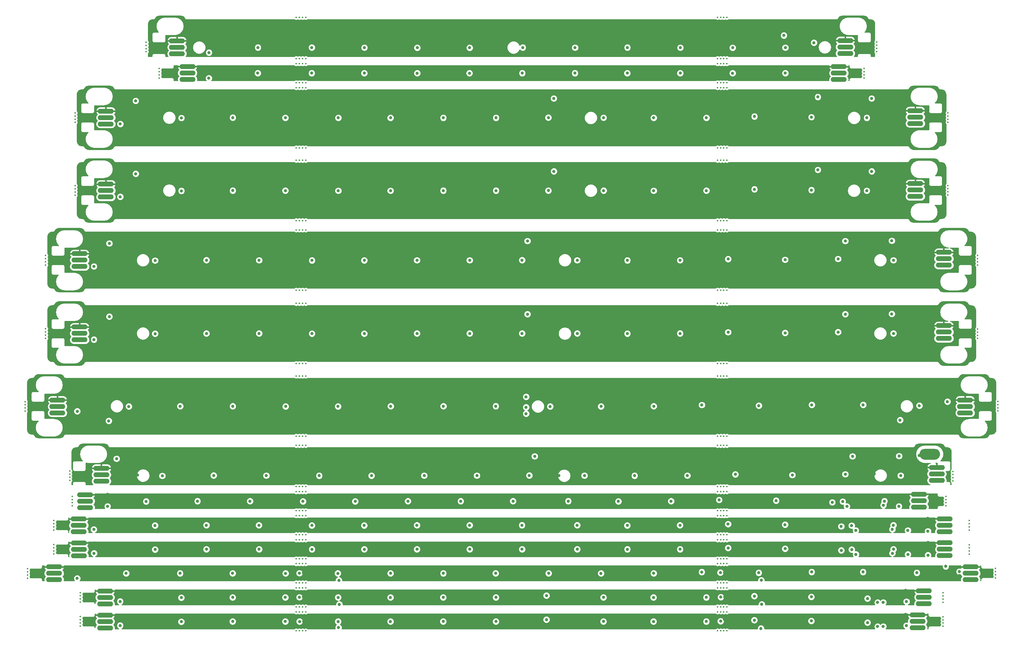
<source format=gbr>
G04 #@! TF.GenerationSoftware,KiCad,Pcbnew,(5.0.0-3-g5ebb6b6)*
G04 #@! TF.CreationDate,2019-02-22T00:56:02-08:00*
G04 #@! TF.ProjectId,Panel,50616E656C2E6B696361645F70636200,rev?*
G04 #@! TF.SameCoordinates,Original*
G04 #@! TF.FileFunction,Copper,L3,Inr,Plane*
G04 #@! TF.FilePolarity,Positive*
%FSLAX45Y45*%
G04 Gerber Fmt 4.5, Leading zero omitted, Abs format (unit mm)*
G04 Created by KiCad (PCBNEW (5.0.0-3-g5ebb6b6)) date Friday, February 22, 2019 at 12:56:02 AM*
%MOMM*%
%LPD*%
G01*
G04 APERTURE LIST*
G04 #@! TA.AperFunction,ViaPad*
%ADD10C,0.500000*%
G04 #@! TD*
G04 #@! TA.AperFunction,ViaPad*
%ADD11O,5.080000X1.524000*%
G04 #@! TD*
G04 #@! TA.AperFunction,ViaPad*
%ADD12C,1.000000*%
G04 #@! TD*
G04 #@! TA.AperFunction,Conductor*
%ADD13C,0.254000*%
G04 #@! TD*
G04 APERTURE END LIST*
D10*
G04 #@! TO.N,*
G04 #@! TO.C,REF\002A\002A*
X7995000Y-5490000D03*
X7995000Y-5390000D03*
X7995000Y-5190000D03*
X7995000Y-5290000D03*
G04 #@! TD*
G04 #@! TO.N,*
G04 #@! TO.C,REF\002A\002A*
X32895000Y-18835000D03*
X32895000Y-18735000D03*
X32895000Y-18935000D03*
X32895000Y-19035000D03*
G04 #@! TD*
G04 #@! TO.N,*
G04 #@! TO.C,REF\002A\002A*
X7585000Y-4460000D03*
X7585000Y-4360000D03*
X7585000Y-4560000D03*
X7585000Y-4660000D03*
G04 #@! TD*
G04 #@! TO.N,*
G04 #@! TO.C,REF\002A\002A*
X5335000Y-6695000D03*
X5335000Y-6595000D03*
X5335000Y-6795000D03*
X5335000Y-6895000D03*
G04 #@! TD*
G04 #@! TO.N,*
G04 #@! TO.C,REF\002A\002A*
X5335000Y-9000000D03*
X5335000Y-8900000D03*
X5335000Y-9100000D03*
X5335000Y-9200000D03*
G04 #@! TD*
G04 #@! TO.N,*
G04 #@! TO.C,REF\002A\002A*
X4400000Y-11210000D03*
X4400000Y-11110000D03*
X4400000Y-11310000D03*
X4400000Y-11410000D03*
G04 #@! TD*
G04 #@! TO.N,*
G04 #@! TO.C,REF\002A\002A*
X4400000Y-13530000D03*
X4400000Y-13430000D03*
X4400000Y-13630000D03*
X4400000Y-13730000D03*
G04 #@! TD*
G04 #@! TO.N,*
G04 #@! TO.C,REF\002A\002A*
X3755000Y-15835000D03*
X3755000Y-15735000D03*
X3755000Y-15935000D03*
X3755000Y-16035000D03*
G04 #@! TD*
G04 #@! TO.N,*
G04 #@! TO.C,REF\002A\002A*
X5165000Y-18030000D03*
X5165000Y-17930000D03*
X5165000Y-18130000D03*
X5165000Y-18230000D03*
G04 #@! TD*
G04 #@! TO.N,*
G04 #@! TO.C,REF\002A\002A*
X5245000Y-18835000D03*
X5245000Y-18735000D03*
X5245000Y-18935000D03*
X5245000Y-19035000D03*
G04 #@! TD*
G04 #@! TO.N,*
G04 #@! TO.C,REF\002A\002A*
X4665000Y-19600000D03*
X4665000Y-19500000D03*
X4665000Y-19700000D03*
X4665000Y-19800000D03*
G04 #@! TD*
G04 #@! TO.N,*
G04 #@! TO.C,REF\002A\002A*
X4665000Y-20360000D03*
X4665000Y-20260000D03*
X4665000Y-20460000D03*
X4665000Y-20560000D03*
G04 #@! TD*
G04 #@! TO.N,*
G04 #@! TO.C,REF\002A\002A*
X3830000Y-21125000D03*
X3830000Y-21025000D03*
X3830000Y-21225000D03*
X3830000Y-21325000D03*
G04 #@! TD*
G04 #@! TO.N,*
G04 #@! TO.C,REF\002A\002A*
X5500000Y-21880000D03*
X5500000Y-21780000D03*
X5500000Y-21980000D03*
X5500000Y-22080000D03*
G04 #@! TD*
G04 #@! TO.N,*
G04 #@! TO.C,REF\002A\002A*
X5500000Y-22640000D03*
X5500000Y-22540000D03*
X5500000Y-22740000D03*
X5500000Y-22840000D03*
G04 #@! TD*
G04 #@! TO.N,*
G04 #@! TO.C,REF\002A\002A*
X32800000Y-22645000D03*
X32800000Y-22545000D03*
X32800000Y-22745000D03*
X32800000Y-22845000D03*
G04 #@! TD*
G04 #@! TO.N,*
G04 #@! TO.C,REF\002A\002A*
X32800000Y-21885000D03*
X32800000Y-21785000D03*
X32800000Y-21985000D03*
X32800000Y-22085000D03*
G04 #@! TD*
G04 #@! TO.N,*
G04 #@! TO.C,REF\002A\002A*
X34465000Y-21115000D03*
X34465000Y-21015000D03*
X34465000Y-21215000D03*
X34465000Y-21315000D03*
G04 #@! TD*
G04 #@! TO.N,*
G04 #@! TO.C,REF\002A\002A*
X33635000Y-20365000D03*
X33635000Y-20265000D03*
X33635000Y-20465000D03*
X33635000Y-20565000D03*
G04 #@! TD*
G04 #@! TO.N,*
G04 #@! TO.C,REF\002A\002A*
X33635000Y-19600000D03*
X33635000Y-19500000D03*
X33635000Y-19700000D03*
X33635000Y-19800000D03*
G04 #@! TD*
G04 #@! TO.N,*
G04 #@! TO.C,REF\002A\002A*
X33120000Y-18045000D03*
X33120000Y-17945000D03*
X33120000Y-18145000D03*
X33120000Y-18245000D03*
G04 #@! TD*
G04 #@! TO.N,*
G04 #@! TO.C,REF\002A\002A*
X34540000Y-15830000D03*
X34540000Y-15730000D03*
X34540000Y-15930000D03*
X34540000Y-16030000D03*
G04 #@! TD*
G04 #@! TO.N,*
G04 #@! TO.C,REF\002A\002A*
X33900000Y-13535000D03*
X33900000Y-13435000D03*
X33900000Y-13635000D03*
X33900000Y-13735000D03*
G04 #@! TD*
G04 #@! TO.N,*
G04 #@! TO.C,REF\002A\002A*
X33900000Y-11210000D03*
X33900000Y-11110000D03*
X33900000Y-11310000D03*
X33900000Y-11410000D03*
G04 #@! TD*
G04 #@! TO.N,*
G04 #@! TO.C,REF\002A\002A*
X32960000Y-8995000D03*
X32960000Y-8895000D03*
X32960000Y-9095000D03*
X32960000Y-9195000D03*
G04 #@! TD*
G04 #@! TO.N,*
G04 #@! TO.C,REF\002A\002A*
X32960000Y-6695000D03*
X32960000Y-6595000D03*
X32960000Y-6795000D03*
X32960000Y-6895000D03*
G04 #@! TD*
G04 #@! TO.N,*
G04 #@! TO.C,REF\002A\002A*
X30305000Y-5290000D03*
X30305000Y-5190000D03*
X30305000Y-5390000D03*
X30305000Y-5490000D03*
G04 #@! TD*
G04 #@! TO.N,*
G04 #@! TO.C,REF\002A\002A*
X30705000Y-4455000D03*
X30705000Y-4355000D03*
X30705000Y-4555000D03*
X30705000Y-4655000D03*
G04 #@! TD*
G04 #@! TO.N,*
G04 #@! TO.C,REF\002A\002A*
X25865000Y-22990000D03*
X25965000Y-22990000D03*
X25765000Y-22990000D03*
X25665000Y-22990000D03*
G04 #@! TD*
G04 #@! TO.N,*
G04 #@! TO.C,REF\002A\002A*
X12535000Y-22990000D03*
X12635000Y-22990000D03*
X12435000Y-22990000D03*
X12335000Y-22990000D03*
G04 #@! TD*
G04 #@! TO.N,*
G04 #@! TO.C,REF\002A\002A*
X25865000Y-22390000D03*
X25965000Y-22390000D03*
X25765000Y-22390000D03*
X25665000Y-22390000D03*
G04 #@! TD*
G04 #@! TO.N,*
G04 #@! TO.C,REF\002A\002A*
X12535000Y-22390000D03*
X12635000Y-22390000D03*
X12435000Y-22390000D03*
X12335000Y-22390000D03*
G04 #@! TD*
G04 #@! TO.N,*
G04 #@! TO.C,REF\002A\002A*
X25865000Y-22230000D03*
X25965000Y-22230000D03*
X25765000Y-22230000D03*
X25665000Y-22230000D03*
G04 #@! TD*
G04 #@! TO.N,*
G04 #@! TO.C,REF\002A\002A*
X12535000Y-22230000D03*
X12635000Y-22230000D03*
X12435000Y-22230000D03*
X12335000Y-22230000D03*
G04 #@! TD*
G04 #@! TO.N,*
G04 #@! TO.C,REF\002A\002A*
X25865000Y-21630000D03*
X25965000Y-21630000D03*
X25765000Y-21630000D03*
X25665000Y-21630000D03*
G04 #@! TD*
G04 #@! TO.N,*
G04 #@! TO.C,REF\002A\002A*
X12535000Y-21630000D03*
X12635000Y-21630000D03*
X12435000Y-21630000D03*
X12335000Y-21630000D03*
G04 #@! TD*
G04 #@! TO.N,*
G04 #@! TO.C,REF\002A\002A*
X25865000Y-21470000D03*
X25965000Y-21470000D03*
X25765000Y-21470000D03*
X25665000Y-21470000D03*
G04 #@! TD*
G04 #@! TO.N,*
G04 #@! TO.C,REF\002A\002A*
X12535000Y-21470000D03*
X12635000Y-21470000D03*
X12435000Y-21470000D03*
X12335000Y-21470000D03*
G04 #@! TD*
G04 #@! TO.N,*
G04 #@! TO.C,REF\002A\002A*
X12535000Y-20865000D03*
X12635000Y-20865000D03*
X12435000Y-20865000D03*
X12335000Y-20865000D03*
G04 #@! TD*
G04 #@! TO.N,*
G04 #@! TO.C,REF\002A\002A*
X25865000Y-20865000D03*
X25965000Y-20865000D03*
X25765000Y-20865000D03*
X25665000Y-20865000D03*
G04 #@! TD*
G04 #@! TO.N,*
G04 #@! TO.C,REF\002A\002A*
X12535000Y-20710000D03*
X12635000Y-20710000D03*
X12435000Y-20710000D03*
X12335000Y-20710000D03*
G04 #@! TD*
G04 #@! TO.N,*
G04 #@! TO.C,REF\002A\002A*
X25865000Y-20710000D03*
X25965000Y-20710000D03*
X25765000Y-20710000D03*
X25665000Y-20710000D03*
G04 #@! TD*
G04 #@! TO.N,*
G04 #@! TO.C,REF\002A\002A*
X12535000Y-20110000D03*
X12635000Y-20110000D03*
X12435000Y-20110000D03*
X12335000Y-20110000D03*
G04 #@! TD*
G04 #@! TO.N,*
G04 #@! TO.C,REF\002A\002A*
X25865000Y-20110000D03*
X25965000Y-20110000D03*
X25765000Y-20110000D03*
X25665000Y-20110000D03*
G04 #@! TD*
G04 #@! TO.N,*
G04 #@! TO.C,REF\002A\002A*
X12535000Y-19945000D03*
X12635000Y-19945000D03*
X12435000Y-19945000D03*
X12335000Y-19945000D03*
G04 #@! TD*
G04 #@! TO.N,*
G04 #@! TO.C,REF\002A\002A*
X25865000Y-19945000D03*
X25965000Y-19945000D03*
X25765000Y-19945000D03*
X25665000Y-19945000D03*
G04 #@! TD*
G04 #@! TO.N,*
G04 #@! TO.C,REF\002A\002A*
X12535000Y-19345000D03*
X12635000Y-19345000D03*
X12435000Y-19345000D03*
X12335000Y-19345000D03*
G04 #@! TD*
G04 #@! TO.N,*
G04 #@! TO.C,REF\002A\002A*
X25865000Y-19345000D03*
X25965000Y-19345000D03*
X25765000Y-19345000D03*
X25665000Y-19345000D03*
G04 #@! TD*
G04 #@! TO.N,*
G04 #@! TO.C,REF\002A\002A*
X12535000Y-19185000D03*
X12635000Y-19185000D03*
X12435000Y-19185000D03*
X12335000Y-19185000D03*
G04 #@! TD*
G04 #@! TO.N,*
G04 #@! TO.C,REF\002A\002A*
X25865000Y-19185000D03*
X25965000Y-19185000D03*
X25765000Y-19185000D03*
X25665000Y-19185000D03*
G04 #@! TD*
G04 #@! TO.N,*
G04 #@! TO.C,REF\002A\002A*
X12535000Y-18585000D03*
X12635000Y-18585000D03*
X12435000Y-18585000D03*
X12335000Y-18585000D03*
G04 #@! TD*
G04 #@! TO.N,*
G04 #@! TO.C,REF\002A\002A*
X25865000Y-18585000D03*
X25965000Y-18585000D03*
X25765000Y-18585000D03*
X25665000Y-18585000D03*
G04 #@! TD*
G04 #@! TO.N,*
G04 #@! TO.C,REF\002A\002A*
X12535000Y-18425000D03*
X12635000Y-18425000D03*
X12435000Y-18425000D03*
X12335000Y-18425000D03*
G04 #@! TD*
G04 #@! TO.N,*
G04 #@! TO.C,REF\002A\002A*
X25865000Y-18425000D03*
X25965000Y-18425000D03*
X25765000Y-18425000D03*
X25665000Y-18425000D03*
G04 #@! TD*
G04 #@! TO.N,*
G04 #@! TO.C,REF\002A\002A*
X12535000Y-17120000D03*
X12635000Y-17120000D03*
X12435000Y-17120000D03*
X12335000Y-17120000D03*
G04 #@! TD*
G04 #@! TO.N,*
G04 #@! TO.C,REF\002A\002A*
X25865000Y-17120000D03*
X25965000Y-17120000D03*
X25765000Y-17120000D03*
X25665000Y-17120000D03*
G04 #@! TD*
G04 #@! TO.N,*
G04 #@! TO.C,REF\002A\002A*
X12535000Y-16830000D03*
X12635000Y-16830000D03*
X12435000Y-16830000D03*
X12335000Y-16830000D03*
G04 #@! TD*
G04 #@! TO.N,*
G04 #@! TO.C,REF\002A\002A*
X25865000Y-16830000D03*
X25965000Y-16830000D03*
X25765000Y-16830000D03*
X25665000Y-16830000D03*
G04 #@! TD*
G04 #@! TO.N,*
G04 #@! TO.C,REF\002A\002A*
X25865000Y-14925000D03*
X25965000Y-14925000D03*
X25765000Y-14925000D03*
X25665000Y-14925000D03*
G04 #@! TD*
G04 #@! TO.N,*
G04 #@! TO.C,REF\002A\002A*
X12535000Y-14925000D03*
X12635000Y-14925000D03*
X12435000Y-14925000D03*
X12335000Y-14925000D03*
G04 #@! TD*
G04 #@! TO.N,*
G04 #@! TO.C,REF\002A\002A*
X12535000Y-14530000D03*
X12635000Y-14530000D03*
X12435000Y-14530000D03*
X12335000Y-14530000D03*
G04 #@! TD*
G04 #@! TO.N,*
G04 #@! TO.C,REF\002A\002A*
X25865000Y-14530000D03*
X25965000Y-14530000D03*
X25765000Y-14530000D03*
X25665000Y-14530000D03*
G04 #@! TD*
G04 #@! TO.N,*
G04 #@! TO.C,REF\002A\002A*
X12535000Y-12625000D03*
X12635000Y-12625000D03*
X12435000Y-12625000D03*
X12335000Y-12625000D03*
G04 #@! TD*
G04 #@! TO.N,*
G04 #@! TO.C,REF\002A\002A*
X25865000Y-12625000D03*
X25965000Y-12625000D03*
X25765000Y-12625000D03*
X25665000Y-12625000D03*
G04 #@! TD*
G04 #@! TO.N,*
G04 #@! TO.C,REF\002A\002A*
X12535000Y-12205000D03*
X12635000Y-12205000D03*
X12435000Y-12205000D03*
X12335000Y-12205000D03*
G04 #@! TD*
G04 #@! TO.N,*
G04 #@! TO.C,REF\002A\002A*
X25865000Y-12205000D03*
X25965000Y-12205000D03*
X25765000Y-12205000D03*
X25665000Y-12205000D03*
G04 #@! TD*
G04 #@! TO.N,*
G04 #@! TO.C,REF\002A\002A*
X12535000Y-10300000D03*
X12635000Y-10300000D03*
X12435000Y-10300000D03*
X12335000Y-10300000D03*
G04 #@! TD*
G04 #@! TO.N,*
G04 #@! TO.C,REF\002A\002A*
X25865000Y-10300000D03*
X25965000Y-10300000D03*
X25765000Y-10300000D03*
X25665000Y-10300000D03*
G04 #@! TD*
G04 #@! TO.N,*
G04 #@! TO.C,REF\002A\002A*
X12535000Y-10005000D03*
X12635000Y-10005000D03*
X12435000Y-10005000D03*
X12335000Y-10005000D03*
G04 #@! TD*
G04 #@! TO.N,*
G04 #@! TO.C,REF\002A\002A*
X25865000Y-10005000D03*
X25965000Y-10005000D03*
X25765000Y-10005000D03*
X25665000Y-10005000D03*
G04 #@! TD*
G04 #@! TO.N,*
G04 #@! TO.C,REF\002A\002A*
X12535000Y-8095000D03*
X12635000Y-8095000D03*
X12435000Y-8095000D03*
X12335000Y-8095000D03*
G04 #@! TD*
G04 #@! TO.N,*
G04 #@! TO.C,REF\002A\002A*
X25865000Y-8095000D03*
X25965000Y-8095000D03*
X25765000Y-8095000D03*
X25665000Y-8095000D03*
G04 #@! TD*
G04 #@! TO.N,*
G04 #@! TO.C,REF\002A\002A*
X12535000Y-7700000D03*
X12635000Y-7700000D03*
X12435000Y-7700000D03*
X12335000Y-7700000D03*
G04 #@! TD*
G04 #@! TO.N,*
G04 #@! TO.C,REF\002A\002A*
X25865000Y-7700000D03*
X25965000Y-7700000D03*
X25765000Y-7700000D03*
X25665000Y-7700000D03*
G04 #@! TD*
G04 #@! TO.N,*
G04 #@! TO.C,REF\002A\002A*
X12535000Y-5795000D03*
X12635000Y-5795000D03*
X12435000Y-5795000D03*
X12335000Y-5795000D03*
G04 #@! TD*
G04 #@! TO.N,*
G04 #@! TO.C,REF\002A\002A*
X25865000Y-5795000D03*
X25965000Y-5795000D03*
X25765000Y-5795000D03*
X25665000Y-5795000D03*
G04 #@! TD*
G04 #@! TO.N,*
G04 #@! TO.C,REF\002A\002A*
X12535000Y-5640000D03*
X12635000Y-5640000D03*
X12435000Y-5640000D03*
X12335000Y-5640000D03*
G04 #@! TD*
G04 #@! TO.N,*
G04 #@! TO.C,REF\002A\002A*
X25865000Y-5640000D03*
X25965000Y-5640000D03*
X25765000Y-5640000D03*
X25665000Y-5640000D03*
G04 #@! TD*
G04 #@! TO.N,*
G04 #@! TO.C,REF\002A\002A*
X12535000Y-5035000D03*
X12635000Y-5035000D03*
X12435000Y-5035000D03*
X12335000Y-5035000D03*
G04 #@! TD*
G04 #@! TO.N,*
G04 #@! TO.C,REF\002A\002A*
X25865000Y-5035000D03*
X25965000Y-5035000D03*
X25765000Y-5035000D03*
X25665000Y-5035000D03*
G04 #@! TD*
G04 #@! TO.N,*
G04 #@! TO.C,REF\002A\002A*
X12535000Y-4875000D03*
X12635000Y-4875000D03*
X12435000Y-4875000D03*
X12335000Y-4875000D03*
G04 #@! TD*
G04 #@! TO.N,*
G04 #@! TO.C,REF\002A\002A*
X25865000Y-4875000D03*
X25965000Y-4875000D03*
X25765000Y-4875000D03*
X25665000Y-4875000D03*
G04 #@! TD*
G04 #@! TO.N,*
G04 #@! TO.C,REF\002A\002A*
X25865000Y-3570000D03*
X25965000Y-3570000D03*
X25765000Y-3570000D03*
X25665000Y-3570000D03*
G04 #@! TD*
G04 #@! TO.N,*
G04 #@! TO.C,REF\002A\002A*
X12535000Y-3570000D03*
X12635000Y-3570000D03*
X12435000Y-3570000D03*
X12335000Y-3570000D03*
G04 #@! TD*
D11*
G04 #@! TO.N,GND*
G04 #@! TO.C,J1*
X4669200Y-21370100D03*
G04 #@! TO.N,Net-(D1-Pad4)*
X4669200Y-21166900D03*
G04 #@! TO.N,+5V*
X4669200Y-20963700D03*
G04 #@! TD*
G04 #@! TO.N,GND*
G04 #@! TO.C,J2*
X33676000Y-21370100D03*
G04 #@! TO.N,Net-(D17-Pad3)*
X33676000Y-21166900D03*
G04 #@! TO.N,+5V*
X33676000Y-20963700D03*
G04 #@! TD*
G04 #@! TO.N,+5V*
G04 #@! TO.C,J2*
X31924844Y-8832348D03*
G04 #@! TO.N,Net-(D15-Pad3)*
X31924844Y-9035548D03*
G04 #@! TO.N,GND*
X31924844Y-9238748D03*
G04 #@! TD*
G04 #@! TO.N,+5V*
G04 #@! TO.C,J1*
X6307420Y-8847588D03*
G04 #@! TO.N,Net-(D1-Pad4)*
X6307420Y-9050788D03*
G04 #@! TO.N,GND*
X6307420Y-9253988D03*
G04 #@! TD*
G04 #@! TO.N,+5V*
G04 #@! TO.C,J2*
X32829350Y-13327250D03*
G04 #@! TO.N,Net-(D16-Pad3)*
X32829350Y-13530450D03*
G04 #@! TO.N,GND*
X32829350Y-13733650D03*
G04 #@! TD*
G04 #@! TO.N,+5V*
G04 #@! TO.C,J1*
X5474820Y-13370176D03*
G04 #@! TO.N,Net-(D1-Pad4)*
X5474820Y-13573376D03*
G04 #@! TO.N,GND*
X5474820Y-13776576D03*
G04 #@! TD*
G04 #@! TO.N,+5V*
G04 #@! TO.C,J2*
X32858814Y-20203088D03*
G04 #@! TO.N,Net-(D16-Pad3)*
X32858814Y-20406288D03*
G04 #@! TO.N,GND*
X32858814Y-20609488D03*
G04 #@! TD*
G04 #@! TO.N,+5V*
G04 #@! TO.C,J1*
X5453992Y-20207152D03*
G04 #@! TO.N,Net-(D1-Pad4)*
X5453992Y-20410352D03*
G04 #@! TO.N,GND*
X5453992Y-20613552D03*
G04 #@! TD*
G04 #@! TO.N,+5V*
G04 #@! TO.C,J2*
X31998206Y-22486154D03*
G04 #@! TO.N,Net-(D15-Pad3)*
X31998206Y-22689354D03*
G04 #@! TO.N,GND*
X31998206Y-22892554D03*
G04 #@! TD*
G04 #@! TO.N,+5V*
G04 #@! TO.C,J1*
X6282992Y-22493012D03*
G04 #@! TO.N,Net-(D1-Pad4)*
X6282992Y-22696212D03*
G04 #@! TO.N,GND*
X6282992Y-22899412D03*
G04 #@! TD*
G04 #@! TO.N,GND*
G04 #@! TO.C,J2*
X31924744Y-6931648D03*
G04 #@! TO.N,Net-(D15-Pad3)*
X31924744Y-6728448D03*
G04 #@! TO.N,+5V*
X31924744Y-6525248D03*
G04 #@! TD*
G04 #@! TO.N,GND*
G04 #@! TO.C,J1*
X6282992Y-22137512D03*
G04 #@! TO.N,Net-(D1-Pad4)*
X6282992Y-21934312D03*
G04 #@! TO.N,+5V*
X6282992Y-21731112D03*
G04 #@! TD*
G04 #@! TO.N,GND*
G04 #@! TO.C,J2*
X32198206Y-22130654D03*
G04 #@! TO.N,Net-(D15-Pad3)*
X32198206Y-21927454D03*
G04 #@! TO.N,+5V*
X32198206Y-21724254D03*
G04 #@! TD*
G04 #@! TO.N,GND*
G04 #@! TO.C,J1*
X5474820Y-11458876D03*
G04 #@! TO.N,Net-(D1-Pad4)*
X5474820Y-11255676D03*
G04 #@! TO.N,+5V*
X5474820Y-11052476D03*
G04 #@! TD*
G04 #@! TO.N,GND*
G04 #@! TO.C,J2*
X32829350Y-11415950D03*
G04 #@! TO.N,Net-(D16-Pad3)*
X32829350Y-11212750D03*
G04 #@! TO.N,+5V*
X32829350Y-11009550D03*
G04 #@! TD*
G04 #@! TO.N,GND*
G04 #@! TO.C,J1*
X5450492Y-19855052D03*
G04 #@! TO.N,Net-(D1-Pad4)*
X5450492Y-19651852D03*
G04 #@! TO.N,+5V*
X5450492Y-19448652D03*
G04 #@! TD*
G04 #@! TO.N,GND*
G04 #@! TO.C,J2*
X32855314Y-19850988D03*
G04 #@! TO.N,Net-(D16-Pad3)*
X32855314Y-19647788D03*
G04 #@! TO.N,+5V*
X32855314Y-19444588D03*
G04 #@! TD*
G04 #@! TO.N,GND*
G04 #@! TO.C,J1*
X4774400Y-16092700D03*
G04 #@! TO.N,Net-(D1-Pad4)*
X4774400Y-15889500D03*
G04 #@! TO.N,+5V*
X4774400Y-15686300D03*
G04 #@! TD*
G04 #@! TO.N,GND*
G04 #@! TO.C,J2*
X33501800Y-16092700D03*
G04 #@! TO.N,Net-(D17-Pad3)*
X33501800Y-15889500D03*
G04 #@! TO.N,+5V*
X33501800Y-15686300D03*
G04 #@! TD*
G04 #@! TO.N,GND*
G04 #@! TO.C,J1*
X6166600Y-18253200D03*
G04 #@! TO.N,Net-(D1-Pad4)*
X6166600Y-18050000D03*
G04 #@! TO.N,+5V*
X6166600Y-17846800D03*
G04 #@! TD*
G04 #@! TO.N,GND*
G04 #@! TO.C,J2*
X32608000Y-18227800D03*
G04 #@! TO.N,Net-(D16-Pad3)*
X32608000Y-18024600D03*
G04 #@! TO.N,+5V*
X32608000Y-17821400D03*
G04 #@! TD*
G04 #@! TO.N,GND*
G04 #@! TO.C,J1*
X5651854Y-19088678D03*
G04 #@! TO.N,Net-(D1-Pad4)*
X5651854Y-18885478D03*
G04 #@! TO.N,+5V*
X5651854Y-18682278D03*
G04 #@! TD*
G04 #@! TO.N,GND*
G04 #@! TO.C,J2*
X32042200Y-19074200D03*
G04 #@! TO.N,Net-(D16-Pad3)*
X32042200Y-18871000D03*
G04 #@! TO.N,+5V*
X32042200Y-18667800D03*
G04 #@! TD*
G04 #@! TO.N,GND*
G04 #@! TO.C,J2*
X29506040Y-5538240D03*
G04 #@! TO.N,Net-(D12-Pad3)*
X29506040Y-5335040D03*
G04 #@! TO.N,+5V*
X29506040Y-5131840D03*
G04 #@! TD*
G04 #@! TO.N,GND*
G04 #@! TO.C,J1*
X8891400Y-5535440D03*
G04 #@! TO.N,Net-(D1-Pad4)*
X8891400Y-5332240D03*
G04 #@! TO.N,+5V*
X8891400Y-5129040D03*
G04 #@! TD*
G04 #@! TO.N,GND*
G04 #@! TO.C,J1*
X6307320Y-6946888D03*
G04 #@! TO.N,Net-(D1-Pad4)*
X6307320Y-6743688D03*
G04 #@! TO.N,+5V*
X6307320Y-6540488D03*
G04 #@! TD*
G04 #@! TO.N,GND*
G04 #@! TO.C,J2*
X29710260Y-4712362D03*
G04 #@! TO.N,Net-(D12-Pad3)*
X29710260Y-4509162D03*
G04 #@! TO.N,+5V*
X29710260Y-4305962D03*
G04 #@! TD*
G04 #@! TO.N,GND*
G04 #@! TO.C,J1*
X8559360Y-4719862D03*
G04 #@! TO.N,Net-(D1-Pad4)*
X8559360Y-4516662D03*
G04 #@! TO.N,+5V*
X8559360Y-4313462D03*
G04 #@! TD*
D12*
G04 #@! TO.N,+5V*
X10050660Y-4534562D03*
X11739760Y-4528212D03*
X13390760Y-4528212D03*
X16692760Y-4528212D03*
X15041760Y-4528212D03*
X18394560Y-4528212D03*
X20045560Y-4528212D03*
X23347560Y-4528212D03*
X21696560Y-4528212D03*
X26700360Y-4528212D03*
X25049360Y-4528212D03*
X28732360Y-4534562D03*
X10047100Y-5342400D03*
X13387200Y-5336050D03*
X16689200Y-5336050D03*
X15038200Y-5336050D03*
X18391000Y-5336050D03*
X20042000Y-5336050D03*
X23344000Y-5336050D03*
X21693000Y-5336050D03*
X26696800Y-5336050D03*
X25045800Y-5336050D03*
X28373201Y-5329700D03*
X9374000Y-5129300D03*
X10889480Y-6747244D03*
X14191480Y-6747244D03*
X12540480Y-6747244D03*
X15893280Y-6747244D03*
X17544280Y-6747244D03*
X19195280Y-6747244D03*
X24199080Y-6747244D03*
X22548080Y-6747244D03*
X25875481Y-6740894D03*
X27546800Y-6705334D03*
X9238480Y-6747244D03*
X7912600Y-6730734D03*
X21044654Y-6112752D03*
X21247854Y-6747752D03*
X7760454Y-6087352D03*
X31230054Y-6696951D03*
X31103054Y-6138152D03*
X6796016Y-6540488D03*
X29578800Y-6750800D03*
X29502600Y-6065000D03*
X10885980Y-21930756D03*
X14187980Y-21930756D03*
X15889780Y-21930756D03*
X17540780Y-21930756D03*
X19191780Y-21930756D03*
X24195580Y-21930756D03*
X22544580Y-21930756D03*
X29219700Y-21939646D03*
X27543300Y-21888846D03*
X9234980Y-21930756D03*
X7909100Y-21914246D03*
X21244354Y-21931264D03*
X6781594Y-21736700D03*
X31618775Y-21709796D03*
X31479144Y-21869936D03*
X10056980Y-11259232D03*
X13358980Y-11259232D03*
X11707980Y-11259232D03*
X15060780Y-11259232D03*
X16711780Y-11259232D03*
X18362780Y-11259232D03*
X23366580Y-11259232D03*
X21715580Y-11259232D03*
X25042981Y-11252882D03*
X28390700Y-11268122D03*
X26714300Y-11217322D03*
X8405980Y-11259232D03*
X7080100Y-11242722D03*
X31819954Y-10624740D03*
X20212154Y-10624740D03*
X20415354Y-11259740D03*
X6927954Y-10599340D03*
X30397554Y-11208939D03*
X30270554Y-10650140D03*
X5963516Y-11052476D03*
X10053480Y-19648296D03*
X13355480Y-19648296D03*
X11704480Y-19648296D03*
X15057280Y-19648296D03*
X16708280Y-19648296D03*
X18359280Y-19648296D03*
X23363080Y-19648296D03*
X21712080Y-19648296D03*
X25039481Y-19641946D03*
X28387200Y-19657186D03*
X26710800Y-19606386D03*
X8402480Y-19648296D03*
X7076600Y-19631786D03*
X20411854Y-19648804D03*
X31714854Y-19455256D03*
X32324454Y-19429856D03*
X5949094Y-19454240D03*
X30584300Y-19482216D03*
X9224480Y-15880610D03*
X12526480Y-15880610D03*
X10875480Y-15880610D03*
X14228280Y-15880610D03*
X15879280Y-15880610D03*
X19181280Y-15880610D03*
X17530280Y-15880610D03*
X22534080Y-15880610D03*
X20883080Y-15880610D03*
X24210481Y-15874260D03*
X32536600Y-15864100D03*
X27558200Y-15889500D03*
X29183800Y-15889500D03*
X25881800Y-15838700D03*
X31419000Y-15406900D03*
X31241200Y-15889500D03*
X7573480Y-15880610D03*
X6247600Y-15864100D03*
X6374600Y-15432300D03*
X10286226Y-18074892D03*
X13588226Y-18074892D03*
X11937226Y-18074892D03*
X15290026Y-18074892D03*
X16941026Y-18074892D03*
X18592026Y-18074892D03*
X23595826Y-18074892D03*
X21944826Y-18074892D03*
X25272227Y-18068542D03*
X28619946Y-18083782D03*
X26943546Y-18032982D03*
X8635226Y-18074892D03*
X7309346Y-18058382D03*
X32049200Y-17440400D03*
X20441400Y-17440400D03*
X20644600Y-18075400D03*
X7157200Y-17415000D03*
X30626800Y-18024599D03*
X30499800Y-17465800D03*
X9771226Y-18886240D03*
X13073226Y-18886240D03*
X11422226Y-18886240D03*
X14775026Y-18886240D03*
X16426026Y-18886240D03*
X18077026Y-18886240D03*
X23080826Y-18886240D03*
X21429826Y-18886240D03*
X24757227Y-18879890D03*
X28104946Y-18895130D03*
X26428546Y-18844330D03*
X8120226Y-18886240D03*
X6794346Y-18869730D03*
X20129600Y-18886748D03*
X6362800Y-18667800D03*
X30315000Y-18720206D03*
X31432600Y-18693200D03*
X10889580Y-9054344D03*
X14191580Y-9054344D03*
X12540580Y-9054344D03*
X15893380Y-9054344D03*
X17544380Y-9054344D03*
X19195380Y-9054344D03*
X24199180Y-9054344D03*
X22548180Y-9054344D03*
X25875581Y-9047994D03*
X27546900Y-9012434D03*
X9238580Y-9054344D03*
X7912700Y-9037834D03*
X21044754Y-8419852D03*
X21247954Y-9054852D03*
X7760554Y-8394452D03*
X31230154Y-9004051D03*
X31103154Y-8445252D03*
X6796116Y-8847588D03*
X29578900Y-9057900D03*
X29502700Y-8372100D03*
X8405980Y-13576932D03*
X7080100Y-13560422D03*
X31819954Y-12942440D03*
X20212154Y-12942440D03*
X20415354Y-13577440D03*
X6927954Y-12917040D03*
X30397554Y-13526639D03*
X30270554Y-12967840D03*
X5963516Y-13370176D03*
X10056980Y-13576932D03*
X13358980Y-13576932D03*
X11707980Y-13576932D03*
X15060780Y-13576932D03*
X16711780Y-13576932D03*
X18362780Y-13576932D03*
X23366580Y-13576932D03*
X21715580Y-13576932D03*
X25042981Y-13570582D03*
X28390700Y-13585822D03*
X26714300Y-13535022D03*
X10056980Y-20406796D03*
X13358980Y-20406796D03*
X11707980Y-20406796D03*
X15060780Y-20406796D03*
X16711780Y-20406796D03*
X18362780Y-20406796D03*
X23366580Y-20406796D03*
X21715580Y-20406796D03*
X25042981Y-20400446D03*
X28390700Y-20415686D03*
X26714300Y-20364886D03*
X8405980Y-20406796D03*
X7080100Y-20390286D03*
X20415354Y-20407304D03*
X31718354Y-20213756D03*
X32327954Y-20188356D03*
X5952594Y-20212740D03*
X30587800Y-20240716D03*
X10885980Y-22692656D03*
X14187980Y-22692656D03*
X15889780Y-22692656D03*
X17540780Y-22692656D03*
X19191780Y-22692656D03*
X24195580Y-22692656D03*
X22544580Y-22692656D03*
X29219700Y-22701546D03*
X27543300Y-22650746D03*
X9234980Y-22692656D03*
X7909100Y-22676146D03*
X21244354Y-22693164D03*
X6781594Y-22498600D03*
X31618775Y-22471696D03*
X31479144Y-22631836D03*
X33320400Y-21243100D03*
X31228202Y-21167662D03*
X29180200Y-21177568D03*
X27554600Y-21177568D03*
X32533000Y-21152168D03*
X24206881Y-21162328D03*
X20879480Y-21168678D03*
X22530480Y-21168678D03*
X17526680Y-21168678D03*
X19177680Y-21168678D03*
X15875680Y-21168678D03*
X14224680Y-21168678D03*
X10871880Y-21168678D03*
X9220880Y-21168678D03*
X7569880Y-21168678D03*
X5880780Y-21175028D03*
X25894134Y-21917491D03*
X25883640Y-21146760D03*
X25883500Y-22632800D03*
X11736801Y-5336050D03*
X12559176Y-21157072D03*
X12559196Y-21922685D03*
X12565486Y-22685920D03*
G04 #@! TO.N,GND*
X9570834Y-4687196D03*
X11120254Y-4527196D03*
X12826880Y-4526942D03*
X14490580Y-4529482D03*
X16164440Y-4532022D03*
X17820520Y-4532022D03*
X21158080Y-4529482D03*
X22814160Y-4526942D03*
X24490560Y-4529482D03*
X26146640Y-4532022D03*
X27815420Y-4529482D03*
X19503304Y-4527196D03*
X27767160Y-4140862D03*
X9567274Y-5495034D03*
X11116694Y-5335034D03*
X12823320Y-5334780D03*
X14487020Y-5337320D03*
X16160880Y-5339860D03*
X17816960Y-5339860D03*
X19485740Y-5337320D03*
X21154520Y-5337320D03*
X22810600Y-5334780D03*
X24487000Y-5337320D03*
X26143080Y-5339860D03*
X27811860Y-5337320D03*
X11989300Y-6748514D03*
X13663160Y-6751054D03*
X15319240Y-6751054D03*
X16988020Y-6748514D03*
X18656800Y-6748514D03*
X20312880Y-6745974D03*
X23645360Y-6751054D03*
X25314140Y-6748514D03*
X26835600Y-6707874D03*
X28639000Y-6730734D03*
X10325600Y-6745974D03*
X8700000Y-6756134D03*
X20485854Y-6138152D03*
X22060654Y-6747752D03*
X7252454Y-6214352D03*
X30544254Y-6138152D03*
X6762996Y-6943332D03*
X28842200Y-6090400D03*
X30391600Y-6750800D03*
X11985800Y-21932026D03*
X13659660Y-21934566D03*
X15315740Y-21934566D03*
X16984520Y-21932026D03*
X18653300Y-21932026D03*
X23641860Y-21934566D03*
X25310640Y-21932026D03*
X26832100Y-21891386D03*
X28635500Y-21914246D03*
X10322100Y-21929486D03*
X8696500Y-21939646D03*
X22057154Y-21931264D03*
X6761274Y-22061820D03*
X20253960Y-21874066D03*
X31645908Y-22063344D03*
X30732016Y-22092554D03*
X11156800Y-11260502D03*
X12830660Y-11263042D03*
X14486740Y-11263042D03*
X16155520Y-11260502D03*
X17824300Y-11260502D03*
X19480380Y-11257962D03*
X22812860Y-11263042D03*
X24481640Y-11260502D03*
X26003100Y-11219862D03*
X27806500Y-11242722D03*
X29482900Y-11217322D03*
X9493100Y-11257962D03*
X7867500Y-11268122D03*
X31182668Y-10641758D03*
X19653354Y-10650140D03*
X21228154Y-11259740D03*
X6419954Y-10726340D03*
X29711754Y-10650140D03*
X31235754Y-11259740D03*
X5930496Y-11455320D03*
X11153300Y-19649566D03*
X12827160Y-19652106D03*
X14483240Y-19652106D03*
X16152020Y-19649566D03*
X17820800Y-19649566D03*
X19476880Y-19647026D03*
X22809360Y-19652106D03*
X24478140Y-19649566D03*
X25999600Y-19608926D03*
X27803000Y-19631786D03*
X9489600Y-19647026D03*
X7864000Y-19657186D03*
X21224654Y-19648804D03*
X31232254Y-19648804D03*
X29911454Y-19658456D03*
X32324454Y-19836256D03*
X5928774Y-19779360D03*
X5404554Y-16039594D03*
X10324300Y-15881880D03*
X11998160Y-15884420D03*
X13654240Y-15884420D03*
X15323020Y-15881880D03*
X16991800Y-15881880D03*
X18647880Y-15879340D03*
X21980360Y-15884420D03*
X23649140Y-15881880D03*
X25170600Y-15841240D03*
X26974000Y-15864100D03*
X28650400Y-15838700D03*
X30276000Y-15838700D03*
X19608000Y-16118100D03*
X20370000Y-15889500D03*
X31444400Y-16321300D03*
X32054000Y-15864100D03*
X8660600Y-15879340D03*
X6400000Y-16346700D03*
X7035000Y-15889500D03*
X11386046Y-18076162D03*
X13059906Y-18078702D03*
X14715986Y-18078702D03*
X16384766Y-18076162D03*
X18053546Y-18076162D03*
X19709626Y-18073622D03*
X23042106Y-18078702D03*
X24710886Y-18076162D03*
X26232346Y-18035522D03*
X28035746Y-18058382D03*
X29712146Y-18032982D03*
X9722346Y-18073622D03*
X8096746Y-18083782D03*
X31411914Y-17457418D03*
X19882600Y-17465800D03*
X21457400Y-18075400D03*
X6649200Y-17542000D03*
X29941000Y-17465800D03*
X31465000Y-18075400D03*
X10871046Y-18887510D03*
X12544906Y-18890050D03*
X14200986Y-18890050D03*
X15869766Y-18887510D03*
X17538546Y-18887510D03*
X19194626Y-18884970D03*
X22527106Y-18890050D03*
X24195886Y-18887510D03*
X25717346Y-18846870D03*
X27520746Y-18869730D03*
X9207346Y-18884970D03*
X7581746Y-18895130D03*
X20942400Y-18886748D03*
X30950000Y-18886748D03*
X6362800Y-19048800D03*
X29629200Y-18896400D03*
X11989400Y-9055614D03*
X13663260Y-9058154D03*
X15319340Y-9058154D03*
X16988120Y-9055614D03*
X18656900Y-9055614D03*
X20312980Y-9053074D03*
X23645460Y-9058154D03*
X25314240Y-9055614D03*
X26835700Y-9014974D03*
X28639100Y-9037834D03*
X10325700Y-9053074D03*
X8700100Y-9063234D03*
X20485954Y-8445252D03*
X22060754Y-9054852D03*
X7252554Y-8521452D03*
X30544354Y-8445252D03*
X6763096Y-9250432D03*
X28842300Y-8397500D03*
X30391700Y-9057900D03*
X11156800Y-13578202D03*
X12830660Y-13580742D03*
X14486740Y-13580742D03*
X16155520Y-13578202D03*
X17824300Y-13578202D03*
X19480380Y-13575662D03*
X22812860Y-13580742D03*
X24481640Y-13578202D03*
X26003100Y-13537562D03*
X27806500Y-13560422D03*
X29482900Y-13535022D03*
X9493100Y-13575662D03*
X7867500Y-13585822D03*
X31182668Y-12959458D03*
X19653354Y-12967840D03*
X21228154Y-13577440D03*
X6419954Y-13044040D03*
X29711754Y-12967840D03*
X31235754Y-13577440D03*
X5930496Y-13773020D03*
X11156800Y-20408066D03*
X12830660Y-20410606D03*
X14486740Y-20410606D03*
X16155520Y-20408066D03*
X17824300Y-20408066D03*
X19480380Y-20405526D03*
X22812860Y-20410606D03*
X24481640Y-20408066D03*
X26003100Y-20367426D03*
X27806500Y-20390286D03*
X9493100Y-20405526D03*
X7867500Y-20415686D03*
X21228154Y-20407304D03*
X31235754Y-20407304D03*
X29914954Y-20416956D03*
X32327954Y-20594756D03*
X5932274Y-20537860D03*
X11985800Y-22693926D03*
X13659660Y-22696466D03*
X15315740Y-22696466D03*
X16984520Y-22693926D03*
X18653300Y-22693926D03*
X23641860Y-22696466D03*
X25310640Y-22693926D03*
X26832100Y-22653286D03*
X28635500Y-22676146D03*
X10322100Y-22691386D03*
X8696500Y-22701546D03*
X22057154Y-22693164D03*
X6761274Y-22823720D03*
X20253960Y-22635966D03*
X31645908Y-22825244D03*
X30732016Y-22854454D03*
X33320400Y-21116100D03*
X31974200Y-21152168D03*
X30272400Y-21126768D03*
X28646800Y-21126768D03*
X26970400Y-21152168D03*
X25167000Y-21129308D03*
X23645540Y-21169948D03*
X21976760Y-21172488D03*
X20320680Y-21169948D03*
X18644280Y-21167408D03*
X16988200Y-21169948D03*
X15319420Y-21169948D03*
X13650640Y-21172488D03*
X11994560Y-21172488D03*
X10320700Y-21169948D03*
X8657000Y-21167408D03*
X6950374Y-21167662D03*
X5400954Y-21327662D03*
G04 #@! TO.N,Net-(D12-Pad3)*
X28718559Y-4373527D03*
X27051900Y-21388200D03*
X25756499Y-21146900D03*
G04 #@! TO.N,Net-(C9-Pad1)*
X19608000Y-15914900D03*
X19608000Y-15584700D03*
G04 #@! TO.N,Net-(D3-Pad3)*
X13697850Y-22154056D03*
X12434200Y-21927950D03*
X13672450Y-22886800D03*
X12440550Y-22696300D03*
G04 #@! TO.N,Net-(D4-Pad3)*
X13682501Y-21392057D03*
X12434200Y-21165950D03*
G04 #@! TO.N,Net-(D11-Pad3)*
X27066973Y-22150200D03*
X25769200Y-21921600D03*
X27039200Y-22916058D03*
X25764913Y-22685029D03*
G04 #@! TO.N,Net-(C15-Pad1)*
X30413614Y-21966456D03*
X30911620Y-22088840D03*
X30043533Y-19812257D03*
X29581114Y-19683996D03*
X29761279Y-19050201D03*
X29298860Y-18921940D03*
X29584614Y-20442496D03*
X30047033Y-20570757D03*
X30413614Y-22728356D03*
X30911620Y-22850740D03*
G04 #@! TO.N,Net-(C16-Pad1)*
X31198165Y-19776767D03*
X31689454Y-19810856D03*
X30915911Y-19014711D03*
X31407200Y-19048800D03*
X31201665Y-20535267D03*
X31692954Y-20569356D03*
G04 #@! TO.N,Net-(D17-Pad3)*
X32943000Y-15737100D03*
X32888600Y-20947508D03*
G04 #@! TD*
D13*
G04 #@! TO.N,+5V*
G36*
X5969770Y-22458705D02*
X5982020Y-22480312D01*
X6270292Y-22480312D01*
X6270292Y-22478312D01*
X6295692Y-22478312D01*
X6295692Y-22480312D01*
X6583964Y-22480312D01*
X6596214Y-22458705D01*
X6595635Y-22455835D01*
X12275678Y-22455835D01*
X12284869Y-22465027D01*
X12317396Y-22478500D01*
X12352604Y-22478500D01*
X12385000Y-22465081D01*
X12417396Y-22478500D01*
X12452604Y-22478500D01*
X12485000Y-22465081D01*
X12517396Y-22478500D01*
X12552604Y-22478500D01*
X12585000Y-22465081D01*
X12617396Y-22478500D01*
X12652604Y-22478500D01*
X12685131Y-22465027D01*
X12694322Y-22455835D01*
X25605678Y-22455835D01*
X25614869Y-22465027D01*
X25647396Y-22478500D01*
X25682604Y-22478500D01*
X25715000Y-22465081D01*
X25747396Y-22478500D01*
X25782604Y-22478500D01*
X25815000Y-22465081D01*
X25847396Y-22478500D01*
X25882604Y-22478500D01*
X25915000Y-22465081D01*
X25947396Y-22478500D01*
X25982604Y-22478500D01*
X26015131Y-22465027D01*
X26024322Y-22455835D01*
X31687245Y-22455835D01*
X31697234Y-22473454D01*
X31985506Y-22473454D01*
X31985506Y-22471454D01*
X32010906Y-22471454D01*
X32010906Y-22473454D01*
X32299178Y-22473454D01*
X32309167Y-22455835D01*
X32333346Y-22455835D01*
X32333346Y-22487838D01*
X32332092Y-22494142D01*
X32337059Y-22519113D01*
X32342594Y-22527396D01*
X32351204Y-22540283D01*
X32372374Y-22554429D01*
X32397346Y-22559396D01*
X32403649Y-22558142D01*
X32690904Y-22558142D01*
X32697207Y-22559396D01*
X32703510Y-22558142D01*
X32706216Y-22557604D01*
X32711500Y-22556553D01*
X32711500Y-22562604D01*
X32724919Y-22595000D01*
X32711500Y-22627396D01*
X32711500Y-22662604D01*
X32724919Y-22695000D01*
X32711500Y-22727396D01*
X32711500Y-22762604D01*
X32724919Y-22795000D01*
X32711500Y-22827396D01*
X32711500Y-22833899D01*
X32703510Y-22832309D01*
X32697207Y-22831056D01*
X32690904Y-22832309D01*
X32403649Y-22832309D01*
X32397346Y-22831056D01*
X32391042Y-22832309D01*
X32372374Y-22836023D01*
X32351204Y-22850168D01*
X32337059Y-22871338D01*
X32332092Y-22896309D01*
X32333346Y-22902613D01*
X32333346Y-22927558D01*
X32311480Y-22927558D01*
X32318443Y-22892554D01*
X32307600Y-22838046D01*
X32276724Y-22791836D01*
X32275404Y-22790954D01*
X32276724Y-22790072D01*
X32307600Y-22743862D01*
X32318443Y-22689354D01*
X32307600Y-22634846D01*
X32276724Y-22588636D01*
X32271992Y-22585474D01*
X32283769Y-22575957D01*
X32309932Y-22527882D01*
X32311428Y-22520461D01*
X32299178Y-22498854D01*
X32010906Y-22498854D01*
X32010906Y-22500854D01*
X31985506Y-22500854D01*
X31985506Y-22498854D01*
X31697234Y-22498854D01*
X31684984Y-22520461D01*
X31686480Y-22527882D01*
X31712643Y-22575957D01*
X31724420Y-22585474D01*
X31719688Y-22588636D01*
X31688812Y-22634846D01*
X31677969Y-22689354D01*
X31683674Y-22718036D01*
X31668485Y-22711744D01*
X31623331Y-22711744D01*
X31581615Y-22729023D01*
X31549687Y-22760951D01*
X31532408Y-22802667D01*
X31532408Y-22847821D01*
X31549687Y-22889537D01*
X31581615Y-22921465D01*
X31596325Y-22927558D01*
X30995315Y-22927558D01*
X31007840Y-22915033D01*
X31025120Y-22873317D01*
X31025120Y-22828163D01*
X31007840Y-22786447D01*
X30975912Y-22754519D01*
X30934196Y-22737240D01*
X30889043Y-22737240D01*
X30847327Y-22754519D01*
X30819961Y-22781886D01*
X30796309Y-22758233D01*
X30754593Y-22740954D01*
X30709439Y-22740954D01*
X30667723Y-22758233D01*
X30635795Y-22790161D01*
X30618516Y-22831877D01*
X30618516Y-22877031D01*
X30635795Y-22918747D01*
X30644606Y-22927558D01*
X27152700Y-22927558D01*
X27152700Y-22893481D01*
X27135421Y-22851765D01*
X27103493Y-22819837D01*
X27061777Y-22802558D01*
X27016623Y-22802558D01*
X26974907Y-22819837D01*
X26942979Y-22851765D01*
X26925700Y-22893481D01*
X26925700Y-22927558D01*
X26027716Y-22927558D01*
X26015131Y-22914973D01*
X25982604Y-22901500D01*
X25947396Y-22901500D01*
X25915000Y-22914919D01*
X25882604Y-22901500D01*
X25847396Y-22901500D01*
X25815000Y-22914919D01*
X25782604Y-22901500D01*
X25747396Y-22901500D01*
X25715000Y-22914919D01*
X25682604Y-22901500D01*
X25647396Y-22901500D01*
X25614869Y-22914973D01*
X25602284Y-22927558D01*
X13778419Y-22927558D01*
X13785950Y-22909377D01*
X13785950Y-22864223D01*
X13768671Y-22822507D01*
X13736743Y-22790579D01*
X13729189Y-22787450D01*
X13755881Y-22760759D01*
X13773160Y-22719043D01*
X13773160Y-22673889D01*
X15202240Y-22673889D01*
X15202240Y-22719043D01*
X15219519Y-22760759D01*
X15251447Y-22792687D01*
X15293163Y-22809966D01*
X15338317Y-22809966D01*
X15380033Y-22792687D01*
X15411961Y-22760759D01*
X15429240Y-22719043D01*
X15429240Y-22673889D01*
X15428188Y-22671349D01*
X16871020Y-22671349D01*
X16871020Y-22716503D01*
X16888299Y-22758219D01*
X16920227Y-22790147D01*
X16961943Y-22807426D01*
X17007097Y-22807426D01*
X17048813Y-22790147D01*
X17080741Y-22758219D01*
X17098020Y-22716503D01*
X17098020Y-22671349D01*
X18539800Y-22671349D01*
X18539800Y-22716503D01*
X18557079Y-22758219D01*
X18589007Y-22790147D01*
X18630723Y-22807426D01*
X18675877Y-22807426D01*
X18717593Y-22790147D01*
X18749521Y-22758219D01*
X18766800Y-22716503D01*
X18766800Y-22671349D01*
X18749521Y-22629633D01*
X18733277Y-22613389D01*
X20140460Y-22613389D01*
X20140460Y-22658543D01*
X20157739Y-22700259D01*
X20189667Y-22732187D01*
X20231383Y-22749466D01*
X20276537Y-22749466D01*
X20318253Y-22732187D01*
X20350181Y-22700259D01*
X20362471Y-22670587D01*
X21943654Y-22670587D01*
X21943654Y-22715741D01*
X21960933Y-22757457D01*
X21992861Y-22789385D01*
X22034577Y-22806664D01*
X22079731Y-22806664D01*
X22121447Y-22789385D01*
X22153375Y-22757457D01*
X22170654Y-22715741D01*
X22170654Y-22673889D01*
X23528360Y-22673889D01*
X23528360Y-22719043D01*
X23545639Y-22760759D01*
X23577567Y-22792687D01*
X23619283Y-22809966D01*
X23664437Y-22809966D01*
X23706153Y-22792687D01*
X23738081Y-22760759D01*
X23755360Y-22719043D01*
X23755360Y-22673889D01*
X23754308Y-22671349D01*
X25197140Y-22671349D01*
X25197140Y-22716503D01*
X25214419Y-22758219D01*
X25246347Y-22790147D01*
X25288063Y-22807426D01*
X25333217Y-22807426D01*
X25374933Y-22790147D01*
X25406861Y-22758219D01*
X25424140Y-22716503D01*
X25424140Y-22671349D01*
X25420455Y-22662452D01*
X25651413Y-22662452D01*
X25651413Y-22707605D01*
X25668693Y-22749321D01*
X25700621Y-22781249D01*
X25742337Y-22798529D01*
X25787490Y-22798529D01*
X25829206Y-22781249D01*
X25861134Y-22749321D01*
X25878413Y-22707605D01*
X25878413Y-22662452D01*
X25865265Y-22630709D01*
X26718600Y-22630709D01*
X26718600Y-22675863D01*
X26735879Y-22717579D01*
X26767807Y-22749507D01*
X26809523Y-22766786D01*
X26854677Y-22766786D01*
X26896393Y-22749507D01*
X26928321Y-22717579D01*
X26945600Y-22675863D01*
X26945600Y-22653569D01*
X28522000Y-22653569D01*
X28522000Y-22698723D01*
X28539279Y-22740439D01*
X28571207Y-22772367D01*
X28612923Y-22789646D01*
X28658077Y-22789646D01*
X28699793Y-22772367D01*
X28731721Y-22740439D01*
X28746077Y-22705780D01*
X30300114Y-22705780D01*
X30300114Y-22750933D01*
X30317393Y-22792649D01*
X30349321Y-22824577D01*
X30391037Y-22841856D01*
X30436190Y-22841856D01*
X30477906Y-22824577D01*
X30509834Y-22792649D01*
X30527114Y-22750933D01*
X30527114Y-22705780D01*
X30509834Y-22664064D01*
X30477906Y-22632136D01*
X30436190Y-22614856D01*
X30391037Y-22614856D01*
X30349321Y-22632136D01*
X30317393Y-22664064D01*
X30300114Y-22705780D01*
X28746077Y-22705780D01*
X28749000Y-22698723D01*
X28749000Y-22653569D01*
X28731721Y-22611853D01*
X28699793Y-22579925D01*
X28658077Y-22562646D01*
X28612923Y-22562646D01*
X28571207Y-22579925D01*
X28539279Y-22611853D01*
X28522000Y-22653569D01*
X26945600Y-22653569D01*
X26945600Y-22630709D01*
X26928321Y-22588993D01*
X26896393Y-22557065D01*
X26854677Y-22539786D01*
X26809523Y-22539786D01*
X26767807Y-22557065D01*
X26735879Y-22588993D01*
X26718600Y-22630709D01*
X25865265Y-22630709D01*
X25861134Y-22620736D01*
X25829206Y-22588808D01*
X25787490Y-22571529D01*
X25742337Y-22571529D01*
X25700621Y-22588808D01*
X25668693Y-22620736D01*
X25651413Y-22662452D01*
X25420455Y-22662452D01*
X25406861Y-22629633D01*
X25374933Y-22597705D01*
X25333217Y-22580426D01*
X25288063Y-22580426D01*
X25246347Y-22597705D01*
X25214419Y-22629633D01*
X25197140Y-22671349D01*
X23754308Y-22671349D01*
X23738081Y-22632173D01*
X23706153Y-22600245D01*
X23664437Y-22582966D01*
X23619283Y-22582966D01*
X23577567Y-22600245D01*
X23545639Y-22632173D01*
X23528360Y-22673889D01*
X22170654Y-22673889D01*
X22170654Y-22670587D01*
X22153375Y-22628871D01*
X22121447Y-22596943D01*
X22079731Y-22579664D01*
X22034577Y-22579664D01*
X21992861Y-22596943D01*
X21960933Y-22628871D01*
X21943654Y-22670587D01*
X20362471Y-22670587D01*
X20367460Y-22658543D01*
X20367460Y-22613389D01*
X20350181Y-22571673D01*
X20318253Y-22539745D01*
X20276537Y-22522466D01*
X20231383Y-22522466D01*
X20189667Y-22539745D01*
X20157739Y-22571673D01*
X20140460Y-22613389D01*
X18733277Y-22613389D01*
X18717593Y-22597705D01*
X18675877Y-22580426D01*
X18630723Y-22580426D01*
X18589007Y-22597705D01*
X18557079Y-22629633D01*
X18539800Y-22671349D01*
X17098020Y-22671349D01*
X17080741Y-22629633D01*
X17048813Y-22597705D01*
X17007097Y-22580426D01*
X16961943Y-22580426D01*
X16920227Y-22597705D01*
X16888299Y-22629633D01*
X16871020Y-22671349D01*
X15428188Y-22671349D01*
X15411961Y-22632173D01*
X15380033Y-22600245D01*
X15338317Y-22582966D01*
X15293163Y-22582966D01*
X15251447Y-22600245D01*
X15219519Y-22632173D01*
X15202240Y-22673889D01*
X13773160Y-22673889D01*
X13755881Y-22632173D01*
X13723953Y-22600245D01*
X13682237Y-22582966D01*
X13637083Y-22582966D01*
X13595367Y-22600245D01*
X13563439Y-22632173D01*
X13546160Y-22673889D01*
X13546160Y-22719043D01*
X13563439Y-22760759D01*
X13595367Y-22792687D01*
X13602921Y-22795816D01*
X13576229Y-22822507D01*
X13558950Y-22864223D01*
X13558950Y-22909377D01*
X13566481Y-22927558D01*
X12697716Y-22927558D01*
X12685131Y-22914973D01*
X12652604Y-22901500D01*
X12617396Y-22901500D01*
X12585000Y-22914919D01*
X12552604Y-22901500D01*
X12517396Y-22901500D01*
X12485000Y-22914919D01*
X12452604Y-22901500D01*
X12417396Y-22901500D01*
X12385000Y-22914919D01*
X12352604Y-22901500D01*
X12317396Y-22901500D01*
X12284869Y-22914973D01*
X12272284Y-22927558D01*
X6807177Y-22927558D01*
X6825567Y-22919941D01*
X6857495Y-22888013D01*
X6874774Y-22846297D01*
X6874774Y-22801143D01*
X6857495Y-22759427D01*
X6825567Y-22727499D01*
X6783851Y-22710220D01*
X6738697Y-22710220D01*
X6696981Y-22727499D01*
X6665053Y-22759427D01*
X6647774Y-22801143D01*
X6647774Y-22846297D01*
X6665053Y-22888013D01*
X6696981Y-22919941D01*
X6715370Y-22927558D01*
X6597630Y-22927558D01*
X6603229Y-22899412D01*
X6592386Y-22844904D01*
X6561510Y-22798694D01*
X6560190Y-22797812D01*
X6561510Y-22796930D01*
X6592386Y-22750720D01*
X6603229Y-22696212D01*
X6599799Y-22678969D01*
X8583000Y-22678969D01*
X8583000Y-22724123D01*
X8600279Y-22765839D01*
X8632207Y-22797767D01*
X8673923Y-22815046D01*
X8719077Y-22815046D01*
X8760793Y-22797767D01*
X8792721Y-22765839D01*
X8810000Y-22724123D01*
X8810000Y-22678969D01*
X8805792Y-22668809D01*
X10208600Y-22668809D01*
X10208600Y-22713963D01*
X10225879Y-22755679D01*
X10257807Y-22787607D01*
X10299523Y-22804886D01*
X10344677Y-22804886D01*
X10386393Y-22787607D01*
X10418321Y-22755679D01*
X10435600Y-22713963D01*
X10435600Y-22671349D01*
X11872300Y-22671349D01*
X11872300Y-22716503D01*
X11889579Y-22758219D01*
X11921507Y-22790147D01*
X11963223Y-22807426D01*
X12008377Y-22807426D01*
X12050093Y-22790147D01*
X12082021Y-22758219D01*
X12099300Y-22716503D01*
X12099300Y-22673723D01*
X12327050Y-22673723D01*
X12327050Y-22718877D01*
X12344329Y-22760593D01*
X12376257Y-22792521D01*
X12417973Y-22809800D01*
X12463127Y-22809800D01*
X12504843Y-22792521D01*
X12536771Y-22760593D01*
X12554050Y-22718877D01*
X12554050Y-22673723D01*
X12536771Y-22632007D01*
X12504843Y-22600079D01*
X12463127Y-22582800D01*
X12417973Y-22582800D01*
X12376257Y-22600079D01*
X12344329Y-22632007D01*
X12327050Y-22673723D01*
X12099300Y-22673723D01*
X12099300Y-22671349D01*
X12082021Y-22629633D01*
X12050093Y-22597705D01*
X12008377Y-22580426D01*
X11963223Y-22580426D01*
X11921507Y-22597705D01*
X11889579Y-22629633D01*
X11872300Y-22671349D01*
X10435600Y-22671349D01*
X10435600Y-22668809D01*
X10418321Y-22627093D01*
X10386393Y-22595165D01*
X10344677Y-22577886D01*
X10299523Y-22577886D01*
X10257807Y-22595165D01*
X10225879Y-22627093D01*
X10208600Y-22668809D01*
X8805792Y-22668809D01*
X8792721Y-22637253D01*
X8760793Y-22605325D01*
X8719077Y-22588046D01*
X8673923Y-22588046D01*
X8632207Y-22605325D01*
X8600279Y-22637253D01*
X8583000Y-22678969D01*
X6599799Y-22678969D01*
X6592386Y-22641704D01*
X6561510Y-22595494D01*
X6556778Y-22592332D01*
X6568555Y-22582815D01*
X6594718Y-22534740D01*
X6596214Y-22527319D01*
X6583964Y-22505712D01*
X6295692Y-22505712D01*
X6295692Y-22507712D01*
X6270292Y-22507712D01*
X6270292Y-22505712D01*
X5982020Y-22505712D01*
X5969770Y-22527319D01*
X5971266Y-22534740D01*
X5997429Y-22582815D01*
X6009206Y-22592332D01*
X6004474Y-22595494D01*
X5973598Y-22641704D01*
X5962755Y-22696212D01*
X5973598Y-22750720D01*
X6004474Y-22796930D01*
X6005794Y-22797812D01*
X6004474Y-22798694D01*
X5973598Y-22844904D01*
X5963875Y-22893784D01*
X5959409Y-22871336D01*
X5945264Y-22850166D01*
X5924094Y-22836021D01*
X5905426Y-22832307D01*
X5899123Y-22831053D01*
X5892819Y-22832307D01*
X5605565Y-22832307D01*
X5599261Y-22831053D01*
X5592958Y-22832307D01*
X5588500Y-22833194D01*
X5588500Y-22822396D01*
X5575081Y-22790000D01*
X5588500Y-22757604D01*
X5588500Y-22722396D01*
X5575081Y-22690000D01*
X5588500Y-22657604D01*
X5588500Y-22622396D01*
X5575081Y-22590000D01*
X5588500Y-22557604D01*
X5588500Y-22553726D01*
X5599261Y-22555867D01*
X5605565Y-22554613D01*
X5892819Y-22554613D01*
X5899123Y-22555867D01*
X5905426Y-22554613D01*
X5906352Y-22554429D01*
X5924094Y-22550899D01*
X5945264Y-22536754D01*
X5959409Y-22515584D01*
X5963123Y-22496916D01*
X5963123Y-22496916D01*
X5964376Y-22490613D01*
X5963123Y-22484309D01*
X5963123Y-22455835D01*
X5970348Y-22455835D01*
X5969770Y-22458705D01*
X5969770Y-22458705D01*
G37*
X5969770Y-22458705D02*
X5982020Y-22480312D01*
X6270292Y-22480312D01*
X6270292Y-22478312D01*
X6295692Y-22478312D01*
X6295692Y-22480312D01*
X6583964Y-22480312D01*
X6596214Y-22458705D01*
X6595635Y-22455835D01*
X12275678Y-22455835D01*
X12284869Y-22465027D01*
X12317396Y-22478500D01*
X12352604Y-22478500D01*
X12385000Y-22465081D01*
X12417396Y-22478500D01*
X12452604Y-22478500D01*
X12485000Y-22465081D01*
X12517396Y-22478500D01*
X12552604Y-22478500D01*
X12585000Y-22465081D01*
X12617396Y-22478500D01*
X12652604Y-22478500D01*
X12685131Y-22465027D01*
X12694322Y-22455835D01*
X25605678Y-22455835D01*
X25614869Y-22465027D01*
X25647396Y-22478500D01*
X25682604Y-22478500D01*
X25715000Y-22465081D01*
X25747396Y-22478500D01*
X25782604Y-22478500D01*
X25815000Y-22465081D01*
X25847396Y-22478500D01*
X25882604Y-22478500D01*
X25915000Y-22465081D01*
X25947396Y-22478500D01*
X25982604Y-22478500D01*
X26015131Y-22465027D01*
X26024322Y-22455835D01*
X31687245Y-22455835D01*
X31697234Y-22473454D01*
X31985506Y-22473454D01*
X31985506Y-22471454D01*
X32010906Y-22471454D01*
X32010906Y-22473454D01*
X32299178Y-22473454D01*
X32309167Y-22455835D01*
X32333346Y-22455835D01*
X32333346Y-22487838D01*
X32332092Y-22494142D01*
X32337059Y-22519113D01*
X32342594Y-22527396D01*
X32351204Y-22540283D01*
X32372374Y-22554429D01*
X32397346Y-22559396D01*
X32403649Y-22558142D01*
X32690904Y-22558142D01*
X32697207Y-22559396D01*
X32703510Y-22558142D01*
X32706216Y-22557604D01*
X32711500Y-22556553D01*
X32711500Y-22562604D01*
X32724919Y-22595000D01*
X32711500Y-22627396D01*
X32711500Y-22662604D01*
X32724919Y-22695000D01*
X32711500Y-22727396D01*
X32711500Y-22762604D01*
X32724919Y-22795000D01*
X32711500Y-22827396D01*
X32711500Y-22833899D01*
X32703510Y-22832309D01*
X32697207Y-22831056D01*
X32690904Y-22832309D01*
X32403649Y-22832309D01*
X32397346Y-22831056D01*
X32391042Y-22832309D01*
X32372374Y-22836023D01*
X32351204Y-22850168D01*
X32337059Y-22871338D01*
X32332092Y-22896309D01*
X32333346Y-22902613D01*
X32333346Y-22927558D01*
X32311480Y-22927558D01*
X32318443Y-22892554D01*
X32307600Y-22838046D01*
X32276724Y-22791836D01*
X32275404Y-22790954D01*
X32276724Y-22790072D01*
X32307600Y-22743862D01*
X32318443Y-22689354D01*
X32307600Y-22634846D01*
X32276724Y-22588636D01*
X32271992Y-22585474D01*
X32283769Y-22575957D01*
X32309932Y-22527882D01*
X32311428Y-22520461D01*
X32299178Y-22498854D01*
X32010906Y-22498854D01*
X32010906Y-22500854D01*
X31985506Y-22500854D01*
X31985506Y-22498854D01*
X31697234Y-22498854D01*
X31684984Y-22520461D01*
X31686480Y-22527882D01*
X31712643Y-22575957D01*
X31724420Y-22585474D01*
X31719688Y-22588636D01*
X31688812Y-22634846D01*
X31677969Y-22689354D01*
X31683674Y-22718036D01*
X31668485Y-22711744D01*
X31623331Y-22711744D01*
X31581615Y-22729023D01*
X31549687Y-22760951D01*
X31532408Y-22802667D01*
X31532408Y-22847821D01*
X31549687Y-22889537D01*
X31581615Y-22921465D01*
X31596325Y-22927558D01*
X30995315Y-22927558D01*
X31007840Y-22915033D01*
X31025120Y-22873317D01*
X31025120Y-22828163D01*
X31007840Y-22786447D01*
X30975912Y-22754519D01*
X30934196Y-22737240D01*
X30889043Y-22737240D01*
X30847327Y-22754519D01*
X30819961Y-22781886D01*
X30796309Y-22758233D01*
X30754593Y-22740954D01*
X30709439Y-22740954D01*
X30667723Y-22758233D01*
X30635795Y-22790161D01*
X30618516Y-22831877D01*
X30618516Y-22877031D01*
X30635795Y-22918747D01*
X30644606Y-22927558D01*
X27152700Y-22927558D01*
X27152700Y-22893481D01*
X27135421Y-22851765D01*
X27103493Y-22819837D01*
X27061777Y-22802558D01*
X27016623Y-22802558D01*
X26974907Y-22819837D01*
X26942979Y-22851765D01*
X26925700Y-22893481D01*
X26925700Y-22927558D01*
X26027716Y-22927558D01*
X26015131Y-22914973D01*
X25982604Y-22901500D01*
X25947396Y-22901500D01*
X25915000Y-22914919D01*
X25882604Y-22901500D01*
X25847396Y-22901500D01*
X25815000Y-22914919D01*
X25782604Y-22901500D01*
X25747396Y-22901500D01*
X25715000Y-22914919D01*
X25682604Y-22901500D01*
X25647396Y-22901500D01*
X25614869Y-22914973D01*
X25602284Y-22927558D01*
X13778419Y-22927558D01*
X13785950Y-22909377D01*
X13785950Y-22864223D01*
X13768671Y-22822507D01*
X13736743Y-22790579D01*
X13729189Y-22787450D01*
X13755881Y-22760759D01*
X13773160Y-22719043D01*
X13773160Y-22673889D01*
X15202240Y-22673889D01*
X15202240Y-22719043D01*
X15219519Y-22760759D01*
X15251447Y-22792687D01*
X15293163Y-22809966D01*
X15338317Y-22809966D01*
X15380033Y-22792687D01*
X15411961Y-22760759D01*
X15429240Y-22719043D01*
X15429240Y-22673889D01*
X15428188Y-22671349D01*
X16871020Y-22671349D01*
X16871020Y-22716503D01*
X16888299Y-22758219D01*
X16920227Y-22790147D01*
X16961943Y-22807426D01*
X17007097Y-22807426D01*
X17048813Y-22790147D01*
X17080741Y-22758219D01*
X17098020Y-22716503D01*
X17098020Y-22671349D01*
X18539800Y-22671349D01*
X18539800Y-22716503D01*
X18557079Y-22758219D01*
X18589007Y-22790147D01*
X18630723Y-22807426D01*
X18675877Y-22807426D01*
X18717593Y-22790147D01*
X18749521Y-22758219D01*
X18766800Y-22716503D01*
X18766800Y-22671349D01*
X18749521Y-22629633D01*
X18733277Y-22613389D01*
X20140460Y-22613389D01*
X20140460Y-22658543D01*
X20157739Y-22700259D01*
X20189667Y-22732187D01*
X20231383Y-22749466D01*
X20276537Y-22749466D01*
X20318253Y-22732187D01*
X20350181Y-22700259D01*
X20362471Y-22670587D01*
X21943654Y-22670587D01*
X21943654Y-22715741D01*
X21960933Y-22757457D01*
X21992861Y-22789385D01*
X22034577Y-22806664D01*
X22079731Y-22806664D01*
X22121447Y-22789385D01*
X22153375Y-22757457D01*
X22170654Y-22715741D01*
X22170654Y-22673889D01*
X23528360Y-22673889D01*
X23528360Y-22719043D01*
X23545639Y-22760759D01*
X23577567Y-22792687D01*
X23619283Y-22809966D01*
X23664437Y-22809966D01*
X23706153Y-22792687D01*
X23738081Y-22760759D01*
X23755360Y-22719043D01*
X23755360Y-22673889D01*
X23754308Y-22671349D01*
X25197140Y-22671349D01*
X25197140Y-22716503D01*
X25214419Y-22758219D01*
X25246347Y-22790147D01*
X25288063Y-22807426D01*
X25333217Y-22807426D01*
X25374933Y-22790147D01*
X25406861Y-22758219D01*
X25424140Y-22716503D01*
X25424140Y-22671349D01*
X25420455Y-22662452D01*
X25651413Y-22662452D01*
X25651413Y-22707605D01*
X25668693Y-22749321D01*
X25700621Y-22781249D01*
X25742337Y-22798529D01*
X25787490Y-22798529D01*
X25829206Y-22781249D01*
X25861134Y-22749321D01*
X25878413Y-22707605D01*
X25878413Y-22662452D01*
X25865265Y-22630709D01*
X26718600Y-22630709D01*
X26718600Y-22675863D01*
X26735879Y-22717579D01*
X26767807Y-22749507D01*
X26809523Y-22766786D01*
X26854677Y-22766786D01*
X26896393Y-22749507D01*
X26928321Y-22717579D01*
X26945600Y-22675863D01*
X26945600Y-22653569D01*
X28522000Y-22653569D01*
X28522000Y-22698723D01*
X28539279Y-22740439D01*
X28571207Y-22772367D01*
X28612923Y-22789646D01*
X28658077Y-22789646D01*
X28699793Y-22772367D01*
X28731721Y-22740439D01*
X28746077Y-22705780D01*
X30300114Y-22705780D01*
X30300114Y-22750933D01*
X30317393Y-22792649D01*
X30349321Y-22824577D01*
X30391037Y-22841856D01*
X30436190Y-22841856D01*
X30477906Y-22824577D01*
X30509834Y-22792649D01*
X30527114Y-22750933D01*
X30527114Y-22705780D01*
X30509834Y-22664064D01*
X30477906Y-22632136D01*
X30436190Y-22614856D01*
X30391037Y-22614856D01*
X30349321Y-22632136D01*
X30317393Y-22664064D01*
X30300114Y-22705780D01*
X28746077Y-22705780D01*
X28749000Y-22698723D01*
X28749000Y-22653569D01*
X28731721Y-22611853D01*
X28699793Y-22579925D01*
X28658077Y-22562646D01*
X28612923Y-22562646D01*
X28571207Y-22579925D01*
X28539279Y-22611853D01*
X28522000Y-22653569D01*
X26945600Y-22653569D01*
X26945600Y-22630709D01*
X26928321Y-22588993D01*
X26896393Y-22557065D01*
X26854677Y-22539786D01*
X26809523Y-22539786D01*
X26767807Y-22557065D01*
X26735879Y-22588993D01*
X26718600Y-22630709D01*
X25865265Y-22630709D01*
X25861134Y-22620736D01*
X25829206Y-22588808D01*
X25787490Y-22571529D01*
X25742337Y-22571529D01*
X25700621Y-22588808D01*
X25668693Y-22620736D01*
X25651413Y-22662452D01*
X25420455Y-22662452D01*
X25406861Y-22629633D01*
X25374933Y-22597705D01*
X25333217Y-22580426D01*
X25288063Y-22580426D01*
X25246347Y-22597705D01*
X25214419Y-22629633D01*
X25197140Y-22671349D01*
X23754308Y-22671349D01*
X23738081Y-22632173D01*
X23706153Y-22600245D01*
X23664437Y-22582966D01*
X23619283Y-22582966D01*
X23577567Y-22600245D01*
X23545639Y-22632173D01*
X23528360Y-22673889D01*
X22170654Y-22673889D01*
X22170654Y-22670587D01*
X22153375Y-22628871D01*
X22121447Y-22596943D01*
X22079731Y-22579664D01*
X22034577Y-22579664D01*
X21992861Y-22596943D01*
X21960933Y-22628871D01*
X21943654Y-22670587D01*
X20362471Y-22670587D01*
X20367460Y-22658543D01*
X20367460Y-22613389D01*
X20350181Y-22571673D01*
X20318253Y-22539745D01*
X20276537Y-22522466D01*
X20231383Y-22522466D01*
X20189667Y-22539745D01*
X20157739Y-22571673D01*
X20140460Y-22613389D01*
X18733277Y-22613389D01*
X18717593Y-22597705D01*
X18675877Y-22580426D01*
X18630723Y-22580426D01*
X18589007Y-22597705D01*
X18557079Y-22629633D01*
X18539800Y-22671349D01*
X17098020Y-22671349D01*
X17080741Y-22629633D01*
X17048813Y-22597705D01*
X17007097Y-22580426D01*
X16961943Y-22580426D01*
X16920227Y-22597705D01*
X16888299Y-22629633D01*
X16871020Y-22671349D01*
X15428188Y-22671349D01*
X15411961Y-22632173D01*
X15380033Y-22600245D01*
X15338317Y-22582966D01*
X15293163Y-22582966D01*
X15251447Y-22600245D01*
X15219519Y-22632173D01*
X15202240Y-22673889D01*
X13773160Y-22673889D01*
X13755881Y-22632173D01*
X13723953Y-22600245D01*
X13682237Y-22582966D01*
X13637083Y-22582966D01*
X13595367Y-22600245D01*
X13563439Y-22632173D01*
X13546160Y-22673889D01*
X13546160Y-22719043D01*
X13563439Y-22760759D01*
X13595367Y-22792687D01*
X13602921Y-22795816D01*
X13576229Y-22822507D01*
X13558950Y-22864223D01*
X13558950Y-22909377D01*
X13566481Y-22927558D01*
X12697716Y-22927558D01*
X12685131Y-22914973D01*
X12652604Y-22901500D01*
X12617396Y-22901500D01*
X12585000Y-22914919D01*
X12552604Y-22901500D01*
X12517396Y-22901500D01*
X12485000Y-22914919D01*
X12452604Y-22901500D01*
X12417396Y-22901500D01*
X12385000Y-22914919D01*
X12352604Y-22901500D01*
X12317396Y-22901500D01*
X12284869Y-22914973D01*
X12272284Y-22927558D01*
X6807177Y-22927558D01*
X6825567Y-22919941D01*
X6857495Y-22888013D01*
X6874774Y-22846297D01*
X6874774Y-22801143D01*
X6857495Y-22759427D01*
X6825567Y-22727499D01*
X6783851Y-22710220D01*
X6738697Y-22710220D01*
X6696981Y-22727499D01*
X6665053Y-22759427D01*
X6647774Y-22801143D01*
X6647774Y-22846297D01*
X6665053Y-22888013D01*
X6696981Y-22919941D01*
X6715370Y-22927558D01*
X6597630Y-22927558D01*
X6603229Y-22899412D01*
X6592386Y-22844904D01*
X6561510Y-22798694D01*
X6560190Y-22797812D01*
X6561510Y-22796930D01*
X6592386Y-22750720D01*
X6603229Y-22696212D01*
X6599799Y-22678969D01*
X8583000Y-22678969D01*
X8583000Y-22724123D01*
X8600279Y-22765839D01*
X8632207Y-22797767D01*
X8673923Y-22815046D01*
X8719077Y-22815046D01*
X8760793Y-22797767D01*
X8792721Y-22765839D01*
X8810000Y-22724123D01*
X8810000Y-22678969D01*
X8805792Y-22668809D01*
X10208600Y-22668809D01*
X10208600Y-22713963D01*
X10225879Y-22755679D01*
X10257807Y-22787607D01*
X10299523Y-22804886D01*
X10344677Y-22804886D01*
X10386393Y-22787607D01*
X10418321Y-22755679D01*
X10435600Y-22713963D01*
X10435600Y-22671349D01*
X11872300Y-22671349D01*
X11872300Y-22716503D01*
X11889579Y-22758219D01*
X11921507Y-22790147D01*
X11963223Y-22807426D01*
X12008377Y-22807426D01*
X12050093Y-22790147D01*
X12082021Y-22758219D01*
X12099300Y-22716503D01*
X12099300Y-22673723D01*
X12327050Y-22673723D01*
X12327050Y-22718877D01*
X12344329Y-22760593D01*
X12376257Y-22792521D01*
X12417973Y-22809800D01*
X12463127Y-22809800D01*
X12504843Y-22792521D01*
X12536771Y-22760593D01*
X12554050Y-22718877D01*
X12554050Y-22673723D01*
X12536771Y-22632007D01*
X12504843Y-22600079D01*
X12463127Y-22582800D01*
X12417973Y-22582800D01*
X12376257Y-22600079D01*
X12344329Y-22632007D01*
X12327050Y-22673723D01*
X12099300Y-22673723D01*
X12099300Y-22671349D01*
X12082021Y-22629633D01*
X12050093Y-22597705D01*
X12008377Y-22580426D01*
X11963223Y-22580426D01*
X11921507Y-22597705D01*
X11889579Y-22629633D01*
X11872300Y-22671349D01*
X10435600Y-22671349D01*
X10435600Y-22668809D01*
X10418321Y-22627093D01*
X10386393Y-22595165D01*
X10344677Y-22577886D01*
X10299523Y-22577886D01*
X10257807Y-22595165D01*
X10225879Y-22627093D01*
X10208600Y-22668809D01*
X8805792Y-22668809D01*
X8792721Y-22637253D01*
X8760793Y-22605325D01*
X8719077Y-22588046D01*
X8673923Y-22588046D01*
X8632207Y-22605325D01*
X8600279Y-22637253D01*
X8583000Y-22678969D01*
X6599799Y-22678969D01*
X6592386Y-22641704D01*
X6561510Y-22595494D01*
X6556778Y-22592332D01*
X6568555Y-22582815D01*
X6594718Y-22534740D01*
X6596214Y-22527319D01*
X6583964Y-22505712D01*
X6295692Y-22505712D01*
X6295692Y-22507712D01*
X6270292Y-22507712D01*
X6270292Y-22505712D01*
X5982020Y-22505712D01*
X5969770Y-22527319D01*
X5971266Y-22534740D01*
X5997429Y-22582815D01*
X6009206Y-22592332D01*
X6004474Y-22595494D01*
X5973598Y-22641704D01*
X5962755Y-22696212D01*
X5973598Y-22750720D01*
X6004474Y-22796930D01*
X6005794Y-22797812D01*
X6004474Y-22798694D01*
X5973598Y-22844904D01*
X5963875Y-22893784D01*
X5959409Y-22871336D01*
X5945264Y-22850166D01*
X5924094Y-22836021D01*
X5905426Y-22832307D01*
X5899123Y-22831053D01*
X5892819Y-22832307D01*
X5605565Y-22832307D01*
X5599261Y-22831053D01*
X5592958Y-22832307D01*
X5588500Y-22833194D01*
X5588500Y-22822396D01*
X5575081Y-22790000D01*
X5588500Y-22757604D01*
X5588500Y-22722396D01*
X5575081Y-22690000D01*
X5588500Y-22657604D01*
X5588500Y-22622396D01*
X5575081Y-22590000D01*
X5588500Y-22557604D01*
X5588500Y-22553726D01*
X5599261Y-22555867D01*
X5605565Y-22554613D01*
X5892819Y-22554613D01*
X5899123Y-22555867D01*
X5905426Y-22554613D01*
X5906352Y-22554429D01*
X5924094Y-22550899D01*
X5945264Y-22536754D01*
X5959409Y-22515584D01*
X5963123Y-22496916D01*
X5963123Y-22496916D01*
X5964376Y-22490613D01*
X5963123Y-22484309D01*
X5963123Y-22455835D01*
X5970348Y-22455835D01*
X5969770Y-22458705D01*
G36*
X5969770Y-21696805D02*
X5982020Y-21718412D01*
X6270292Y-21718412D01*
X6270292Y-21716412D01*
X6295692Y-21716412D01*
X6295692Y-21718412D01*
X6583964Y-21718412D01*
X6596214Y-21696805D01*
X6595615Y-21693834D01*
X12273676Y-21693834D01*
X12284869Y-21705027D01*
X12317396Y-21718500D01*
X12352604Y-21718500D01*
X12385000Y-21705081D01*
X12417396Y-21718500D01*
X12452604Y-21718500D01*
X12485000Y-21705081D01*
X12517396Y-21718500D01*
X12552604Y-21718500D01*
X12585000Y-21705081D01*
X12617396Y-21718500D01*
X12652604Y-21718500D01*
X12685131Y-21705027D01*
X12696324Y-21693834D01*
X25603676Y-21693834D01*
X25614869Y-21705027D01*
X25647396Y-21718500D01*
X25682604Y-21718500D01*
X25715000Y-21705081D01*
X25747396Y-21718500D01*
X25782604Y-21718500D01*
X25815000Y-21705081D01*
X25847396Y-21718500D01*
X25882604Y-21718500D01*
X25915000Y-21705081D01*
X25947396Y-21718500D01*
X25982604Y-21718500D01*
X26015131Y-21705027D01*
X26026324Y-21693834D01*
X31887188Y-21693834D01*
X31897234Y-21711554D01*
X32185506Y-21711554D01*
X32185506Y-21709554D01*
X32210906Y-21709554D01*
X32210906Y-21711554D01*
X32212906Y-21711554D01*
X32212906Y-21736954D01*
X32210906Y-21736954D01*
X32210906Y-21738954D01*
X32185506Y-21738954D01*
X32185506Y-21736954D01*
X31897234Y-21736954D01*
X31884984Y-21758561D01*
X31886480Y-21765982D01*
X31912643Y-21814057D01*
X31924420Y-21823574D01*
X31919688Y-21826736D01*
X31888812Y-21872946D01*
X31877969Y-21927454D01*
X31888812Y-21981962D01*
X31919688Y-22028172D01*
X31921008Y-22029054D01*
X31919688Y-22029936D01*
X31888812Y-22076146D01*
X31877969Y-22130654D01*
X31884912Y-22165556D01*
X31695735Y-22165556D01*
X31710201Y-22159565D01*
X31742129Y-22127637D01*
X31759408Y-22085921D01*
X31759408Y-22040767D01*
X31742129Y-21999051D01*
X31710201Y-21967123D01*
X31668485Y-21949844D01*
X31623331Y-21949844D01*
X31581615Y-21967123D01*
X31549687Y-21999051D01*
X31532408Y-22040767D01*
X31532408Y-22085921D01*
X31549687Y-22127637D01*
X31581615Y-22159565D01*
X31596081Y-22165556D01*
X30995417Y-22165556D01*
X31007840Y-22153133D01*
X31025120Y-22111417D01*
X31025120Y-22066264D01*
X31007840Y-22024548D01*
X30975912Y-21992619D01*
X30934196Y-21975340D01*
X30889043Y-21975340D01*
X30847327Y-21992619D01*
X30819961Y-22019986D01*
X30796309Y-21996333D01*
X30754593Y-21979054D01*
X30709439Y-21979054D01*
X30667723Y-21996333D01*
X30635795Y-22028261D01*
X30618516Y-22069977D01*
X30618516Y-22115131D01*
X30635795Y-22156847D01*
X30644505Y-22165556D01*
X27180473Y-22165556D01*
X27180473Y-22127623D01*
X27163193Y-22085907D01*
X27131265Y-22053979D01*
X27089549Y-22036700D01*
X27044396Y-22036700D01*
X27002680Y-22053979D01*
X26970752Y-22085907D01*
X26953473Y-22127623D01*
X26953473Y-22165556D01*
X26025714Y-22165556D01*
X26015131Y-22154973D01*
X25982604Y-22141500D01*
X25947396Y-22141500D01*
X25915000Y-22154919D01*
X25882604Y-22141500D01*
X25847396Y-22141500D01*
X25815000Y-22154919D01*
X25782604Y-22141500D01*
X25747396Y-22141500D01*
X25715000Y-22154919D01*
X25682604Y-22141500D01*
X25647396Y-22141500D01*
X25614869Y-22154973D01*
X25604286Y-22165556D01*
X13811350Y-22165556D01*
X13811350Y-22131480D01*
X13794071Y-22089764D01*
X13762143Y-22057836D01*
X13720427Y-22040556D01*
X13700366Y-22040556D01*
X13723953Y-22030787D01*
X13755881Y-21998859D01*
X13773160Y-21957143D01*
X13773160Y-21911989D01*
X15202240Y-21911989D01*
X15202240Y-21957143D01*
X15219519Y-21998859D01*
X15251447Y-22030787D01*
X15293163Y-22048066D01*
X15338317Y-22048066D01*
X15380033Y-22030787D01*
X15411961Y-21998859D01*
X15429240Y-21957143D01*
X15429240Y-21911989D01*
X15428188Y-21909449D01*
X16871020Y-21909449D01*
X16871020Y-21954603D01*
X16888299Y-21996319D01*
X16920227Y-22028247D01*
X16961943Y-22045526D01*
X17007097Y-22045526D01*
X17048813Y-22028247D01*
X17080741Y-21996319D01*
X17098020Y-21954603D01*
X17098020Y-21909449D01*
X18539800Y-21909449D01*
X18539800Y-21954603D01*
X18557079Y-21996319D01*
X18589007Y-22028247D01*
X18630723Y-22045526D01*
X18675877Y-22045526D01*
X18717593Y-22028247D01*
X18749521Y-21996319D01*
X18766800Y-21954603D01*
X18766800Y-21909449D01*
X18749521Y-21867733D01*
X18733277Y-21851489D01*
X20140460Y-21851489D01*
X20140460Y-21896643D01*
X20157739Y-21938359D01*
X20189667Y-21970287D01*
X20231383Y-21987566D01*
X20276537Y-21987566D01*
X20318253Y-21970287D01*
X20350181Y-21938359D01*
X20362471Y-21908687D01*
X21943654Y-21908687D01*
X21943654Y-21953841D01*
X21960933Y-21995557D01*
X21992861Y-22027485D01*
X22034577Y-22044764D01*
X22079731Y-22044764D01*
X22121447Y-22027485D01*
X22153375Y-21995557D01*
X22170654Y-21953841D01*
X22170654Y-21911989D01*
X23528360Y-21911989D01*
X23528360Y-21957143D01*
X23545639Y-21998859D01*
X23577567Y-22030787D01*
X23619283Y-22048066D01*
X23664437Y-22048066D01*
X23706153Y-22030787D01*
X23738081Y-21998859D01*
X23755360Y-21957143D01*
X23755360Y-21911989D01*
X23754308Y-21909449D01*
X25197140Y-21909449D01*
X25197140Y-21954603D01*
X25214419Y-21996319D01*
X25246347Y-22028247D01*
X25288063Y-22045526D01*
X25333217Y-22045526D01*
X25374933Y-22028247D01*
X25406861Y-21996319D01*
X25424140Y-21954603D01*
X25424140Y-21909449D01*
X25419821Y-21899023D01*
X25655700Y-21899023D01*
X25655700Y-21944176D01*
X25672979Y-21985892D01*
X25704907Y-22017820D01*
X25746623Y-22035100D01*
X25791777Y-22035100D01*
X25833493Y-22017820D01*
X25865421Y-21985892D01*
X25882700Y-21944176D01*
X25882700Y-21899023D01*
X25870185Y-21868809D01*
X26718600Y-21868809D01*
X26718600Y-21913963D01*
X26735879Y-21955679D01*
X26767807Y-21987607D01*
X26809523Y-22004886D01*
X26854677Y-22004886D01*
X26896393Y-21987607D01*
X26928321Y-21955679D01*
X26945600Y-21913963D01*
X26945600Y-21891669D01*
X28522000Y-21891669D01*
X28522000Y-21936823D01*
X28539279Y-21978539D01*
X28571207Y-22010467D01*
X28612923Y-22027746D01*
X28658077Y-22027746D01*
X28699793Y-22010467D01*
X28731721Y-21978539D01*
X28746077Y-21943880D01*
X30300114Y-21943880D01*
X30300114Y-21989033D01*
X30317393Y-22030749D01*
X30349321Y-22062677D01*
X30391037Y-22079956D01*
X30436190Y-22079956D01*
X30477906Y-22062677D01*
X30509834Y-22030749D01*
X30527114Y-21989033D01*
X30527114Y-21943880D01*
X30509834Y-21902164D01*
X30477906Y-21870236D01*
X30436190Y-21852956D01*
X30391037Y-21852956D01*
X30349321Y-21870236D01*
X30317393Y-21902164D01*
X30300114Y-21943880D01*
X28746077Y-21943880D01*
X28749000Y-21936823D01*
X28749000Y-21891669D01*
X28731721Y-21849953D01*
X28699793Y-21818025D01*
X28658077Y-21800746D01*
X28612923Y-21800746D01*
X28571207Y-21818025D01*
X28539279Y-21849953D01*
X28522000Y-21891669D01*
X26945600Y-21891669D01*
X26945600Y-21868809D01*
X26928321Y-21827093D01*
X26896393Y-21795165D01*
X26854677Y-21777886D01*
X26809523Y-21777886D01*
X26767807Y-21795165D01*
X26735879Y-21827093D01*
X26718600Y-21868809D01*
X25870185Y-21868809D01*
X25865421Y-21857307D01*
X25833493Y-21825379D01*
X25791777Y-21808100D01*
X25746623Y-21808100D01*
X25704907Y-21825379D01*
X25672979Y-21857307D01*
X25655700Y-21899023D01*
X25419821Y-21899023D01*
X25406861Y-21867733D01*
X25374933Y-21835805D01*
X25333217Y-21818526D01*
X25288063Y-21818526D01*
X25246347Y-21835805D01*
X25214419Y-21867733D01*
X25197140Y-21909449D01*
X23754308Y-21909449D01*
X23738081Y-21870273D01*
X23706153Y-21838345D01*
X23664437Y-21821066D01*
X23619283Y-21821066D01*
X23577567Y-21838345D01*
X23545639Y-21870273D01*
X23528360Y-21911989D01*
X22170654Y-21911989D01*
X22170654Y-21908687D01*
X22153375Y-21866971D01*
X22121447Y-21835043D01*
X22079731Y-21817764D01*
X22034577Y-21817764D01*
X21992861Y-21835043D01*
X21960933Y-21866971D01*
X21943654Y-21908687D01*
X20362471Y-21908687D01*
X20367460Y-21896643D01*
X20367460Y-21851489D01*
X20350181Y-21809773D01*
X20318253Y-21777845D01*
X20276537Y-21760566D01*
X20231383Y-21760566D01*
X20189667Y-21777845D01*
X20157739Y-21809773D01*
X20140460Y-21851489D01*
X18733277Y-21851489D01*
X18717593Y-21835805D01*
X18675877Y-21818526D01*
X18630723Y-21818526D01*
X18589007Y-21835805D01*
X18557079Y-21867733D01*
X18539800Y-21909449D01*
X17098020Y-21909449D01*
X17080741Y-21867733D01*
X17048813Y-21835805D01*
X17007097Y-21818526D01*
X16961943Y-21818526D01*
X16920227Y-21835805D01*
X16888299Y-21867733D01*
X16871020Y-21909449D01*
X15428188Y-21909449D01*
X15411961Y-21870273D01*
X15380033Y-21838345D01*
X15338317Y-21821066D01*
X15293163Y-21821066D01*
X15251447Y-21838345D01*
X15219519Y-21870273D01*
X15202240Y-21911989D01*
X13773160Y-21911989D01*
X13755881Y-21870273D01*
X13723953Y-21838345D01*
X13682237Y-21821066D01*
X13637083Y-21821066D01*
X13595367Y-21838345D01*
X13563439Y-21870273D01*
X13546160Y-21911989D01*
X13546160Y-21957143D01*
X13563439Y-21998859D01*
X13595367Y-22030787D01*
X13637083Y-22048066D01*
X13657144Y-22048066D01*
X13633557Y-22057836D01*
X13601629Y-22089764D01*
X13584350Y-22131480D01*
X13584350Y-22165556D01*
X12695714Y-22165556D01*
X12685131Y-22154973D01*
X12652604Y-22141500D01*
X12617396Y-22141500D01*
X12585000Y-22154919D01*
X12552604Y-22141500D01*
X12517396Y-22141500D01*
X12485000Y-22154919D01*
X12452604Y-22141500D01*
X12417396Y-22141500D01*
X12385000Y-22154919D01*
X12352604Y-22141500D01*
X12317396Y-22141500D01*
X12284869Y-22154973D01*
X12274286Y-22165556D01*
X6807422Y-22165556D01*
X6825567Y-22158041D01*
X6857495Y-22126113D01*
X6874774Y-22084397D01*
X6874774Y-22039243D01*
X6857495Y-21997527D01*
X6825567Y-21965599D01*
X6783851Y-21948320D01*
X6738697Y-21948320D01*
X6696981Y-21965599D01*
X6665053Y-21997527D01*
X6647774Y-22039243D01*
X6647774Y-22084397D01*
X6665053Y-22126113D01*
X6696981Y-22158041D01*
X6715126Y-22165556D01*
X6597650Y-22165556D01*
X6603229Y-22137512D01*
X6592386Y-22083004D01*
X6561510Y-22036794D01*
X6560190Y-22035912D01*
X6561510Y-22035030D01*
X6592386Y-21988820D01*
X6603229Y-21934312D01*
X6599799Y-21917069D01*
X8583000Y-21917069D01*
X8583000Y-21962223D01*
X8600279Y-22003939D01*
X8632207Y-22035867D01*
X8673923Y-22053146D01*
X8719077Y-22053146D01*
X8760793Y-22035867D01*
X8792721Y-22003939D01*
X8810000Y-21962223D01*
X8810000Y-21917069D01*
X8805792Y-21906909D01*
X10208600Y-21906909D01*
X10208600Y-21952063D01*
X10225879Y-21993779D01*
X10257807Y-22025707D01*
X10299523Y-22042986D01*
X10344677Y-22042986D01*
X10386393Y-22025707D01*
X10418321Y-21993779D01*
X10435600Y-21952063D01*
X10435600Y-21909449D01*
X11872300Y-21909449D01*
X11872300Y-21954603D01*
X11889579Y-21996319D01*
X11921507Y-22028247D01*
X11963223Y-22045526D01*
X12008377Y-22045526D01*
X12050093Y-22028247D01*
X12082021Y-21996319D01*
X12099300Y-21954603D01*
X12099300Y-21909449D01*
X12097612Y-21905373D01*
X12320700Y-21905373D01*
X12320700Y-21950526D01*
X12337979Y-21992242D01*
X12369907Y-22024170D01*
X12411623Y-22041450D01*
X12456777Y-22041450D01*
X12498493Y-22024170D01*
X12530421Y-21992242D01*
X12547700Y-21950526D01*
X12547700Y-21905373D01*
X12530421Y-21863657D01*
X12498493Y-21831729D01*
X12456777Y-21814450D01*
X12411623Y-21814450D01*
X12369907Y-21831729D01*
X12337979Y-21863657D01*
X12320700Y-21905373D01*
X12097612Y-21905373D01*
X12082021Y-21867733D01*
X12050093Y-21835805D01*
X12008377Y-21818526D01*
X11963223Y-21818526D01*
X11921507Y-21835805D01*
X11889579Y-21867733D01*
X11872300Y-21909449D01*
X10435600Y-21909449D01*
X10435600Y-21906909D01*
X10418321Y-21865193D01*
X10386393Y-21833265D01*
X10344677Y-21815986D01*
X10299523Y-21815986D01*
X10257807Y-21833265D01*
X10225879Y-21865193D01*
X10208600Y-21906909D01*
X8805792Y-21906909D01*
X8792721Y-21875353D01*
X8760793Y-21843425D01*
X8719077Y-21826146D01*
X8673923Y-21826146D01*
X8632207Y-21843425D01*
X8600279Y-21875353D01*
X8583000Y-21917069D01*
X6599799Y-21917069D01*
X6592386Y-21879804D01*
X6561510Y-21833594D01*
X6556778Y-21830432D01*
X6568555Y-21820915D01*
X6594718Y-21772840D01*
X6596214Y-21765419D01*
X6583964Y-21743812D01*
X6295692Y-21743812D01*
X6295692Y-21745812D01*
X6270292Y-21745812D01*
X6270292Y-21743812D01*
X5982020Y-21743812D01*
X5969770Y-21765419D01*
X5971266Y-21772840D01*
X5997429Y-21820915D01*
X6009206Y-21830432D01*
X6004474Y-21833594D01*
X5973598Y-21879804D01*
X5962755Y-21934312D01*
X5973598Y-21988820D01*
X6004474Y-22035030D01*
X6005794Y-22035912D01*
X6004474Y-22036794D01*
X5973598Y-22083004D01*
X5963885Y-22131834D01*
X5959409Y-22109335D01*
X5945264Y-22088165D01*
X5924094Y-22074019D01*
X5905426Y-22070306D01*
X5899123Y-22069052D01*
X5892819Y-22070306D01*
X5605565Y-22070306D01*
X5599261Y-22069052D01*
X5592958Y-22070306D01*
X5588500Y-22071193D01*
X5588500Y-22062396D01*
X5575081Y-22030000D01*
X5588500Y-21997604D01*
X5588500Y-21962396D01*
X5575081Y-21930000D01*
X5588500Y-21897604D01*
X5588500Y-21862396D01*
X5575081Y-21830000D01*
X5588500Y-21797604D01*
X5588500Y-21795252D01*
X5599261Y-21797392D01*
X5605565Y-21796139D01*
X5892819Y-21796139D01*
X5899123Y-21797392D01*
X5905426Y-21796139D01*
X5906828Y-21795860D01*
X5924094Y-21792425D01*
X5945264Y-21778280D01*
X5959409Y-21757110D01*
X5963123Y-21738442D01*
X5963123Y-21738442D01*
X5964376Y-21732139D01*
X5963123Y-21725835D01*
X5963123Y-21693834D01*
X5970369Y-21693834D01*
X5969770Y-21696805D01*
X5969770Y-21696805D01*
G37*
X5969770Y-21696805D02*
X5982020Y-21718412D01*
X6270292Y-21718412D01*
X6270292Y-21716412D01*
X6295692Y-21716412D01*
X6295692Y-21718412D01*
X6583964Y-21718412D01*
X6596214Y-21696805D01*
X6595615Y-21693834D01*
X12273676Y-21693834D01*
X12284869Y-21705027D01*
X12317396Y-21718500D01*
X12352604Y-21718500D01*
X12385000Y-21705081D01*
X12417396Y-21718500D01*
X12452604Y-21718500D01*
X12485000Y-21705081D01*
X12517396Y-21718500D01*
X12552604Y-21718500D01*
X12585000Y-21705081D01*
X12617396Y-21718500D01*
X12652604Y-21718500D01*
X12685131Y-21705027D01*
X12696324Y-21693834D01*
X25603676Y-21693834D01*
X25614869Y-21705027D01*
X25647396Y-21718500D01*
X25682604Y-21718500D01*
X25715000Y-21705081D01*
X25747396Y-21718500D01*
X25782604Y-21718500D01*
X25815000Y-21705081D01*
X25847396Y-21718500D01*
X25882604Y-21718500D01*
X25915000Y-21705081D01*
X25947396Y-21718500D01*
X25982604Y-21718500D01*
X26015131Y-21705027D01*
X26026324Y-21693834D01*
X31887188Y-21693834D01*
X31897234Y-21711554D01*
X32185506Y-21711554D01*
X32185506Y-21709554D01*
X32210906Y-21709554D01*
X32210906Y-21711554D01*
X32212906Y-21711554D01*
X32212906Y-21736954D01*
X32210906Y-21736954D01*
X32210906Y-21738954D01*
X32185506Y-21738954D01*
X32185506Y-21736954D01*
X31897234Y-21736954D01*
X31884984Y-21758561D01*
X31886480Y-21765982D01*
X31912643Y-21814057D01*
X31924420Y-21823574D01*
X31919688Y-21826736D01*
X31888812Y-21872946D01*
X31877969Y-21927454D01*
X31888812Y-21981962D01*
X31919688Y-22028172D01*
X31921008Y-22029054D01*
X31919688Y-22029936D01*
X31888812Y-22076146D01*
X31877969Y-22130654D01*
X31884912Y-22165556D01*
X31695735Y-22165556D01*
X31710201Y-22159565D01*
X31742129Y-22127637D01*
X31759408Y-22085921D01*
X31759408Y-22040767D01*
X31742129Y-21999051D01*
X31710201Y-21967123D01*
X31668485Y-21949844D01*
X31623331Y-21949844D01*
X31581615Y-21967123D01*
X31549687Y-21999051D01*
X31532408Y-22040767D01*
X31532408Y-22085921D01*
X31549687Y-22127637D01*
X31581615Y-22159565D01*
X31596081Y-22165556D01*
X30995417Y-22165556D01*
X31007840Y-22153133D01*
X31025120Y-22111417D01*
X31025120Y-22066264D01*
X31007840Y-22024548D01*
X30975912Y-21992619D01*
X30934196Y-21975340D01*
X30889043Y-21975340D01*
X30847327Y-21992619D01*
X30819961Y-22019986D01*
X30796309Y-21996333D01*
X30754593Y-21979054D01*
X30709439Y-21979054D01*
X30667723Y-21996333D01*
X30635795Y-22028261D01*
X30618516Y-22069977D01*
X30618516Y-22115131D01*
X30635795Y-22156847D01*
X30644505Y-22165556D01*
X27180473Y-22165556D01*
X27180473Y-22127623D01*
X27163193Y-22085907D01*
X27131265Y-22053979D01*
X27089549Y-22036700D01*
X27044396Y-22036700D01*
X27002680Y-22053979D01*
X26970752Y-22085907D01*
X26953473Y-22127623D01*
X26953473Y-22165556D01*
X26025714Y-22165556D01*
X26015131Y-22154973D01*
X25982604Y-22141500D01*
X25947396Y-22141500D01*
X25915000Y-22154919D01*
X25882604Y-22141500D01*
X25847396Y-22141500D01*
X25815000Y-22154919D01*
X25782604Y-22141500D01*
X25747396Y-22141500D01*
X25715000Y-22154919D01*
X25682604Y-22141500D01*
X25647396Y-22141500D01*
X25614869Y-22154973D01*
X25604286Y-22165556D01*
X13811350Y-22165556D01*
X13811350Y-22131480D01*
X13794071Y-22089764D01*
X13762143Y-22057836D01*
X13720427Y-22040556D01*
X13700366Y-22040556D01*
X13723953Y-22030787D01*
X13755881Y-21998859D01*
X13773160Y-21957143D01*
X13773160Y-21911989D01*
X15202240Y-21911989D01*
X15202240Y-21957143D01*
X15219519Y-21998859D01*
X15251447Y-22030787D01*
X15293163Y-22048066D01*
X15338317Y-22048066D01*
X15380033Y-22030787D01*
X15411961Y-21998859D01*
X15429240Y-21957143D01*
X15429240Y-21911989D01*
X15428188Y-21909449D01*
X16871020Y-21909449D01*
X16871020Y-21954603D01*
X16888299Y-21996319D01*
X16920227Y-22028247D01*
X16961943Y-22045526D01*
X17007097Y-22045526D01*
X17048813Y-22028247D01*
X17080741Y-21996319D01*
X17098020Y-21954603D01*
X17098020Y-21909449D01*
X18539800Y-21909449D01*
X18539800Y-21954603D01*
X18557079Y-21996319D01*
X18589007Y-22028247D01*
X18630723Y-22045526D01*
X18675877Y-22045526D01*
X18717593Y-22028247D01*
X18749521Y-21996319D01*
X18766800Y-21954603D01*
X18766800Y-21909449D01*
X18749521Y-21867733D01*
X18733277Y-21851489D01*
X20140460Y-21851489D01*
X20140460Y-21896643D01*
X20157739Y-21938359D01*
X20189667Y-21970287D01*
X20231383Y-21987566D01*
X20276537Y-21987566D01*
X20318253Y-21970287D01*
X20350181Y-21938359D01*
X20362471Y-21908687D01*
X21943654Y-21908687D01*
X21943654Y-21953841D01*
X21960933Y-21995557D01*
X21992861Y-22027485D01*
X22034577Y-22044764D01*
X22079731Y-22044764D01*
X22121447Y-22027485D01*
X22153375Y-21995557D01*
X22170654Y-21953841D01*
X22170654Y-21911989D01*
X23528360Y-21911989D01*
X23528360Y-21957143D01*
X23545639Y-21998859D01*
X23577567Y-22030787D01*
X23619283Y-22048066D01*
X23664437Y-22048066D01*
X23706153Y-22030787D01*
X23738081Y-21998859D01*
X23755360Y-21957143D01*
X23755360Y-21911989D01*
X23754308Y-21909449D01*
X25197140Y-21909449D01*
X25197140Y-21954603D01*
X25214419Y-21996319D01*
X25246347Y-22028247D01*
X25288063Y-22045526D01*
X25333217Y-22045526D01*
X25374933Y-22028247D01*
X25406861Y-21996319D01*
X25424140Y-21954603D01*
X25424140Y-21909449D01*
X25419821Y-21899023D01*
X25655700Y-21899023D01*
X25655700Y-21944176D01*
X25672979Y-21985892D01*
X25704907Y-22017820D01*
X25746623Y-22035100D01*
X25791777Y-22035100D01*
X25833493Y-22017820D01*
X25865421Y-21985892D01*
X25882700Y-21944176D01*
X25882700Y-21899023D01*
X25870185Y-21868809D01*
X26718600Y-21868809D01*
X26718600Y-21913963D01*
X26735879Y-21955679D01*
X26767807Y-21987607D01*
X26809523Y-22004886D01*
X26854677Y-22004886D01*
X26896393Y-21987607D01*
X26928321Y-21955679D01*
X26945600Y-21913963D01*
X26945600Y-21891669D01*
X28522000Y-21891669D01*
X28522000Y-21936823D01*
X28539279Y-21978539D01*
X28571207Y-22010467D01*
X28612923Y-22027746D01*
X28658077Y-22027746D01*
X28699793Y-22010467D01*
X28731721Y-21978539D01*
X28746077Y-21943880D01*
X30300114Y-21943880D01*
X30300114Y-21989033D01*
X30317393Y-22030749D01*
X30349321Y-22062677D01*
X30391037Y-22079956D01*
X30436190Y-22079956D01*
X30477906Y-22062677D01*
X30509834Y-22030749D01*
X30527114Y-21989033D01*
X30527114Y-21943880D01*
X30509834Y-21902164D01*
X30477906Y-21870236D01*
X30436190Y-21852956D01*
X30391037Y-21852956D01*
X30349321Y-21870236D01*
X30317393Y-21902164D01*
X30300114Y-21943880D01*
X28746077Y-21943880D01*
X28749000Y-21936823D01*
X28749000Y-21891669D01*
X28731721Y-21849953D01*
X28699793Y-21818025D01*
X28658077Y-21800746D01*
X28612923Y-21800746D01*
X28571207Y-21818025D01*
X28539279Y-21849953D01*
X28522000Y-21891669D01*
X26945600Y-21891669D01*
X26945600Y-21868809D01*
X26928321Y-21827093D01*
X26896393Y-21795165D01*
X26854677Y-21777886D01*
X26809523Y-21777886D01*
X26767807Y-21795165D01*
X26735879Y-21827093D01*
X26718600Y-21868809D01*
X25870185Y-21868809D01*
X25865421Y-21857307D01*
X25833493Y-21825379D01*
X25791777Y-21808100D01*
X25746623Y-21808100D01*
X25704907Y-21825379D01*
X25672979Y-21857307D01*
X25655700Y-21899023D01*
X25419821Y-21899023D01*
X25406861Y-21867733D01*
X25374933Y-21835805D01*
X25333217Y-21818526D01*
X25288063Y-21818526D01*
X25246347Y-21835805D01*
X25214419Y-21867733D01*
X25197140Y-21909449D01*
X23754308Y-21909449D01*
X23738081Y-21870273D01*
X23706153Y-21838345D01*
X23664437Y-21821066D01*
X23619283Y-21821066D01*
X23577567Y-21838345D01*
X23545639Y-21870273D01*
X23528360Y-21911989D01*
X22170654Y-21911989D01*
X22170654Y-21908687D01*
X22153375Y-21866971D01*
X22121447Y-21835043D01*
X22079731Y-21817764D01*
X22034577Y-21817764D01*
X21992861Y-21835043D01*
X21960933Y-21866971D01*
X21943654Y-21908687D01*
X20362471Y-21908687D01*
X20367460Y-21896643D01*
X20367460Y-21851489D01*
X20350181Y-21809773D01*
X20318253Y-21777845D01*
X20276537Y-21760566D01*
X20231383Y-21760566D01*
X20189667Y-21777845D01*
X20157739Y-21809773D01*
X20140460Y-21851489D01*
X18733277Y-21851489D01*
X18717593Y-21835805D01*
X18675877Y-21818526D01*
X18630723Y-21818526D01*
X18589007Y-21835805D01*
X18557079Y-21867733D01*
X18539800Y-21909449D01*
X17098020Y-21909449D01*
X17080741Y-21867733D01*
X17048813Y-21835805D01*
X17007097Y-21818526D01*
X16961943Y-21818526D01*
X16920227Y-21835805D01*
X16888299Y-21867733D01*
X16871020Y-21909449D01*
X15428188Y-21909449D01*
X15411961Y-21870273D01*
X15380033Y-21838345D01*
X15338317Y-21821066D01*
X15293163Y-21821066D01*
X15251447Y-21838345D01*
X15219519Y-21870273D01*
X15202240Y-21911989D01*
X13773160Y-21911989D01*
X13755881Y-21870273D01*
X13723953Y-21838345D01*
X13682237Y-21821066D01*
X13637083Y-21821066D01*
X13595367Y-21838345D01*
X13563439Y-21870273D01*
X13546160Y-21911989D01*
X13546160Y-21957143D01*
X13563439Y-21998859D01*
X13595367Y-22030787D01*
X13637083Y-22048066D01*
X13657144Y-22048066D01*
X13633557Y-22057836D01*
X13601629Y-22089764D01*
X13584350Y-22131480D01*
X13584350Y-22165556D01*
X12695714Y-22165556D01*
X12685131Y-22154973D01*
X12652604Y-22141500D01*
X12617396Y-22141500D01*
X12585000Y-22154919D01*
X12552604Y-22141500D01*
X12517396Y-22141500D01*
X12485000Y-22154919D01*
X12452604Y-22141500D01*
X12417396Y-22141500D01*
X12385000Y-22154919D01*
X12352604Y-22141500D01*
X12317396Y-22141500D01*
X12284869Y-22154973D01*
X12274286Y-22165556D01*
X6807422Y-22165556D01*
X6825567Y-22158041D01*
X6857495Y-22126113D01*
X6874774Y-22084397D01*
X6874774Y-22039243D01*
X6857495Y-21997527D01*
X6825567Y-21965599D01*
X6783851Y-21948320D01*
X6738697Y-21948320D01*
X6696981Y-21965599D01*
X6665053Y-21997527D01*
X6647774Y-22039243D01*
X6647774Y-22084397D01*
X6665053Y-22126113D01*
X6696981Y-22158041D01*
X6715126Y-22165556D01*
X6597650Y-22165556D01*
X6603229Y-22137512D01*
X6592386Y-22083004D01*
X6561510Y-22036794D01*
X6560190Y-22035912D01*
X6561510Y-22035030D01*
X6592386Y-21988820D01*
X6603229Y-21934312D01*
X6599799Y-21917069D01*
X8583000Y-21917069D01*
X8583000Y-21962223D01*
X8600279Y-22003939D01*
X8632207Y-22035867D01*
X8673923Y-22053146D01*
X8719077Y-22053146D01*
X8760793Y-22035867D01*
X8792721Y-22003939D01*
X8810000Y-21962223D01*
X8810000Y-21917069D01*
X8805792Y-21906909D01*
X10208600Y-21906909D01*
X10208600Y-21952063D01*
X10225879Y-21993779D01*
X10257807Y-22025707D01*
X10299523Y-22042986D01*
X10344677Y-22042986D01*
X10386393Y-22025707D01*
X10418321Y-21993779D01*
X10435600Y-21952063D01*
X10435600Y-21909449D01*
X11872300Y-21909449D01*
X11872300Y-21954603D01*
X11889579Y-21996319D01*
X11921507Y-22028247D01*
X11963223Y-22045526D01*
X12008377Y-22045526D01*
X12050093Y-22028247D01*
X12082021Y-21996319D01*
X12099300Y-21954603D01*
X12099300Y-21909449D01*
X12097612Y-21905373D01*
X12320700Y-21905373D01*
X12320700Y-21950526D01*
X12337979Y-21992242D01*
X12369907Y-22024170D01*
X12411623Y-22041450D01*
X12456777Y-22041450D01*
X12498493Y-22024170D01*
X12530421Y-21992242D01*
X12547700Y-21950526D01*
X12547700Y-21905373D01*
X12530421Y-21863657D01*
X12498493Y-21831729D01*
X12456777Y-21814450D01*
X12411623Y-21814450D01*
X12369907Y-21831729D01*
X12337979Y-21863657D01*
X12320700Y-21905373D01*
X12097612Y-21905373D01*
X12082021Y-21867733D01*
X12050093Y-21835805D01*
X12008377Y-21818526D01*
X11963223Y-21818526D01*
X11921507Y-21835805D01*
X11889579Y-21867733D01*
X11872300Y-21909449D01*
X10435600Y-21909449D01*
X10435600Y-21906909D01*
X10418321Y-21865193D01*
X10386393Y-21833265D01*
X10344677Y-21815986D01*
X10299523Y-21815986D01*
X10257807Y-21833265D01*
X10225879Y-21865193D01*
X10208600Y-21906909D01*
X8805792Y-21906909D01*
X8792721Y-21875353D01*
X8760793Y-21843425D01*
X8719077Y-21826146D01*
X8673923Y-21826146D01*
X8632207Y-21843425D01*
X8600279Y-21875353D01*
X8583000Y-21917069D01*
X6599799Y-21917069D01*
X6592386Y-21879804D01*
X6561510Y-21833594D01*
X6556778Y-21830432D01*
X6568555Y-21820915D01*
X6594718Y-21772840D01*
X6596214Y-21765419D01*
X6583964Y-21743812D01*
X6295692Y-21743812D01*
X6295692Y-21745812D01*
X6270292Y-21745812D01*
X6270292Y-21743812D01*
X5982020Y-21743812D01*
X5969770Y-21765419D01*
X5971266Y-21772840D01*
X5997429Y-21820915D01*
X6009206Y-21830432D01*
X6004474Y-21833594D01*
X5973598Y-21879804D01*
X5962755Y-21934312D01*
X5973598Y-21988820D01*
X6004474Y-22035030D01*
X6005794Y-22035912D01*
X6004474Y-22036794D01*
X5973598Y-22083004D01*
X5963885Y-22131834D01*
X5959409Y-22109335D01*
X5945264Y-22088165D01*
X5924094Y-22074019D01*
X5905426Y-22070306D01*
X5899123Y-22069052D01*
X5892819Y-22070306D01*
X5605565Y-22070306D01*
X5599261Y-22069052D01*
X5592958Y-22070306D01*
X5588500Y-22071193D01*
X5588500Y-22062396D01*
X5575081Y-22030000D01*
X5588500Y-21997604D01*
X5588500Y-21962396D01*
X5575081Y-21930000D01*
X5588500Y-21897604D01*
X5588500Y-21862396D01*
X5575081Y-21830000D01*
X5588500Y-21797604D01*
X5588500Y-21795252D01*
X5599261Y-21797392D01*
X5605565Y-21796139D01*
X5892819Y-21796139D01*
X5899123Y-21797392D01*
X5905426Y-21796139D01*
X5906828Y-21795860D01*
X5924094Y-21792425D01*
X5945264Y-21778280D01*
X5959409Y-21757110D01*
X5963123Y-21738442D01*
X5963123Y-21738442D01*
X5964376Y-21732139D01*
X5963123Y-21725835D01*
X5963123Y-21693834D01*
X5970369Y-21693834D01*
X5969770Y-21696805D01*
G36*
X4368228Y-20951000D02*
X4656500Y-20951000D01*
X4656500Y-20949000D01*
X4681900Y-20949000D01*
X4681900Y-20951000D01*
X4970172Y-20951000D01*
X4981038Y-20931835D01*
X12276677Y-20931835D01*
X12284869Y-20940027D01*
X12317396Y-20953500D01*
X12352604Y-20953500D01*
X12385000Y-20940081D01*
X12417396Y-20953500D01*
X12452604Y-20953500D01*
X12485000Y-20940081D01*
X12517396Y-20953500D01*
X12552604Y-20953500D01*
X12585000Y-20940081D01*
X12617396Y-20953500D01*
X12652604Y-20953500D01*
X12685131Y-20940027D01*
X12693323Y-20931835D01*
X25606677Y-20931835D01*
X25614869Y-20940027D01*
X25647396Y-20953500D01*
X25682604Y-20953500D01*
X25715000Y-20940081D01*
X25747396Y-20953500D01*
X25782604Y-20953500D01*
X25815000Y-20940081D01*
X25847396Y-20953500D01*
X25882604Y-20953500D01*
X25915000Y-20940081D01*
X25947396Y-20953500D01*
X25982604Y-20953500D01*
X26015131Y-20940027D01*
X26023323Y-20931835D01*
X32775100Y-20931835D01*
X32775100Y-20970085D01*
X32792379Y-21011801D01*
X32824307Y-21043729D01*
X32866023Y-21061008D01*
X32911177Y-21061008D01*
X32952893Y-21043729D01*
X32984821Y-21011801D01*
X33002100Y-20970085D01*
X33002100Y-20931835D01*
X33364162Y-20931835D01*
X33375028Y-20951000D01*
X33663300Y-20951000D01*
X33663300Y-20949000D01*
X33688700Y-20949000D01*
X33688700Y-20951000D01*
X33976972Y-20951000D01*
X33987838Y-20931835D01*
X34001984Y-20931835D01*
X34001984Y-20960309D01*
X34000731Y-20966612D01*
X34005698Y-20991584D01*
X34016263Y-21007396D01*
X34019843Y-21012754D01*
X34041013Y-21026899D01*
X34065984Y-21031866D01*
X34072288Y-21030612D01*
X34359542Y-21030612D01*
X34365845Y-21031866D01*
X34372149Y-21030612D01*
X34376500Y-21029747D01*
X34376500Y-21032604D01*
X34389919Y-21065000D01*
X34376500Y-21097396D01*
X34376500Y-21132604D01*
X34389919Y-21165000D01*
X34376500Y-21197396D01*
X34376500Y-21232604D01*
X34389919Y-21265000D01*
X34376500Y-21297396D01*
X34376500Y-21305645D01*
X34372149Y-21304780D01*
X34365845Y-21303526D01*
X34359542Y-21304780D01*
X34072288Y-21304780D01*
X34065984Y-21303526D01*
X34059681Y-21304780D01*
X34041013Y-21308493D01*
X34019843Y-21322639D01*
X34005698Y-21343808D01*
X34000731Y-21368780D01*
X34001984Y-21375084D01*
X34001984Y-21403557D01*
X33989582Y-21403557D01*
X33996237Y-21370100D01*
X33985394Y-21315592D01*
X33954518Y-21269382D01*
X33953198Y-21268500D01*
X33954518Y-21267618D01*
X33985394Y-21221408D01*
X33996237Y-21166900D01*
X33985394Y-21112392D01*
X33954518Y-21066182D01*
X33949786Y-21063020D01*
X33961563Y-21053503D01*
X33987726Y-21005428D01*
X33989222Y-20998007D01*
X33976972Y-20976400D01*
X33688700Y-20976400D01*
X33688700Y-20978400D01*
X33663300Y-20978400D01*
X33663300Y-20976400D01*
X33375028Y-20976400D01*
X33362778Y-20998007D01*
X33364274Y-21005428D01*
X33368485Y-21013166D01*
X33342977Y-21002600D01*
X33297823Y-21002600D01*
X33256107Y-21019879D01*
X33224179Y-21051807D01*
X33206900Y-21093523D01*
X33206900Y-21138677D01*
X33224179Y-21180393D01*
X33256107Y-21212321D01*
X33297823Y-21229600D01*
X33342977Y-21229600D01*
X33366312Y-21219934D01*
X33366606Y-21221408D01*
X33397482Y-21267618D01*
X33398802Y-21268500D01*
X33397482Y-21269382D01*
X33366606Y-21315592D01*
X33355763Y-21370100D01*
X33362418Y-21403557D01*
X27165400Y-21403557D01*
X27165400Y-21365623D01*
X27148121Y-21323907D01*
X27116193Y-21291979D01*
X27074477Y-21274700D01*
X27029323Y-21274700D01*
X26987607Y-21291979D01*
X26955679Y-21323907D01*
X26938400Y-21365623D01*
X26938400Y-21403557D01*
X26023715Y-21403557D01*
X26015131Y-21394973D01*
X25982604Y-21381500D01*
X25947396Y-21381500D01*
X25915000Y-21394919D01*
X25882604Y-21381500D01*
X25847396Y-21381500D01*
X25815000Y-21394919D01*
X25782604Y-21381500D01*
X25747396Y-21381500D01*
X25715000Y-21394919D01*
X25682604Y-21381500D01*
X25647396Y-21381500D01*
X25614869Y-21394973D01*
X25606285Y-21403557D01*
X13796001Y-21403557D01*
X13796001Y-21369481D01*
X13778721Y-21327765D01*
X13746793Y-21295837D01*
X13705077Y-21278557D01*
X13691156Y-21278557D01*
X13714933Y-21268709D01*
X13746861Y-21236781D01*
X13764140Y-21195065D01*
X13764140Y-21149911D01*
X13763088Y-21147371D01*
X15205920Y-21147371D01*
X15205920Y-21192525D01*
X15223199Y-21234241D01*
X15255127Y-21266169D01*
X15296843Y-21283448D01*
X15341997Y-21283448D01*
X15383713Y-21266169D01*
X15415641Y-21234241D01*
X15432920Y-21192525D01*
X15432920Y-21147371D01*
X16874700Y-21147371D01*
X16874700Y-21192525D01*
X16891979Y-21234241D01*
X16923907Y-21266169D01*
X16965623Y-21283448D01*
X17010777Y-21283448D01*
X17052493Y-21266169D01*
X17084421Y-21234241D01*
X17101700Y-21192525D01*
X17101700Y-21147371D01*
X17100648Y-21144831D01*
X18530780Y-21144831D01*
X18530780Y-21189985D01*
X18548059Y-21231701D01*
X18579987Y-21263629D01*
X18621703Y-21280908D01*
X18666857Y-21280908D01*
X18708573Y-21263629D01*
X18740501Y-21231701D01*
X18757780Y-21189985D01*
X18757780Y-21147371D01*
X20207180Y-21147371D01*
X20207180Y-21192525D01*
X20224459Y-21234241D01*
X20256387Y-21266169D01*
X20298103Y-21283448D01*
X20343257Y-21283448D01*
X20384973Y-21266169D01*
X20416901Y-21234241D01*
X20434180Y-21192525D01*
X20434180Y-21149911D01*
X21863260Y-21149911D01*
X21863260Y-21195065D01*
X21880539Y-21236781D01*
X21912467Y-21268709D01*
X21954183Y-21285988D01*
X21999337Y-21285988D01*
X22041053Y-21268709D01*
X22072981Y-21236781D01*
X22090260Y-21195065D01*
X22090260Y-21149911D01*
X22089208Y-21147371D01*
X23532040Y-21147371D01*
X23532040Y-21192525D01*
X23549319Y-21234241D01*
X23581247Y-21266169D01*
X23622963Y-21283448D01*
X23668117Y-21283448D01*
X23709833Y-21266169D01*
X23741761Y-21234241D01*
X23759040Y-21192525D01*
X23759040Y-21147371D01*
X23742206Y-21106731D01*
X25053500Y-21106731D01*
X25053500Y-21151885D01*
X25070779Y-21193601D01*
X25102707Y-21225529D01*
X25144423Y-21242808D01*
X25189577Y-21242808D01*
X25231293Y-21225529D01*
X25263221Y-21193601D01*
X25280500Y-21151885D01*
X25280500Y-21124323D01*
X25642999Y-21124323D01*
X25642999Y-21169477D01*
X25660279Y-21211193D01*
X25692207Y-21243121D01*
X25733923Y-21260400D01*
X25779076Y-21260400D01*
X25820792Y-21243121D01*
X25852720Y-21211193D01*
X25869999Y-21169477D01*
X25869999Y-21129591D01*
X26856900Y-21129591D01*
X26856900Y-21174745D01*
X26874179Y-21216461D01*
X26906107Y-21248389D01*
X26947823Y-21265668D01*
X26992977Y-21265668D01*
X27034693Y-21248389D01*
X27066621Y-21216461D01*
X27083900Y-21174745D01*
X27083900Y-21129591D01*
X27073379Y-21104191D01*
X28533300Y-21104191D01*
X28533300Y-21149345D01*
X28550579Y-21191061D01*
X28582507Y-21222989D01*
X28624223Y-21240268D01*
X28669377Y-21240268D01*
X28711093Y-21222989D01*
X28743021Y-21191061D01*
X28760300Y-21149345D01*
X28760300Y-21104191D01*
X30158900Y-21104191D01*
X30158900Y-21149345D01*
X30176179Y-21191061D01*
X30208107Y-21222989D01*
X30249823Y-21240268D01*
X30294977Y-21240268D01*
X30336693Y-21222989D01*
X30368621Y-21191061D01*
X30385900Y-21149345D01*
X30385900Y-21129591D01*
X31860700Y-21129591D01*
X31860700Y-21174745D01*
X31877979Y-21216461D01*
X31909907Y-21248389D01*
X31951623Y-21265668D01*
X31996777Y-21265668D01*
X32038493Y-21248389D01*
X32070421Y-21216461D01*
X32087700Y-21174745D01*
X32087700Y-21129591D01*
X32070421Y-21087875D01*
X32038493Y-21055947D01*
X31996777Y-21038668D01*
X31951623Y-21038668D01*
X31909907Y-21055947D01*
X31877979Y-21087875D01*
X31860700Y-21129591D01*
X30385900Y-21129591D01*
X30385900Y-21104191D01*
X30368621Y-21062475D01*
X30336693Y-21030547D01*
X30294977Y-21013268D01*
X30249823Y-21013268D01*
X30208107Y-21030547D01*
X30176179Y-21062475D01*
X30158900Y-21104191D01*
X28760300Y-21104191D01*
X28743021Y-21062475D01*
X28711093Y-21030547D01*
X28669377Y-21013268D01*
X28624223Y-21013268D01*
X28582507Y-21030547D01*
X28550579Y-21062475D01*
X28533300Y-21104191D01*
X27073379Y-21104191D01*
X27066621Y-21087875D01*
X27034693Y-21055947D01*
X26992977Y-21038668D01*
X26947823Y-21038668D01*
X26906107Y-21055947D01*
X26874179Y-21087875D01*
X26856900Y-21129591D01*
X25869999Y-21129591D01*
X25869999Y-21124323D01*
X25852720Y-21082607D01*
X25820792Y-21050679D01*
X25779076Y-21033400D01*
X25733923Y-21033400D01*
X25692207Y-21050679D01*
X25660279Y-21082607D01*
X25642999Y-21124323D01*
X25280500Y-21124323D01*
X25280500Y-21106731D01*
X25263221Y-21065015D01*
X25231293Y-21033087D01*
X25189577Y-21015808D01*
X25144423Y-21015808D01*
X25102707Y-21033087D01*
X25070779Y-21065015D01*
X25053500Y-21106731D01*
X23742206Y-21106731D01*
X23741761Y-21105655D01*
X23709833Y-21073727D01*
X23668117Y-21056448D01*
X23622963Y-21056448D01*
X23581247Y-21073727D01*
X23549319Y-21105655D01*
X23532040Y-21147371D01*
X22089208Y-21147371D01*
X22072981Y-21108195D01*
X22041053Y-21076267D01*
X21999337Y-21058988D01*
X21954183Y-21058988D01*
X21912467Y-21076267D01*
X21880539Y-21108195D01*
X21863260Y-21149911D01*
X20434180Y-21149911D01*
X20434180Y-21147371D01*
X20416901Y-21105655D01*
X20384973Y-21073727D01*
X20343257Y-21056448D01*
X20298103Y-21056448D01*
X20256387Y-21073727D01*
X20224459Y-21105655D01*
X20207180Y-21147371D01*
X18757780Y-21147371D01*
X18757780Y-21144831D01*
X18740501Y-21103115D01*
X18708573Y-21071187D01*
X18666857Y-21053908D01*
X18621703Y-21053908D01*
X18579987Y-21071187D01*
X18548059Y-21103115D01*
X18530780Y-21144831D01*
X17100648Y-21144831D01*
X17084421Y-21105655D01*
X17052493Y-21073727D01*
X17010777Y-21056448D01*
X16965623Y-21056448D01*
X16923907Y-21073727D01*
X16891979Y-21105655D01*
X16874700Y-21147371D01*
X15432920Y-21147371D01*
X15415641Y-21105655D01*
X15383713Y-21073727D01*
X15341997Y-21056448D01*
X15296843Y-21056448D01*
X15255127Y-21073727D01*
X15223199Y-21105655D01*
X15205920Y-21147371D01*
X13763088Y-21147371D01*
X13746861Y-21108195D01*
X13714933Y-21076267D01*
X13673217Y-21058988D01*
X13628063Y-21058988D01*
X13586347Y-21076267D01*
X13554419Y-21108195D01*
X13537140Y-21149911D01*
X13537140Y-21195065D01*
X13554419Y-21236781D01*
X13586347Y-21268709D01*
X13628063Y-21285988D01*
X13641985Y-21285988D01*
X13618208Y-21295837D01*
X13586280Y-21327765D01*
X13569001Y-21369481D01*
X13569001Y-21403557D01*
X12693715Y-21403557D01*
X12685131Y-21394973D01*
X12652604Y-21381500D01*
X12617396Y-21381500D01*
X12585000Y-21394919D01*
X12552604Y-21381500D01*
X12517396Y-21381500D01*
X12485000Y-21394919D01*
X12452604Y-21381500D01*
X12417396Y-21381500D01*
X12385000Y-21394919D01*
X12352604Y-21381500D01*
X12317396Y-21381500D01*
X12284869Y-21394973D01*
X12276285Y-21403557D01*
X5485572Y-21403557D01*
X5497175Y-21391955D01*
X5514454Y-21350239D01*
X5514454Y-21305085D01*
X5497175Y-21263369D01*
X5465247Y-21231441D01*
X5423531Y-21214162D01*
X5378377Y-21214162D01*
X5336661Y-21231441D01*
X5304733Y-21263369D01*
X5287454Y-21305085D01*
X5287454Y-21350239D01*
X5304733Y-21391955D01*
X5316336Y-21403557D01*
X4982782Y-21403557D01*
X4989437Y-21370100D01*
X4978594Y-21315592D01*
X4947718Y-21269382D01*
X4946398Y-21268500D01*
X4947718Y-21267618D01*
X4978594Y-21221408D01*
X4989437Y-21166900D01*
X4985098Y-21145085D01*
X6836874Y-21145085D01*
X6836874Y-21190239D01*
X6854153Y-21231955D01*
X6886081Y-21263883D01*
X6927797Y-21281162D01*
X6972951Y-21281162D01*
X7014667Y-21263883D01*
X7046595Y-21231955D01*
X7063874Y-21190239D01*
X7063874Y-21145085D01*
X7063769Y-21144831D01*
X8543500Y-21144831D01*
X8543500Y-21189985D01*
X8560779Y-21231701D01*
X8592707Y-21263629D01*
X8634423Y-21280908D01*
X8679577Y-21280908D01*
X8721293Y-21263629D01*
X8753221Y-21231701D01*
X8770500Y-21189985D01*
X8770500Y-21147371D01*
X10207200Y-21147371D01*
X10207200Y-21192525D01*
X10224479Y-21234241D01*
X10256407Y-21266169D01*
X10298123Y-21283448D01*
X10343277Y-21283448D01*
X10384993Y-21266169D01*
X10416921Y-21234241D01*
X10434200Y-21192525D01*
X10434200Y-21149911D01*
X11881060Y-21149911D01*
X11881060Y-21195065D01*
X11898339Y-21236781D01*
X11930267Y-21268709D01*
X11971983Y-21285988D01*
X12017137Y-21285988D01*
X12058853Y-21268709D01*
X12090781Y-21236781D01*
X12108060Y-21195065D01*
X12108060Y-21149911D01*
X12105352Y-21143374D01*
X12320700Y-21143374D01*
X12320700Y-21188527D01*
X12337979Y-21230243D01*
X12369907Y-21262171D01*
X12411623Y-21279450D01*
X12456777Y-21279450D01*
X12498493Y-21262171D01*
X12530421Y-21230243D01*
X12547700Y-21188527D01*
X12547700Y-21143374D01*
X12530421Y-21101658D01*
X12498493Y-21069730D01*
X12456777Y-21052450D01*
X12411623Y-21052450D01*
X12369907Y-21069730D01*
X12337979Y-21101658D01*
X12320700Y-21143374D01*
X12105352Y-21143374D01*
X12090781Y-21108195D01*
X12058853Y-21076267D01*
X12017137Y-21058988D01*
X11971983Y-21058988D01*
X11930267Y-21076267D01*
X11898339Y-21108195D01*
X11881060Y-21149911D01*
X10434200Y-21149911D01*
X10434200Y-21147371D01*
X10416921Y-21105655D01*
X10384993Y-21073727D01*
X10343277Y-21056448D01*
X10298123Y-21056448D01*
X10256407Y-21073727D01*
X10224479Y-21105655D01*
X10207200Y-21147371D01*
X8770500Y-21147371D01*
X8770500Y-21144831D01*
X8753221Y-21103115D01*
X8721293Y-21071187D01*
X8679577Y-21053908D01*
X8634423Y-21053908D01*
X8592707Y-21071187D01*
X8560779Y-21103115D01*
X8543500Y-21144831D01*
X7063769Y-21144831D01*
X7046595Y-21103369D01*
X7014667Y-21071441D01*
X6972951Y-21054162D01*
X6927797Y-21054162D01*
X6886081Y-21071441D01*
X6854153Y-21103369D01*
X6836874Y-21145085D01*
X4985098Y-21145085D01*
X4978594Y-21112392D01*
X4947718Y-21066182D01*
X4942986Y-21063020D01*
X4954763Y-21053503D01*
X4980926Y-21005428D01*
X4982422Y-20998007D01*
X4970172Y-20976400D01*
X4681900Y-20976400D01*
X4681900Y-20978400D01*
X4656500Y-20978400D01*
X4656500Y-20976400D01*
X4368228Y-20976400D01*
X4355978Y-20998007D01*
X4357474Y-21005428D01*
X4383637Y-21053503D01*
X4395414Y-21063020D01*
X4390682Y-21066182D01*
X4359806Y-21112392D01*
X4348963Y-21166900D01*
X4359806Y-21221408D01*
X4390682Y-21267618D01*
X4392002Y-21268500D01*
X4390682Y-21269382D01*
X4359806Y-21315592D01*
X4348963Y-21370100D01*
X4355618Y-21403557D01*
X4294484Y-21403557D01*
X4294484Y-21378610D01*
X4295738Y-21372307D01*
X4290771Y-21347335D01*
X4276626Y-21326165D01*
X4255456Y-21312020D01*
X4236787Y-21308307D01*
X4230484Y-21307053D01*
X4224181Y-21308307D01*
X3936926Y-21308307D01*
X3930623Y-21307053D01*
X3924320Y-21308307D01*
X3918500Y-21309464D01*
X3918500Y-21307396D01*
X3905081Y-21275000D01*
X3918500Y-21242604D01*
X3918500Y-21207396D01*
X3905081Y-21175000D01*
X3918500Y-21142604D01*
X3918500Y-21107396D01*
X3905081Y-21075000D01*
X3918500Y-21042604D01*
X3918500Y-21029455D01*
X3930623Y-21031866D01*
X3936926Y-21030612D01*
X4224181Y-21030612D01*
X4230484Y-21031866D01*
X4236787Y-21030612D01*
X4255456Y-21026899D01*
X4276626Y-21012754D01*
X4290771Y-20991584D01*
X4295738Y-20966612D01*
X4294484Y-20960309D01*
X4294484Y-20931835D01*
X4357363Y-20931835D01*
X4368228Y-20951000D01*
X4368228Y-20951000D01*
G37*
X4368228Y-20951000D02*
X4656500Y-20951000D01*
X4656500Y-20949000D01*
X4681900Y-20949000D01*
X4681900Y-20951000D01*
X4970172Y-20951000D01*
X4981038Y-20931835D01*
X12276677Y-20931835D01*
X12284869Y-20940027D01*
X12317396Y-20953500D01*
X12352604Y-20953500D01*
X12385000Y-20940081D01*
X12417396Y-20953500D01*
X12452604Y-20953500D01*
X12485000Y-20940081D01*
X12517396Y-20953500D01*
X12552604Y-20953500D01*
X12585000Y-20940081D01*
X12617396Y-20953500D01*
X12652604Y-20953500D01*
X12685131Y-20940027D01*
X12693323Y-20931835D01*
X25606677Y-20931835D01*
X25614869Y-20940027D01*
X25647396Y-20953500D01*
X25682604Y-20953500D01*
X25715000Y-20940081D01*
X25747396Y-20953500D01*
X25782604Y-20953500D01*
X25815000Y-20940081D01*
X25847396Y-20953500D01*
X25882604Y-20953500D01*
X25915000Y-20940081D01*
X25947396Y-20953500D01*
X25982604Y-20953500D01*
X26015131Y-20940027D01*
X26023323Y-20931835D01*
X32775100Y-20931835D01*
X32775100Y-20970085D01*
X32792379Y-21011801D01*
X32824307Y-21043729D01*
X32866023Y-21061008D01*
X32911177Y-21061008D01*
X32952893Y-21043729D01*
X32984821Y-21011801D01*
X33002100Y-20970085D01*
X33002100Y-20931835D01*
X33364162Y-20931835D01*
X33375028Y-20951000D01*
X33663300Y-20951000D01*
X33663300Y-20949000D01*
X33688700Y-20949000D01*
X33688700Y-20951000D01*
X33976972Y-20951000D01*
X33987838Y-20931835D01*
X34001984Y-20931835D01*
X34001984Y-20960309D01*
X34000731Y-20966612D01*
X34005698Y-20991584D01*
X34016263Y-21007396D01*
X34019843Y-21012754D01*
X34041013Y-21026899D01*
X34065984Y-21031866D01*
X34072288Y-21030612D01*
X34359542Y-21030612D01*
X34365845Y-21031866D01*
X34372149Y-21030612D01*
X34376500Y-21029747D01*
X34376500Y-21032604D01*
X34389919Y-21065000D01*
X34376500Y-21097396D01*
X34376500Y-21132604D01*
X34389919Y-21165000D01*
X34376500Y-21197396D01*
X34376500Y-21232604D01*
X34389919Y-21265000D01*
X34376500Y-21297396D01*
X34376500Y-21305645D01*
X34372149Y-21304780D01*
X34365845Y-21303526D01*
X34359542Y-21304780D01*
X34072288Y-21304780D01*
X34065984Y-21303526D01*
X34059681Y-21304780D01*
X34041013Y-21308493D01*
X34019843Y-21322639D01*
X34005698Y-21343808D01*
X34000731Y-21368780D01*
X34001984Y-21375084D01*
X34001984Y-21403557D01*
X33989582Y-21403557D01*
X33996237Y-21370100D01*
X33985394Y-21315592D01*
X33954518Y-21269382D01*
X33953198Y-21268500D01*
X33954518Y-21267618D01*
X33985394Y-21221408D01*
X33996237Y-21166900D01*
X33985394Y-21112392D01*
X33954518Y-21066182D01*
X33949786Y-21063020D01*
X33961563Y-21053503D01*
X33987726Y-21005428D01*
X33989222Y-20998007D01*
X33976972Y-20976400D01*
X33688700Y-20976400D01*
X33688700Y-20978400D01*
X33663300Y-20978400D01*
X33663300Y-20976400D01*
X33375028Y-20976400D01*
X33362778Y-20998007D01*
X33364274Y-21005428D01*
X33368485Y-21013166D01*
X33342977Y-21002600D01*
X33297823Y-21002600D01*
X33256107Y-21019879D01*
X33224179Y-21051807D01*
X33206900Y-21093523D01*
X33206900Y-21138677D01*
X33224179Y-21180393D01*
X33256107Y-21212321D01*
X33297823Y-21229600D01*
X33342977Y-21229600D01*
X33366312Y-21219934D01*
X33366606Y-21221408D01*
X33397482Y-21267618D01*
X33398802Y-21268500D01*
X33397482Y-21269382D01*
X33366606Y-21315592D01*
X33355763Y-21370100D01*
X33362418Y-21403557D01*
X27165400Y-21403557D01*
X27165400Y-21365623D01*
X27148121Y-21323907D01*
X27116193Y-21291979D01*
X27074477Y-21274700D01*
X27029323Y-21274700D01*
X26987607Y-21291979D01*
X26955679Y-21323907D01*
X26938400Y-21365623D01*
X26938400Y-21403557D01*
X26023715Y-21403557D01*
X26015131Y-21394973D01*
X25982604Y-21381500D01*
X25947396Y-21381500D01*
X25915000Y-21394919D01*
X25882604Y-21381500D01*
X25847396Y-21381500D01*
X25815000Y-21394919D01*
X25782604Y-21381500D01*
X25747396Y-21381500D01*
X25715000Y-21394919D01*
X25682604Y-21381500D01*
X25647396Y-21381500D01*
X25614869Y-21394973D01*
X25606285Y-21403557D01*
X13796001Y-21403557D01*
X13796001Y-21369481D01*
X13778721Y-21327765D01*
X13746793Y-21295837D01*
X13705077Y-21278557D01*
X13691156Y-21278557D01*
X13714933Y-21268709D01*
X13746861Y-21236781D01*
X13764140Y-21195065D01*
X13764140Y-21149911D01*
X13763088Y-21147371D01*
X15205920Y-21147371D01*
X15205920Y-21192525D01*
X15223199Y-21234241D01*
X15255127Y-21266169D01*
X15296843Y-21283448D01*
X15341997Y-21283448D01*
X15383713Y-21266169D01*
X15415641Y-21234241D01*
X15432920Y-21192525D01*
X15432920Y-21147371D01*
X16874700Y-21147371D01*
X16874700Y-21192525D01*
X16891979Y-21234241D01*
X16923907Y-21266169D01*
X16965623Y-21283448D01*
X17010777Y-21283448D01*
X17052493Y-21266169D01*
X17084421Y-21234241D01*
X17101700Y-21192525D01*
X17101700Y-21147371D01*
X17100648Y-21144831D01*
X18530780Y-21144831D01*
X18530780Y-21189985D01*
X18548059Y-21231701D01*
X18579987Y-21263629D01*
X18621703Y-21280908D01*
X18666857Y-21280908D01*
X18708573Y-21263629D01*
X18740501Y-21231701D01*
X18757780Y-21189985D01*
X18757780Y-21147371D01*
X20207180Y-21147371D01*
X20207180Y-21192525D01*
X20224459Y-21234241D01*
X20256387Y-21266169D01*
X20298103Y-21283448D01*
X20343257Y-21283448D01*
X20384973Y-21266169D01*
X20416901Y-21234241D01*
X20434180Y-21192525D01*
X20434180Y-21149911D01*
X21863260Y-21149911D01*
X21863260Y-21195065D01*
X21880539Y-21236781D01*
X21912467Y-21268709D01*
X21954183Y-21285988D01*
X21999337Y-21285988D01*
X22041053Y-21268709D01*
X22072981Y-21236781D01*
X22090260Y-21195065D01*
X22090260Y-21149911D01*
X22089208Y-21147371D01*
X23532040Y-21147371D01*
X23532040Y-21192525D01*
X23549319Y-21234241D01*
X23581247Y-21266169D01*
X23622963Y-21283448D01*
X23668117Y-21283448D01*
X23709833Y-21266169D01*
X23741761Y-21234241D01*
X23759040Y-21192525D01*
X23759040Y-21147371D01*
X23742206Y-21106731D01*
X25053500Y-21106731D01*
X25053500Y-21151885D01*
X25070779Y-21193601D01*
X25102707Y-21225529D01*
X25144423Y-21242808D01*
X25189577Y-21242808D01*
X25231293Y-21225529D01*
X25263221Y-21193601D01*
X25280500Y-21151885D01*
X25280500Y-21124323D01*
X25642999Y-21124323D01*
X25642999Y-21169477D01*
X25660279Y-21211193D01*
X25692207Y-21243121D01*
X25733923Y-21260400D01*
X25779076Y-21260400D01*
X25820792Y-21243121D01*
X25852720Y-21211193D01*
X25869999Y-21169477D01*
X25869999Y-21129591D01*
X26856900Y-21129591D01*
X26856900Y-21174745D01*
X26874179Y-21216461D01*
X26906107Y-21248389D01*
X26947823Y-21265668D01*
X26992977Y-21265668D01*
X27034693Y-21248389D01*
X27066621Y-21216461D01*
X27083900Y-21174745D01*
X27083900Y-21129591D01*
X27073379Y-21104191D01*
X28533300Y-21104191D01*
X28533300Y-21149345D01*
X28550579Y-21191061D01*
X28582507Y-21222989D01*
X28624223Y-21240268D01*
X28669377Y-21240268D01*
X28711093Y-21222989D01*
X28743021Y-21191061D01*
X28760300Y-21149345D01*
X28760300Y-21104191D01*
X30158900Y-21104191D01*
X30158900Y-21149345D01*
X30176179Y-21191061D01*
X30208107Y-21222989D01*
X30249823Y-21240268D01*
X30294977Y-21240268D01*
X30336693Y-21222989D01*
X30368621Y-21191061D01*
X30385900Y-21149345D01*
X30385900Y-21129591D01*
X31860700Y-21129591D01*
X31860700Y-21174745D01*
X31877979Y-21216461D01*
X31909907Y-21248389D01*
X31951623Y-21265668D01*
X31996777Y-21265668D01*
X32038493Y-21248389D01*
X32070421Y-21216461D01*
X32087700Y-21174745D01*
X32087700Y-21129591D01*
X32070421Y-21087875D01*
X32038493Y-21055947D01*
X31996777Y-21038668D01*
X31951623Y-21038668D01*
X31909907Y-21055947D01*
X31877979Y-21087875D01*
X31860700Y-21129591D01*
X30385900Y-21129591D01*
X30385900Y-21104191D01*
X30368621Y-21062475D01*
X30336693Y-21030547D01*
X30294977Y-21013268D01*
X30249823Y-21013268D01*
X30208107Y-21030547D01*
X30176179Y-21062475D01*
X30158900Y-21104191D01*
X28760300Y-21104191D01*
X28743021Y-21062475D01*
X28711093Y-21030547D01*
X28669377Y-21013268D01*
X28624223Y-21013268D01*
X28582507Y-21030547D01*
X28550579Y-21062475D01*
X28533300Y-21104191D01*
X27073379Y-21104191D01*
X27066621Y-21087875D01*
X27034693Y-21055947D01*
X26992977Y-21038668D01*
X26947823Y-21038668D01*
X26906107Y-21055947D01*
X26874179Y-21087875D01*
X26856900Y-21129591D01*
X25869999Y-21129591D01*
X25869999Y-21124323D01*
X25852720Y-21082607D01*
X25820792Y-21050679D01*
X25779076Y-21033400D01*
X25733923Y-21033400D01*
X25692207Y-21050679D01*
X25660279Y-21082607D01*
X25642999Y-21124323D01*
X25280500Y-21124323D01*
X25280500Y-21106731D01*
X25263221Y-21065015D01*
X25231293Y-21033087D01*
X25189577Y-21015808D01*
X25144423Y-21015808D01*
X25102707Y-21033087D01*
X25070779Y-21065015D01*
X25053500Y-21106731D01*
X23742206Y-21106731D01*
X23741761Y-21105655D01*
X23709833Y-21073727D01*
X23668117Y-21056448D01*
X23622963Y-21056448D01*
X23581247Y-21073727D01*
X23549319Y-21105655D01*
X23532040Y-21147371D01*
X22089208Y-21147371D01*
X22072981Y-21108195D01*
X22041053Y-21076267D01*
X21999337Y-21058988D01*
X21954183Y-21058988D01*
X21912467Y-21076267D01*
X21880539Y-21108195D01*
X21863260Y-21149911D01*
X20434180Y-21149911D01*
X20434180Y-21147371D01*
X20416901Y-21105655D01*
X20384973Y-21073727D01*
X20343257Y-21056448D01*
X20298103Y-21056448D01*
X20256387Y-21073727D01*
X20224459Y-21105655D01*
X20207180Y-21147371D01*
X18757780Y-21147371D01*
X18757780Y-21144831D01*
X18740501Y-21103115D01*
X18708573Y-21071187D01*
X18666857Y-21053908D01*
X18621703Y-21053908D01*
X18579987Y-21071187D01*
X18548059Y-21103115D01*
X18530780Y-21144831D01*
X17100648Y-21144831D01*
X17084421Y-21105655D01*
X17052493Y-21073727D01*
X17010777Y-21056448D01*
X16965623Y-21056448D01*
X16923907Y-21073727D01*
X16891979Y-21105655D01*
X16874700Y-21147371D01*
X15432920Y-21147371D01*
X15415641Y-21105655D01*
X15383713Y-21073727D01*
X15341997Y-21056448D01*
X15296843Y-21056448D01*
X15255127Y-21073727D01*
X15223199Y-21105655D01*
X15205920Y-21147371D01*
X13763088Y-21147371D01*
X13746861Y-21108195D01*
X13714933Y-21076267D01*
X13673217Y-21058988D01*
X13628063Y-21058988D01*
X13586347Y-21076267D01*
X13554419Y-21108195D01*
X13537140Y-21149911D01*
X13537140Y-21195065D01*
X13554419Y-21236781D01*
X13586347Y-21268709D01*
X13628063Y-21285988D01*
X13641985Y-21285988D01*
X13618208Y-21295837D01*
X13586280Y-21327765D01*
X13569001Y-21369481D01*
X13569001Y-21403557D01*
X12693715Y-21403557D01*
X12685131Y-21394973D01*
X12652604Y-21381500D01*
X12617396Y-21381500D01*
X12585000Y-21394919D01*
X12552604Y-21381500D01*
X12517396Y-21381500D01*
X12485000Y-21394919D01*
X12452604Y-21381500D01*
X12417396Y-21381500D01*
X12385000Y-21394919D01*
X12352604Y-21381500D01*
X12317396Y-21381500D01*
X12284869Y-21394973D01*
X12276285Y-21403557D01*
X5485572Y-21403557D01*
X5497175Y-21391955D01*
X5514454Y-21350239D01*
X5514454Y-21305085D01*
X5497175Y-21263369D01*
X5465247Y-21231441D01*
X5423531Y-21214162D01*
X5378377Y-21214162D01*
X5336661Y-21231441D01*
X5304733Y-21263369D01*
X5287454Y-21305085D01*
X5287454Y-21350239D01*
X5304733Y-21391955D01*
X5316336Y-21403557D01*
X4982782Y-21403557D01*
X4989437Y-21370100D01*
X4978594Y-21315592D01*
X4947718Y-21269382D01*
X4946398Y-21268500D01*
X4947718Y-21267618D01*
X4978594Y-21221408D01*
X4989437Y-21166900D01*
X4985098Y-21145085D01*
X6836874Y-21145085D01*
X6836874Y-21190239D01*
X6854153Y-21231955D01*
X6886081Y-21263883D01*
X6927797Y-21281162D01*
X6972951Y-21281162D01*
X7014667Y-21263883D01*
X7046595Y-21231955D01*
X7063874Y-21190239D01*
X7063874Y-21145085D01*
X7063769Y-21144831D01*
X8543500Y-21144831D01*
X8543500Y-21189985D01*
X8560779Y-21231701D01*
X8592707Y-21263629D01*
X8634423Y-21280908D01*
X8679577Y-21280908D01*
X8721293Y-21263629D01*
X8753221Y-21231701D01*
X8770500Y-21189985D01*
X8770500Y-21147371D01*
X10207200Y-21147371D01*
X10207200Y-21192525D01*
X10224479Y-21234241D01*
X10256407Y-21266169D01*
X10298123Y-21283448D01*
X10343277Y-21283448D01*
X10384993Y-21266169D01*
X10416921Y-21234241D01*
X10434200Y-21192525D01*
X10434200Y-21149911D01*
X11881060Y-21149911D01*
X11881060Y-21195065D01*
X11898339Y-21236781D01*
X11930267Y-21268709D01*
X11971983Y-21285988D01*
X12017137Y-21285988D01*
X12058853Y-21268709D01*
X12090781Y-21236781D01*
X12108060Y-21195065D01*
X12108060Y-21149911D01*
X12105352Y-21143374D01*
X12320700Y-21143374D01*
X12320700Y-21188527D01*
X12337979Y-21230243D01*
X12369907Y-21262171D01*
X12411623Y-21279450D01*
X12456777Y-21279450D01*
X12498493Y-21262171D01*
X12530421Y-21230243D01*
X12547700Y-21188527D01*
X12547700Y-21143374D01*
X12530421Y-21101658D01*
X12498493Y-21069730D01*
X12456777Y-21052450D01*
X12411623Y-21052450D01*
X12369907Y-21069730D01*
X12337979Y-21101658D01*
X12320700Y-21143374D01*
X12105352Y-21143374D01*
X12090781Y-21108195D01*
X12058853Y-21076267D01*
X12017137Y-21058988D01*
X11971983Y-21058988D01*
X11930267Y-21076267D01*
X11898339Y-21108195D01*
X11881060Y-21149911D01*
X10434200Y-21149911D01*
X10434200Y-21147371D01*
X10416921Y-21105655D01*
X10384993Y-21073727D01*
X10343277Y-21056448D01*
X10298123Y-21056448D01*
X10256407Y-21073727D01*
X10224479Y-21105655D01*
X10207200Y-21147371D01*
X8770500Y-21147371D01*
X8770500Y-21144831D01*
X8753221Y-21103115D01*
X8721293Y-21071187D01*
X8679577Y-21053908D01*
X8634423Y-21053908D01*
X8592707Y-21071187D01*
X8560779Y-21103115D01*
X8543500Y-21144831D01*
X7063769Y-21144831D01*
X7046595Y-21103369D01*
X7014667Y-21071441D01*
X6972951Y-21054162D01*
X6927797Y-21054162D01*
X6886081Y-21071441D01*
X6854153Y-21103369D01*
X6836874Y-21145085D01*
X4985098Y-21145085D01*
X4978594Y-21112392D01*
X4947718Y-21066182D01*
X4942986Y-21063020D01*
X4954763Y-21053503D01*
X4980926Y-21005428D01*
X4982422Y-20998007D01*
X4970172Y-20976400D01*
X4681900Y-20976400D01*
X4681900Y-20978400D01*
X4656500Y-20978400D01*
X4656500Y-20976400D01*
X4368228Y-20976400D01*
X4355978Y-20998007D01*
X4357474Y-21005428D01*
X4383637Y-21053503D01*
X4395414Y-21063020D01*
X4390682Y-21066182D01*
X4359806Y-21112392D01*
X4348963Y-21166900D01*
X4359806Y-21221408D01*
X4390682Y-21267618D01*
X4392002Y-21268500D01*
X4390682Y-21269382D01*
X4359806Y-21315592D01*
X4348963Y-21370100D01*
X4355618Y-21403557D01*
X4294484Y-21403557D01*
X4294484Y-21378610D01*
X4295738Y-21372307D01*
X4290771Y-21347335D01*
X4276626Y-21326165D01*
X4255456Y-21312020D01*
X4236787Y-21308307D01*
X4230484Y-21307053D01*
X4224181Y-21308307D01*
X3936926Y-21308307D01*
X3930623Y-21307053D01*
X3924320Y-21308307D01*
X3918500Y-21309464D01*
X3918500Y-21307396D01*
X3905081Y-21275000D01*
X3918500Y-21242604D01*
X3918500Y-21207396D01*
X3905081Y-21175000D01*
X3918500Y-21142604D01*
X3918500Y-21107396D01*
X3905081Y-21075000D01*
X3918500Y-21042604D01*
X3918500Y-21029455D01*
X3930623Y-21031866D01*
X3936926Y-21030612D01*
X4224181Y-21030612D01*
X4230484Y-21031866D01*
X4236787Y-21030612D01*
X4255456Y-21026899D01*
X4276626Y-21012754D01*
X4290771Y-20991584D01*
X4295738Y-20966612D01*
X4294484Y-20960309D01*
X4294484Y-20931835D01*
X4357363Y-20931835D01*
X4368228Y-20951000D01*
G36*
X5153020Y-20194452D02*
X5441292Y-20194452D01*
X5441292Y-20192452D01*
X5466692Y-20192452D01*
X5466692Y-20194452D01*
X5754964Y-20194452D01*
X5766920Y-20173363D01*
X12273205Y-20173363D01*
X12284869Y-20185027D01*
X12317396Y-20198500D01*
X12352604Y-20198500D01*
X12385000Y-20185081D01*
X12417396Y-20198500D01*
X12452604Y-20198500D01*
X12485000Y-20185081D01*
X12517396Y-20198500D01*
X12552604Y-20198500D01*
X12585000Y-20185081D01*
X12617396Y-20198500D01*
X12652604Y-20198500D01*
X12685131Y-20185027D01*
X12696795Y-20173363D01*
X25603205Y-20173363D01*
X25614869Y-20185027D01*
X25647396Y-20198500D01*
X25682604Y-20198500D01*
X25715000Y-20185081D01*
X25747396Y-20198500D01*
X25782604Y-20198500D01*
X25815000Y-20185081D01*
X25847396Y-20198500D01*
X25882604Y-20198500D01*
X25915000Y-20185081D01*
X25947396Y-20198500D01*
X25982604Y-20198500D01*
X26015131Y-20185027D01*
X26026795Y-20173363D01*
X32548190Y-20173363D01*
X32557842Y-20190388D01*
X32846114Y-20190388D01*
X32846114Y-20188388D01*
X32871514Y-20188388D01*
X32871514Y-20190388D01*
X32873514Y-20190388D01*
X32873514Y-20215788D01*
X32871514Y-20215788D01*
X32871514Y-20217788D01*
X32846114Y-20217788D01*
X32846114Y-20215788D01*
X32557842Y-20215788D01*
X32545592Y-20237395D01*
X32547088Y-20244816D01*
X32573251Y-20292891D01*
X32585028Y-20302408D01*
X32580296Y-20305570D01*
X32549420Y-20351780D01*
X32538577Y-20406288D01*
X32549420Y-20460796D01*
X32580296Y-20507006D01*
X32581616Y-20507888D01*
X32580296Y-20508770D01*
X32549420Y-20554980D01*
X32538577Y-20609488D01*
X32545658Y-20645085D01*
X32429959Y-20645085D01*
X32441454Y-20617333D01*
X32441454Y-20572179D01*
X32424175Y-20530463D01*
X32392247Y-20498535D01*
X32350531Y-20481256D01*
X32305377Y-20481256D01*
X32263661Y-20498535D01*
X32231733Y-20530463D01*
X32214454Y-20572179D01*
X32214454Y-20617333D01*
X32225949Y-20645085D01*
X31777738Y-20645085D01*
X31789175Y-20633649D01*
X31806454Y-20591933D01*
X31806454Y-20546779D01*
X31789175Y-20505063D01*
X31757247Y-20473135D01*
X31715531Y-20455856D01*
X31670377Y-20455856D01*
X31628661Y-20473135D01*
X31596733Y-20505063D01*
X31579454Y-20546779D01*
X31579454Y-20591933D01*
X31596733Y-20633649D01*
X31608170Y-20645085D01*
X31233132Y-20645085D01*
X31265958Y-20631488D01*
X31297886Y-20599560D01*
X31315165Y-20557844D01*
X31315165Y-20512691D01*
X31308052Y-20495519D01*
X31331975Y-20471597D01*
X31349254Y-20429881D01*
X31349254Y-20384727D01*
X31331975Y-20343011D01*
X31300047Y-20311083D01*
X31258331Y-20293804D01*
X31213177Y-20293804D01*
X31171461Y-20311083D01*
X31139533Y-20343011D01*
X31122254Y-20384727D01*
X31122254Y-20429881D01*
X31129367Y-20447053D01*
X31105445Y-20470975D01*
X31088165Y-20512691D01*
X31088165Y-20557844D01*
X31105445Y-20599560D01*
X31137373Y-20631488D01*
X31170199Y-20645085D01*
X30133218Y-20645085D01*
X30143254Y-20635050D01*
X30160533Y-20593334D01*
X30160533Y-20548181D01*
X30143254Y-20506465D01*
X30111325Y-20474537D01*
X30069609Y-20457257D01*
X30024456Y-20457257D01*
X30020420Y-20458930D01*
X30028454Y-20439533D01*
X30028454Y-20394379D01*
X30011175Y-20352663D01*
X29979247Y-20320735D01*
X29937531Y-20303456D01*
X29892377Y-20303456D01*
X29850661Y-20320735D01*
X29818733Y-20352663D01*
X29801454Y-20394379D01*
X29801454Y-20439533D01*
X29818733Y-20481249D01*
X29850661Y-20513177D01*
X29892377Y-20530456D01*
X29937531Y-20530456D01*
X29941567Y-20528784D01*
X29933533Y-20548181D01*
X29933533Y-20593334D01*
X29950812Y-20635050D01*
X29960847Y-20645085D01*
X26025243Y-20645085D01*
X26015131Y-20634973D01*
X25982604Y-20621500D01*
X25947396Y-20621500D01*
X25915000Y-20634919D01*
X25882604Y-20621500D01*
X25847396Y-20621500D01*
X25815000Y-20634919D01*
X25782604Y-20621500D01*
X25747396Y-20621500D01*
X25715000Y-20634919D01*
X25682604Y-20621500D01*
X25647396Y-20621500D01*
X25614869Y-20634973D01*
X25604757Y-20645085D01*
X12695243Y-20645085D01*
X12685131Y-20634973D01*
X12652604Y-20621500D01*
X12617396Y-20621500D01*
X12585000Y-20634919D01*
X12552604Y-20621500D01*
X12517396Y-20621500D01*
X12485000Y-20634919D01*
X12452604Y-20621500D01*
X12417396Y-20621500D01*
X12385000Y-20634919D01*
X12352604Y-20621500D01*
X12317396Y-20621500D01*
X12284869Y-20634973D01*
X12274757Y-20645085D01*
X5970000Y-20645085D01*
X5996567Y-20634081D01*
X6028495Y-20602153D01*
X6045774Y-20560437D01*
X6045774Y-20515283D01*
X6028495Y-20473567D01*
X5996567Y-20441639D01*
X5954851Y-20424360D01*
X5909697Y-20424360D01*
X5867981Y-20441639D01*
X5836053Y-20473567D01*
X5818774Y-20515283D01*
X5818774Y-20560437D01*
X5836053Y-20602153D01*
X5867981Y-20634081D01*
X5894548Y-20645085D01*
X5767956Y-20645085D01*
X5774229Y-20613552D01*
X5763386Y-20559044D01*
X5732510Y-20512834D01*
X5731190Y-20511952D01*
X5732510Y-20511070D01*
X5763386Y-20464860D01*
X5774229Y-20410352D01*
X5770799Y-20393109D01*
X7754000Y-20393109D01*
X7754000Y-20438263D01*
X7771279Y-20479979D01*
X7803207Y-20511907D01*
X7844923Y-20529186D01*
X7890077Y-20529186D01*
X7931793Y-20511907D01*
X7963721Y-20479979D01*
X7981000Y-20438263D01*
X7981000Y-20393109D01*
X7976792Y-20382949D01*
X9379600Y-20382949D01*
X9379600Y-20428103D01*
X9396879Y-20469819D01*
X9428807Y-20501747D01*
X9470523Y-20519026D01*
X9515677Y-20519026D01*
X9557393Y-20501747D01*
X9589321Y-20469819D01*
X9606600Y-20428103D01*
X9606600Y-20385489D01*
X11043300Y-20385489D01*
X11043300Y-20430643D01*
X11060579Y-20472359D01*
X11092507Y-20504287D01*
X11134223Y-20521566D01*
X11179377Y-20521566D01*
X11221093Y-20504287D01*
X11253021Y-20472359D01*
X11270300Y-20430643D01*
X11270300Y-20388029D01*
X12717160Y-20388029D01*
X12717160Y-20433183D01*
X12734439Y-20474899D01*
X12766367Y-20506827D01*
X12808083Y-20524106D01*
X12853237Y-20524106D01*
X12894953Y-20506827D01*
X12926881Y-20474899D01*
X12944160Y-20433183D01*
X12944160Y-20388029D01*
X14373240Y-20388029D01*
X14373240Y-20433183D01*
X14390519Y-20474899D01*
X14422447Y-20506827D01*
X14464163Y-20524106D01*
X14509317Y-20524106D01*
X14551033Y-20506827D01*
X14582961Y-20474899D01*
X14600240Y-20433183D01*
X14600240Y-20388029D01*
X14599188Y-20385489D01*
X16042020Y-20385489D01*
X16042020Y-20430643D01*
X16059299Y-20472359D01*
X16091227Y-20504287D01*
X16132943Y-20521566D01*
X16178097Y-20521566D01*
X16219813Y-20504287D01*
X16251741Y-20472359D01*
X16269020Y-20430643D01*
X16269020Y-20385489D01*
X17710800Y-20385489D01*
X17710800Y-20430643D01*
X17728079Y-20472359D01*
X17760007Y-20504287D01*
X17801723Y-20521566D01*
X17846877Y-20521566D01*
X17888593Y-20504287D01*
X17920521Y-20472359D01*
X17937800Y-20430643D01*
X17937800Y-20385489D01*
X17936748Y-20382949D01*
X19366880Y-20382949D01*
X19366880Y-20428103D01*
X19384159Y-20469819D01*
X19416087Y-20501747D01*
X19457803Y-20519026D01*
X19502957Y-20519026D01*
X19544673Y-20501747D01*
X19576601Y-20469819D01*
X19593880Y-20428103D01*
X19593880Y-20384727D01*
X21114654Y-20384727D01*
X21114654Y-20429881D01*
X21131933Y-20471597D01*
X21163861Y-20503525D01*
X21205577Y-20520804D01*
X21250731Y-20520804D01*
X21292447Y-20503525D01*
X21324375Y-20471597D01*
X21341654Y-20429881D01*
X21341654Y-20388029D01*
X22699360Y-20388029D01*
X22699360Y-20433183D01*
X22716639Y-20474899D01*
X22748567Y-20506827D01*
X22790283Y-20524106D01*
X22835437Y-20524106D01*
X22877153Y-20506827D01*
X22909081Y-20474899D01*
X22926360Y-20433183D01*
X22926360Y-20388029D01*
X22925308Y-20385489D01*
X24368140Y-20385489D01*
X24368140Y-20430643D01*
X24385419Y-20472359D01*
X24417347Y-20504287D01*
X24459063Y-20521566D01*
X24504217Y-20521566D01*
X24545933Y-20504287D01*
X24577861Y-20472359D01*
X24595140Y-20430643D01*
X24595140Y-20385489D01*
X24578306Y-20344849D01*
X25889600Y-20344849D01*
X25889600Y-20390003D01*
X25906879Y-20431719D01*
X25938807Y-20463647D01*
X25980523Y-20480926D01*
X26025677Y-20480926D01*
X26067393Y-20463647D01*
X26099321Y-20431719D01*
X26116600Y-20390003D01*
X26116600Y-20367709D01*
X27693000Y-20367709D01*
X27693000Y-20412863D01*
X27710279Y-20454579D01*
X27742207Y-20486507D01*
X27783923Y-20503786D01*
X27829077Y-20503786D01*
X27870793Y-20486507D01*
X27902721Y-20454579D01*
X27917077Y-20419920D01*
X29471114Y-20419920D01*
X29471114Y-20465073D01*
X29488393Y-20506789D01*
X29520321Y-20538717D01*
X29562037Y-20555996D01*
X29607190Y-20555996D01*
X29648906Y-20538717D01*
X29680834Y-20506789D01*
X29698114Y-20465073D01*
X29698114Y-20419920D01*
X29680834Y-20378204D01*
X29648906Y-20346276D01*
X29607190Y-20328996D01*
X29562037Y-20328996D01*
X29520321Y-20346276D01*
X29488393Y-20378204D01*
X29471114Y-20419920D01*
X27917077Y-20419920D01*
X27920000Y-20412863D01*
X27920000Y-20367709D01*
X27902721Y-20325993D01*
X27870793Y-20294065D01*
X27829077Y-20276786D01*
X27783923Y-20276786D01*
X27742207Y-20294065D01*
X27710279Y-20325993D01*
X27693000Y-20367709D01*
X26116600Y-20367709D01*
X26116600Y-20344849D01*
X26099321Y-20303133D01*
X26067393Y-20271205D01*
X26025677Y-20253926D01*
X25980523Y-20253926D01*
X25938807Y-20271205D01*
X25906879Y-20303133D01*
X25889600Y-20344849D01*
X24578306Y-20344849D01*
X24577861Y-20343773D01*
X24545933Y-20311845D01*
X24504217Y-20294566D01*
X24459063Y-20294566D01*
X24417347Y-20311845D01*
X24385419Y-20343773D01*
X24368140Y-20385489D01*
X22925308Y-20385489D01*
X22909081Y-20346313D01*
X22877153Y-20314385D01*
X22835437Y-20297106D01*
X22790283Y-20297106D01*
X22748567Y-20314385D01*
X22716639Y-20346313D01*
X22699360Y-20388029D01*
X21341654Y-20388029D01*
X21341654Y-20384727D01*
X21324375Y-20343011D01*
X21292447Y-20311083D01*
X21250731Y-20293804D01*
X21205577Y-20293804D01*
X21163861Y-20311083D01*
X21131933Y-20343011D01*
X21114654Y-20384727D01*
X19593880Y-20384727D01*
X19593880Y-20382949D01*
X19576601Y-20341233D01*
X19544673Y-20309305D01*
X19502957Y-20292026D01*
X19457803Y-20292026D01*
X19416087Y-20309305D01*
X19384159Y-20341233D01*
X19366880Y-20382949D01*
X17936748Y-20382949D01*
X17920521Y-20343773D01*
X17888593Y-20311845D01*
X17846877Y-20294566D01*
X17801723Y-20294566D01*
X17760007Y-20311845D01*
X17728079Y-20343773D01*
X17710800Y-20385489D01*
X16269020Y-20385489D01*
X16251741Y-20343773D01*
X16219813Y-20311845D01*
X16178097Y-20294566D01*
X16132943Y-20294566D01*
X16091227Y-20311845D01*
X16059299Y-20343773D01*
X16042020Y-20385489D01*
X14599188Y-20385489D01*
X14582961Y-20346313D01*
X14551033Y-20314385D01*
X14509317Y-20297106D01*
X14464163Y-20297106D01*
X14422447Y-20314385D01*
X14390519Y-20346313D01*
X14373240Y-20388029D01*
X12944160Y-20388029D01*
X12926881Y-20346313D01*
X12894953Y-20314385D01*
X12853237Y-20297106D01*
X12808083Y-20297106D01*
X12766367Y-20314385D01*
X12734439Y-20346313D01*
X12717160Y-20388029D01*
X11270300Y-20388029D01*
X11270300Y-20385489D01*
X11253021Y-20343773D01*
X11221093Y-20311845D01*
X11179377Y-20294566D01*
X11134223Y-20294566D01*
X11092507Y-20311845D01*
X11060579Y-20343773D01*
X11043300Y-20385489D01*
X9606600Y-20385489D01*
X9606600Y-20382949D01*
X9589321Y-20341233D01*
X9557393Y-20309305D01*
X9515677Y-20292026D01*
X9470523Y-20292026D01*
X9428807Y-20309305D01*
X9396879Y-20341233D01*
X9379600Y-20382949D01*
X7976792Y-20382949D01*
X7963721Y-20351393D01*
X7931793Y-20319465D01*
X7890077Y-20302186D01*
X7844923Y-20302186D01*
X7803207Y-20319465D01*
X7771279Y-20351393D01*
X7754000Y-20393109D01*
X5770799Y-20393109D01*
X5763386Y-20355844D01*
X5732510Y-20309634D01*
X5727778Y-20306472D01*
X5739555Y-20296955D01*
X5765718Y-20248880D01*
X5767214Y-20241459D01*
X5754964Y-20219852D01*
X5466692Y-20219852D01*
X5466692Y-20221852D01*
X5441292Y-20221852D01*
X5441292Y-20219852D01*
X5153020Y-20219852D01*
X5140770Y-20241459D01*
X5142266Y-20248880D01*
X5168429Y-20296955D01*
X5180206Y-20306472D01*
X5175474Y-20309634D01*
X5144598Y-20355844D01*
X5133755Y-20410352D01*
X5144598Y-20464860D01*
X5175474Y-20511070D01*
X5176794Y-20511952D01*
X5175474Y-20512834D01*
X5144598Y-20559044D01*
X5133755Y-20613552D01*
X5140028Y-20645085D01*
X5127039Y-20645085D01*
X5127039Y-20616611D01*
X5128293Y-20610308D01*
X5123326Y-20585336D01*
X5109180Y-20564166D01*
X5088010Y-20550021D01*
X5069342Y-20546308D01*
X5063039Y-20545054D01*
X5056736Y-20546308D01*
X4769481Y-20546308D01*
X4763178Y-20545054D01*
X4756874Y-20546308D01*
X4753500Y-20546979D01*
X4753500Y-20542396D01*
X4740081Y-20510000D01*
X4753500Y-20477604D01*
X4753500Y-20442396D01*
X4740081Y-20410000D01*
X4753500Y-20377604D01*
X4753500Y-20342396D01*
X4740081Y-20310000D01*
X4753500Y-20277604D01*
X4753500Y-20271469D01*
X4763178Y-20273394D01*
X4769481Y-20272140D01*
X5056736Y-20272140D01*
X5063039Y-20273394D01*
X5069342Y-20272140D01*
X5072561Y-20271500D01*
X5088010Y-20268427D01*
X5109180Y-20254282D01*
X5123326Y-20233112D01*
X5127039Y-20214444D01*
X5127039Y-20214443D01*
X5128293Y-20208140D01*
X5127039Y-20201837D01*
X5127039Y-20173363D01*
X5141064Y-20173363D01*
X5153020Y-20194452D01*
X5153020Y-20194452D01*
G37*
X5153020Y-20194452D02*
X5441292Y-20194452D01*
X5441292Y-20192452D01*
X5466692Y-20192452D01*
X5466692Y-20194452D01*
X5754964Y-20194452D01*
X5766920Y-20173363D01*
X12273205Y-20173363D01*
X12284869Y-20185027D01*
X12317396Y-20198500D01*
X12352604Y-20198500D01*
X12385000Y-20185081D01*
X12417396Y-20198500D01*
X12452604Y-20198500D01*
X12485000Y-20185081D01*
X12517396Y-20198500D01*
X12552604Y-20198500D01*
X12585000Y-20185081D01*
X12617396Y-20198500D01*
X12652604Y-20198500D01*
X12685131Y-20185027D01*
X12696795Y-20173363D01*
X25603205Y-20173363D01*
X25614869Y-20185027D01*
X25647396Y-20198500D01*
X25682604Y-20198500D01*
X25715000Y-20185081D01*
X25747396Y-20198500D01*
X25782604Y-20198500D01*
X25815000Y-20185081D01*
X25847396Y-20198500D01*
X25882604Y-20198500D01*
X25915000Y-20185081D01*
X25947396Y-20198500D01*
X25982604Y-20198500D01*
X26015131Y-20185027D01*
X26026795Y-20173363D01*
X32548190Y-20173363D01*
X32557842Y-20190388D01*
X32846114Y-20190388D01*
X32846114Y-20188388D01*
X32871514Y-20188388D01*
X32871514Y-20190388D01*
X32873514Y-20190388D01*
X32873514Y-20215788D01*
X32871514Y-20215788D01*
X32871514Y-20217788D01*
X32846114Y-20217788D01*
X32846114Y-20215788D01*
X32557842Y-20215788D01*
X32545592Y-20237395D01*
X32547088Y-20244816D01*
X32573251Y-20292891D01*
X32585028Y-20302408D01*
X32580296Y-20305570D01*
X32549420Y-20351780D01*
X32538577Y-20406288D01*
X32549420Y-20460796D01*
X32580296Y-20507006D01*
X32581616Y-20507888D01*
X32580296Y-20508770D01*
X32549420Y-20554980D01*
X32538577Y-20609488D01*
X32545658Y-20645085D01*
X32429959Y-20645085D01*
X32441454Y-20617333D01*
X32441454Y-20572179D01*
X32424175Y-20530463D01*
X32392247Y-20498535D01*
X32350531Y-20481256D01*
X32305377Y-20481256D01*
X32263661Y-20498535D01*
X32231733Y-20530463D01*
X32214454Y-20572179D01*
X32214454Y-20617333D01*
X32225949Y-20645085D01*
X31777738Y-20645085D01*
X31789175Y-20633649D01*
X31806454Y-20591933D01*
X31806454Y-20546779D01*
X31789175Y-20505063D01*
X31757247Y-20473135D01*
X31715531Y-20455856D01*
X31670377Y-20455856D01*
X31628661Y-20473135D01*
X31596733Y-20505063D01*
X31579454Y-20546779D01*
X31579454Y-20591933D01*
X31596733Y-20633649D01*
X31608170Y-20645085D01*
X31233132Y-20645085D01*
X31265958Y-20631488D01*
X31297886Y-20599560D01*
X31315165Y-20557844D01*
X31315165Y-20512691D01*
X31308052Y-20495519D01*
X31331975Y-20471597D01*
X31349254Y-20429881D01*
X31349254Y-20384727D01*
X31331975Y-20343011D01*
X31300047Y-20311083D01*
X31258331Y-20293804D01*
X31213177Y-20293804D01*
X31171461Y-20311083D01*
X31139533Y-20343011D01*
X31122254Y-20384727D01*
X31122254Y-20429881D01*
X31129367Y-20447053D01*
X31105445Y-20470975D01*
X31088165Y-20512691D01*
X31088165Y-20557844D01*
X31105445Y-20599560D01*
X31137373Y-20631488D01*
X31170199Y-20645085D01*
X30133218Y-20645085D01*
X30143254Y-20635050D01*
X30160533Y-20593334D01*
X30160533Y-20548181D01*
X30143254Y-20506465D01*
X30111325Y-20474537D01*
X30069609Y-20457257D01*
X30024456Y-20457257D01*
X30020420Y-20458930D01*
X30028454Y-20439533D01*
X30028454Y-20394379D01*
X30011175Y-20352663D01*
X29979247Y-20320735D01*
X29937531Y-20303456D01*
X29892377Y-20303456D01*
X29850661Y-20320735D01*
X29818733Y-20352663D01*
X29801454Y-20394379D01*
X29801454Y-20439533D01*
X29818733Y-20481249D01*
X29850661Y-20513177D01*
X29892377Y-20530456D01*
X29937531Y-20530456D01*
X29941567Y-20528784D01*
X29933533Y-20548181D01*
X29933533Y-20593334D01*
X29950812Y-20635050D01*
X29960847Y-20645085D01*
X26025243Y-20645085D01*
X26015131Y-20634973D01*
X25982604Y-20621500D01*
X25947396Y-20621500D01*
X25915000Y-20634919D01*
X25882604Y-20621500D01*
X25847396Y-20621500D01*
X25815000Y-20634919D01*
X25782604Y-20621500D01*
X25747396Y-20621500D01*
X25715000Y-20634919D01*
X25682604Y-20621500D01*
X25647396Y-20621500D01*
X25614869Y-20634973D01*
X25604757Y-20645085D01*
X12695243Y-20645085D01*
X12685131Y-20634973D01*
X12652604Y-20621500D01*
X12617396Y-20621500D01*
X12585000Y-20634919D01*
X12552604Y-20621500D01*
X12517396Y-20621500D01*
X12485000Y-20634919D01*
X12452604Y-20621500D01*
X12417396Y-20621500D01*
X12385000Y-20634919D01*
X12352604Y-20621500D01*
X12317396Y-20621500D01*
X12284869Y-20634973D01*
X12274757Y-20645085D01*
X5970000Y-20645085D01*
X5996567Y-20634081D01*
X6028495Y-20602153D01*
X6045774Y-20560437D01*
X6045774Y-20515283D01*
X6028495Y-20473567D01*
X5996567Y-20441639D01*
X5954851Y-20424360D01*
X5909697Y-20424360D01*
X5867981Y-20441639D01*
X5836053Y-20473567D01*
X5818774Y-20515283D01*
X5818774Y-20560437D01*
X5836053Y-20602153D01*
X5867981Y-20634081D01*
X5894548Y-20645085D01*
X5767956Y-20645085D01*
X5774229Y-20613552D01*
X5763386Y-20559044D01*
X5732510Y-20512834D01*
X5731190Y-20511952D01*
X5732510Y-20511070D01*
X5763386Y-20464860D01*
X5774229Y-20410352D01*
X5770799Y-20393109D01*
X7754000Y-20393109D01*
X7754000Y-20438263D01*
X7771279Y-20479979D01*
X7803207Y-20511907D01*
X7844923Y-20529186D01*
X7890077Y-20529186D01*
X7931793Y-20511907D01*
X7963721Y-20479979D01*
X7981000Y-20438263D01*
X7981000Y-20393109D01*
X7976792Y-20382949D01*
X9379600Y-20382949D01*
X9379600Y-20428103D01*
X9396879Y-20469819D01*
X9428807Y-20501747D01*
X9470523Y-20519026D01*
X9515677Y-20519026D01*
X9557393Y-20501747D01*
X9589321Y-20469819D01*
X9606600Y-20428103D01*
X9606600Y-20385489D01*
X11043300Y-20385489D01*
X11043300Y-20430643D01*
X11060579Y-20472359D01*
X11092507Y-20504287D01*
X11134223Y-20521566D01*
X11179377Y-20521566D01*
X11221093Y-20504287D01*
X11253021Y-20472359D01*
X11270300Y-20430643D01*
X11270300Y-20388029D01*
X12717160Y-20388029D01*
X12717160Y-20433183D01*
X12734439Y-20474899D01*
X12766367Y-20506827D01*
X12808083Y-20524106D01*
X12853237Y-20524106D01*
X12894953Y-20506827D01*
X12926881Y-20474899D01*
X12944160Y-20433183D01*
X12944160Y-20388029D01*
X14373240Y-20388029D01*
X14373240Y-20433183D01*
X14390519Y-20474899D01*
X14422447Y-20506827D01*
X14464163Y-20524106D01*
X14509317Y-20524106D01*
X14551033Y-20506827D01*
X14582961Y-20474899D01*
X14600240Y-20433183D01*
X14600240Y-20388029D01*
X14599188Y-20385489D01*
X16042020Y-20385489D01*
X16042020Y-20430643D01*
X16059299Y-20472359D01*
X16091227Y-20504287D01*
X16132943Y-20521566D01*
X16178097Y-20521566D01*
X16219813Y-20504287D01*
X16251741Y-20472359D01*
X16269020Y-20430643D01*
X16269020Y-20385489D01*
X17710800Y-20385489D01*
X17710800Y-20430643D01*
X17728079Y-20472359D01*
X17760007Y-20504287D01*
X17801723Y-20521566D01*
X17846877Y-20521566D01*
X17888593Y-20504287D01*
X17920521Y-20472359D01*
X17937800Y-20430643D01*
X17937800Y-20385489D01*
X17936748Y-20382949D01*
X19366880Y-20382949D01*
X19366880Y-20428103D01*
X19384159Y-20469819D01*
X19416087Y-20501747D01*
X19457803Y-20519026D01*
X19502957Y-20519026D01*
X19544673Y-20501747D01*
X19576601Y-20469819D01*
X19593880Y-20428103D01*
X19593880Y-20384727D01*
X21114654Y-20384727D01*
X21114654Y-20429881D01*
X21131933Y-20471597D01*
X21163861Y-20503525D01*
X21205577Y-20520804D01*
X21250731Y-20520804D01*
X21292447Y-20503525D01*
X21324375Y-20471597D01*
X21341654Y-20429881D01*
X21341654Y-20388029D01*
X22699360Y-20388029D01*
X22699360Y-20433183D01*
X22716639Y-20474899D01*
X22748567Y-20506827D01*
X22790283Y-20524106D01*
X22835437Y-20524106D01*
X22877153Y-20506827D01*
X22909081Y-20474899D01*
X22926360Y-20433183D01*
X22926360Y-20388029D01*
X22925308Y-20385489D01*
X24368140Y-20385489D01*
X24368140Y-20430643D01*
X24385419Y-20472359D01*
X24417347Y-20504287D01*
X24459063Y-20521566D01*
X24504217Y-20521566D01*
X24545933Y-20504287D01*
X24577861Y-20472359D01*
X24595140Y-20430643D01*
X24595140Y-20385489D01*
X24578306Y-20344849D01*
X25889600Y-20344849D01*
X25889600Y-20390003D01*
X25906879Y-20431719D01*
X25938807Y-20463647D01*
X25980523Y-20480926D01*
X26025677Y-20480926D01*
X26067393Y-20463647D01*
X26099321Y-20431719D01*
X26116600Y-20390003D01*
X26116600Y-20367709D01*
X27693000Y-20367709D01*
X27693000Y-20412863D01*
X27710279Y-20454579D01*
X27742207Y-20486507D01*
X27783923Y-20503786D01*
X27829077Y-20503786D01*
X27870793Y-20486507D01*
X27902721Y-20454579D01*
X27917077Y-20419920D01*
X29471114Y-20419920D01*
X29471114Y-20465073D01*
X29488393Y-20506789D01*
X29520321Y-20538717D01*
X29562037Y-20555996D01*
X29607190Y-20555996D01*
X29648906Y-20538717D01*
X29680834Y-20506789D01*
X29698114Y-20465073D01*
X29698114Y-20419920D01*
X29680834Y-20378204D01*
X29648906Y-20346276D01*
X29607190Y-20328996D01*
X29562037Y-20328996D01*
X29520321Y-20346276D01*
X29488393Y-20378204D01*
X29471114Y-20419920D01*
X27917077Y-20419920D01*
X27920000Y-20412863D01*
X27920000Y-20367709D01*
X27902721Y-20325993D01*
X27870793Y-20294065D01*
X27829077Y-20276786D01*
X27783923Y-20276786D01*
X27742207Y-20294065D01*
X27710279Y-20325993D01*
X27693000Y-20367709D01*
X26116600Y-20367709D01*
X26116600Y-20344849D01*
X26099321Y-20303133D01*
X26067393Y-20271205D01*
X26025677Y-20253926D01*
X25980523Y-20253926D01*
X25938807Y-20271205D01*
X25906879Y-20303133D01*
X25889600Y-20344849D01*
X24578306Y-20344849D01*
X24577861Y-20343773D01*
X24545933Y-20311845D01*
X24504217Y-20294566D01*
X24459063Y-20294566D01*
X24417347Y-20311845D01*
X24385419Y-20343773D01*
X24368140Y-20385489D01*
X22925308Y-20385489D01*
X22909081Y-20346313D01*
X22877153Y-20314385D01*
X22835437Y-20297106D01*
X22790283Y-20297106D01*
X22748567Y-20314385D01*
X22716639Y-20346313D01*
X22699360Y-20388029D01*
X21341654Y-20388029D01*
X21341654Y-20384727D01*
X21324375Y-20343011D01*
X21292447Y-20311083D01*
X21250731Y-20293804D01*
X21205577Y-20293804D01*
X21163861Y-20311083D01*
X21131933Y-20343011D01*
X21114654Y-20384727D01*
X19593880Y-20384727D01*
X19593880Y-20382949D01*
X19576601Y-20341233D01*
X19544673Y-20309305D01*
X19502957Y-20292026D01*
X19457803Y-20292026D01*
X19416087Y-20309305D01*
X19384159Y-20341233D01*
X19366880Y-20382949D01*
X17936748Y-20382949D01*
X17920521Y-20343773D01*
X17888593Y-20311845D01*
X17846877Y-20294566D01*
X17801723Y-20294566D01*
X17760007Y-20311845D01*
X17728079Y-20343773D01*
X17710800Y-20385489D01*
X16269020Y-20385489D01*
X16251741Y-20343773D01*
X16219813Y-20311845D01*
X16178097Y-20294566D01*
X16132943Y-20294566D01*
X16091227Y-20311845D01*
X16059299Y-20343773D01*
X16042020Y-20385489D01*
X14599188Y-20385489D01*
X14582961Y-20346313D01*
X14551033Y-20314385D01*
X14509317Y-20297106D01*
X14464163Y-20297106D01*
X14422447Y-20314385D01*
X14390519Y-20346313D01*
X14373240Y-20388029D01*
X12944160Y-20388029D01*
X12926881Y-20346313D01*
X12894953Y-20314385D01*
X12853237Y-20297106D01*
X12808083Y-20297106D01*
X12766367Y-20314385D01*
X12734439Y-20346313D01*
X12717160Y-20388029D01*
X11270300Y-20388029D01*
X11270300Y-20385489D01*
X11253021Y-20343773D01*
X11221093Y-20311845D01*
X11179377Y-20294566D01*
X11134223Y-20294566D01*
X11092507Y-20311845D01*
X11060579Y-20343773D01*
X11043300Y-20385489D01*
X9606600Y-20385489D01*
X9606600Y-20382949D01*
X9589321Y-20341233D01*
X9557393Y-20309305D01*
X9515677Y-20292026D01*
X9470523Y-20292026D01*
X9428807Y-20309305D01*
X9396879Y-20341233D01*
X9379600Y-20382949D01*
X7976792Y-20382949D01*
X7963721Y-20351393D01*
X7931793Y-20319465D01*
X7890077Y-20302186D01*
X7844923Y-20302186D01*
X7803207Y-20319465D01*
X7771279Y-20351393D01*
X7754000Y-20393109D01*
X5770799Y-20393109D01*
X5763386Y-20355844D01*
X5732510Y-20309634D01*
X5727778Y-20306472D01*
X5739555Y-20296955D01*
X5765718Y-20248880D01*
X5767214Y-20241459D01*
X5754964Y-20219852D01*
X5466692Y-20219852D01*
X5466692Y-20221852D01*
X5441292Y-20221852D01*
X5441292Y-20219852D01*
X5153020Y-20219852D01*
X5140770Y-20241459D01*
X5142266Y-20248880D01*
X5168429Y-20296955D01*
X5180206Y-20306472D01*
X5175474Y-20309634D01*
X5144598Y-20355844D01*
X5133755Y-20410352D01*
X5144598Y-20464860D01*
X5175474Y-20511070D01*
X5176794Y-20511952D01*
X5175474Y-20512834D01*
X5144598Y-20559044D01*
X5133755Y-20613552D01*
X5140028Y-20645085D01*
X5127039Y-20645085D01*
X5127039Y-20616611D01*
X5128293Y-20610308D01*
X5123326Y-20585336D01*
X5109180Y-20564166D01*
X5088010Y-20550021D01*
X5069342Y-20546308D01*
X5063039Y-20545054D01*
X5056736Y-20546308D01*
X4769481Y-20546308D01*
X4763178Y-20545054D01*
X4756874Y-20546308D01*
X4753500Y-20546979D01*
X4753500Y-20542396D01*
X4740081Y-20510000D01*
X4753500Y-20477604D01*
X4753500Y-20442396D01*
X4740081Y-20410000D01*
X4753500Y-20377604D01*
X4753500Y-20342396D01*
X4740081Y-20310000D01*
X4753500Y-20277604D01*
X4753500Y-20271469D01*
X4763178Y-20273394D01*
X4769481Y-20272140D01*
X5056736Y-20272140D01*
X5063039Y-20273394D01*
X5069342Y-20272140D01*
X5072561Y-20271500D01*
X5088010Y-20268427D01*
X5109180Y-20254282D01*
X5123326Y-20233112D01*
X5127039Y-20214444D01*
X5127039Y-20214443D01*
X5128293Y-20208140D01*
X5127039Y-20201837D01*
X5127039Y-20173363D01*
X5141064Y-20173363D01*
X5153020Y-20194452D01*
G36*
X5137270Y-19414345D02*
X5149520Y-19435952D01*
X5437792Y-19435952D01*
X5437792Y-19433952D01*
X5463192Y-19433952D01*
X5463192Y-19435952D01*
X5751464Y-19435952D01*
X5763714Y-19414345D01*
X5763113Y-19411364D01*
X12276206Y-19411364D01*
X12284869Y-19420027D01*
X12317396Y-19433500D01*
X12352604Y-19433500D01*
X12385000Y-19420081D01*
X12417396Y-19433500D01*
X12452604Y-19433500D01*
X12485000Y-19420081D01*
X12517396Y-19433500D01*
X12552604Y-19433500D01*
X12585000Y-19420081D01*
X12617396Y-19433500D01*
X12652604Y-19433500D01*
X12685131Y-19420027D01*
X12693794Y-19411364D01*
X25606206Y-19411364D01*
X25614869Y-19420027D01*
X25647396Y-19433500D01*
X25682604Y-19433500D01*
X25715000Y-19420081D01*
X25747396Y-19433500D01*
X25782604Y-19433500D01*
X25815000Y-19420081D01*
X25847396Y-19433500D01*
X25882604Y-19433500D01*
X25915000Y-19420081D01*
X25947396Y-19433500D01*
X25982604Y-19433500D01*
X26015131Y-19420027D01*
X26023794Y-19411364D01*
X32542706Y-19411364D01*
X32554342Y-19431888D01*
X32842614Y-19431888D01*
X32842614Y-19429888D01*
X32868014Y-19429888D01*
X32868014Y-19431888D01*
X32870014Y-19431888D01*
X32870014Y-19457288D01*
X32868014Y-19457288D01*
X32868014Y-19459288D01*
X32842614Y-19459288D01*
X32842614Y-19457288D01*
X32554342Y-19457288D01*
X32542092Y-19478895D01*
X32543588Y-19486316D01*
X32569751Y-19534391D01*
X32581528Y-19543908D01*
X32576796Y-19547070D01*
X32545920Y-19593280D01*
X32535077Y-19647788D01*
X32545920Y-19702296D01*
X32576796Y-19748506D01*
X32578116Y-19749388D01*
X32576796Y-19750270D01*
X32545920Y-19796480D01*
X32535077Y-19850988D01*
X32541462Y-19883086D01*
X32427908Y-19883086D01*
X32437954Y-19858833D01*
X32437954Y-19813679D01*
X32420675Y-19771963D01*
X32388747Y-19740035D01*
X32347031Y-19722756D01*
X32301877Y-19722756D01*
X32260161Y-19740035D01*
X32228233Y-19771963D01*
X32210954Y-19813679D01*
X32210954Y-19858833D01*
X32221000Y-19883086D01*
X31777737Y-19883086D01*
X31785675Y-19875149D01*
X31802954Y-19833433D01*
X31802954Y-19788279D01*
X31785675Y-19746563D01*
X31753747Y-19714635D01*
X31712031Y-19697356D01*
X31666877Y-19697356D01*
X31625161Y-19714635D01*
X31593233Y-19746563D01*
X31575954Y-19788279D01*
X31575954Y-19833433D01*
X31593233Y-19875149D01*
X31601171Y-19883086D01*
X31238080Y-19883086D01*
X31262458Y-19872988D01*
X31294386Y-19841060D01*
X31311665Y-19799344D01*
X31311665Y-19754191D01*
X31304552Y-19737019D01*
X31328475Y-19713097D01*
X31345754Y-19671381D01*
X31345754Y-19626227D01*
X31328475Y-19584511D01*
X31296547Y-19552583D01*
X31254831Y-19535304D01*
X31209677Y-19535304D01*
X31167961Y-19552583D01*
X31136033Y-19584511D01*
X31118754Y-19626227D01*
X31118754Y-19671381D01*
X31125867Y-19688553D01*
X31101945Y-19712475D01*
X31084665Y-19754191D01*
X31084665Y-19799344D01*
X31101945Y-19841060D01*
X31133873Y-19872988D01*
X31158251Y-19883086D01*
X30133218Y-19883086D01*
X30139754Y-19876550D01*
X30157033Y-19834834D01*
X30157033Y-19789681D01*
X30139754Y-19747965D01*
X30107825Y-19716037D01*
X30066109Y-19698757D01*
X30020956Y-19698757D01*
X30016920Y-19700430D01*
X30024954Y-19681033D01*
X30024954Y-19635879D01*
X30007675Y-19594163D01*
X29975747Y-19562235D01*
X29934031Y-19544956D01*
X29888877Y-19544956D01*
X29847161Y-19562235D01*
X29815233Y-19594163D01*
X29797954Y-19635879D01*
X29797954Y-19681033D01*
X29815233Y-19722749D01*
X29847161Y-19754677D01*
X29888877Y-19771956D01*
X29934031Y-19771956D01*
X29938067Y-19770284D01*
X29930033Y-19789681D01*
X29930033Y-19834834D01*
X29947312Y-19876550D01*
X29953848Y-19883086D01*
X26028244Y-19883086D01*
X26015131Y-19869973D01*
X25982604Y-19856500D01*
X25947396Y-19856500D01*
X25915000Y-19869919D01*
X25882604Y-19856500D01*
X25847396Y-19856500D01*
X25815000Y-19869919D01*
X25782604Y-19856500D01*
X25747396Y-19856500D01*
X25715000Y-19869919D01*
X25682604Y-19856500D01*
X25647396Y-19856500D01*
X25614869Y-19869973D01*
X25601756Y-19883086D01*
X12698244Y-19883086D01*
X12685131Y-19869973D01*
X12652604Y-19856500D01*
X12617396Y-19856500D01*
X12585000Y-19869919D01*
X12552604Y-19856500D01*
X12517396Y-19856500D01*
X12485000Y-19869919D01*
X12452604Y-19856500D01*
X12417396Y-19856500D01*
X12385000Y-19869919D01*
X12352604Y-19856500D01*
X12317396Y-19856500D01*
X12284869Y-19869973D01*
X12271756Y-19883086D01*
X5974947Y-19883086D01*
X5993067Y-19875581D01*
X6024995Y-19843653D01*
X6042274Y-19801937D01*
X6042274Y-19756783D01*
X6024995Y-19715067D01*
X5993067Y-19683139D01*
X5951351Y-19665860D01*
X5906197Y-19665860D01*
X5864481Y-19683139D01*
X5832553Y-19715067D01*
X5815274Y-19756783D01*
X5815274Y-19801937D01*
X5832553Y-19843653D01*
X5864481Y-19875581D01*
X5882601Y-19883086D01*
X5765152Y-19883086D01*
X5770729Y-19855052D01*
X5759886Y-19800544D01*
X5729010Y-19754334D01*
X5727690Y-19753452D01*
X5729010Y-19752570D01*
X5759886Y-19706360D01*
X5770729Y-19651852D01*
X5767299Y-19634609D01*
X7750500Y-19634609D01*
X7750500Y-19679763D01*
X7767779Y-19721479D01*
X7799707Y-19753407D01*
X7841423Y-19770686D01*
X7886577Y-19770686D01*
X7928293Y-19753407D01*
X7960221Y-19721479D01*
X7977500Y-19679763D01*
X7977500Y-19634609D01*
X7973292Y-19624449D01*
X9376100Y-19624449D01*
X9376100Y-19669603D01*
X9393379Y-19711319D01*
X9425307Y-19743247D01*
X9467023Y-19760526D01*
X9512177Y-19760526D01*
X9553893Y-19743247D01*
X9585821Y-19711319D01*
X9603100Y-19669603D01*
X9603100Y-19626989D01*
X11039800Y-19626989D01*
X11039800Y-19672143D01*
X11057079Y-19713859D01*
X11089007Y-19745787D01*
X11130723Y-19763066D01*
X11175877Y-19763066D01*
X11217593Y-19745787D01*
X11249521Y-19713859D01*
X11266800Y-19672143D01*
X11266800Y-19629529D01*
X12713660Y-19629529D01*
X12713660Y-19674683D01*
X12730939Y-19716399D01*
X12762867Y-19748327D01*
X12804583Y-19765606D01*
X12849737Y-19765606D01*
X12891453Y-19748327D01*
X12923381Y-19716399D01*
X12940660Y-19674683D01*
X12940660Y-19629529D01*
X14369740Y-19629529D01*
X14369740Y-19674683D01*
X14387019Y-19716399D01*
X14418947Y-19748327D01*
X14460663Y-19765606D01*
X14505817Y-19765606D01*
X14547533Y-19748327D01*
X14579461Y-19716399D01*
X14596740Y-19674683D01*
X14596740Y-19629529D01*
X14595688Y-19626989D01*
X16038520Y-19626989D01*
X16038520Y-19672143D01*
X16055799Y-19713859D01*
X16087727Y-19745787D01*
X16129443Y-19763066D01*
X16174597Y-19763066D01*
X16216313Y-19745787D01*
X16248241Y-19713859D01*
X16265520Y-19672143D01*
X16265520Y-19626989D01*
X17707300Y-19626989D01*
X17707300Y-19672143D01*
X17724579Y-19713859D01*
X17756507Y-19745787D01*
X17798223Y-19763066D01*
X17843377Y-19763066D01*
X17885093Y-19745787D01*
X17917021Y-19713859D01*
X17934300Y-19672143D01*
X17934300Y-19626989D01*
X17933248Y-19624449D01*
X19363380Y-19624449D01*
X19363380Y-19669603D01*
X19380659Y-19711319D01*
X19412587Y-19743247D01*
X19454303Y-19760526D01*
X19499457Y-19760526D01*
X19541173Y-19743247D01*
X19573101Y-19711319D01*
X19590380Y-19669603D01*
X19590380Y-19626227D01*
X21111154Y-19626227D01*
X21111154Y-19671381D01*
X21128433Y-19713097D01*
X21160361Y-19745025D01*
X21202077Y-19762304D01*
X21247231Y-19762304D01*
X21288947Y-19745025D01*
X21320875Y-19713097D01*
X21338154Y-19671381D01*
X21338154Y-19629529D01*
X22695860Y-19629529D01*
X22695860Y-19674683D01*
X22713139Y-19716399D01*
X22745067Y-19748327D01*
X22786783Y-19765606D01*
X22831937Y-19765606D01*
X22873653Y-19748327D01*
X22905581Y-19716399D01*
X22922860Y-19674683D01*
X22922860Y-19629529D01*
X22921808Y-19626989D01*
X24364640Y-19626989D01*
X24364640Y-19672143D01*
X24381919Y-19713859D01*
X24413847Y-19745787D01*
X24455563Y-19763066D01*
X24500717Y-19763066D01*
X24542433Y-19745787D01*
X24574361Y-19713859D01*
X24591640Y-19672143D01*
X24591640Y-19626989D01*
X24574806Y-19586349D01*
X25886100Y-19586349D01*
X25886100Y-19631503D01*
X25903379Y-19673219D01*
X25935307Y-19705147D01*
X25977023Y-19722426D01*
X26022177Y-19722426D01*
X26063893Y-19705147D01*
X26095821Y-19673219D01*
X26113100Y-19631503D01*
X26113100Y-19609209D01*
X27689500Y-19609209D01*
X27689500Y-19654363D01*
X27706779Y-19696079D01*
X27738707Y-19728007D01*
X27780423Y-19745286D01*
X27825577Y-19745286D01*
X27867293Y-19728007D01*
X27899221Y-19696079D01*
X27913577Y-19661420D01*
X29467614Y-19661420D01*
X29467614Y-19706573D01*
X29484893Y-19748289D01*
X29516821Y-19780217D01*
X29558537Y-19797496D01*
X29603690Y-19797496D01*
X29645406Y-19780217D01*
X29677334Y-19748289D01*
X29694614Y-19706573D01*
X29694614Y-19661420D01*
X29677334Y-19619704D01*
X29645406Y-19587776D01*
X29603690Y-19570496D01*
X29558537Y-19570496D01*
X29516821Y-19587776D01*
X29484893Y-19619704D01*
X29467614Y-19661420D01*
X27913577Y-19661420D01*
X27916500Y-19654363D01*
X27916500Y-19609209D01*
X27899221Y-19567493D01*
X27867293Y-19535565D01*
X27825577Y-19518286D01*
X27780423Y-19518286D01*
X27738707Y-19535565D01*
X27706779Y-19567493D01*
X27689500Y-19609209D01*
X26113100Y-19609209D01*
X26113100Y-19586349D01*
X26095821Y-19544633D01*
X26063893Y-19512705D01*
X26022177Y-19495426D01*
X25977023Y-19495426D01*
X25935307Y-19512705D01*
X25903379Y-19544633D01*
X25886100Y-19586349D01*
X24574806Y-19586349D01*
X24574361Y-19585273D01*
X24542433Y-19553345D01*
X24500717Y-19536066D01*
X24455563Y-19536066D01*
X24413847Y-19553345D01*
X24381919Y-19585273D01*
X24364640Y-19626989D01*
X22921808Y-19626989D01*
X22905581Y-19587813D01*
X22873653Y-19555885D01*
X22831937Y-19538606D01*
X22786783Y-19538606D01*
X22745067Y-19555885D01*
X22713139Y-19587813D01*
X22695860Y-19629529D01*
X21338154Y-19629529D01*
X21338154Y-19626227D01*
X21320875Y-19584511D01*
X21288947Y-19552583D01*
X21247231Y-19535304D01*
X21202077Y-19535304D01*
X21160361Y-19552583D01*
X21128433Y-19584511D01*
X21111154Y-19626227D01*
X19590380Y-19626227D01*
X19590380Y-19624449D01*
X19573101Y-19582733D01*
X19541173Y-19550805D01*
X19499457Y-19533526D01*
X19454303Y-19533526D01*
X19412587Y-19550805D01*
X19380659Y-19582733D01*
X19363380Y-19624449D01*
X17933248Y-19624449D01*
X17917021Y-19585273D01*
X17885093Y-19553345D01*
X17843377Y-19536066D01*
X17798223Y-19536066D01*
X17756507Y-19553345D01*
X17724579Y-19585273D01*
X17707300Y-19626989D01*
X16265520Y-19626989D01*
X16248241Y-19585273D01*
X16216313Y-19553345D01*
X16174597Y-19536066D01*
X16129443Y-19536066D01*
X16087727Y-19553345D01*
X16055799Y-19585273D01*
X16038520Y-19626989D01*
X14595688Y-19626989D01*
X14579461Y-19587813D01*
X14547533Y-19555885D01*
X14505817Y-19538606D01*
X14460663Y-19538606D01*
X14418947Y-19555885D01*
X14387019Y-19587813D01*
X14369740Y-19629529D01*
X12940660Y-19629529D01*
X12923381Y-19587813D01*
X12891453Y-19555885D01*
X12849737Y-19538606D01*
X12804583Y-19538606D01*
X12762867Y-19555885D01*
X12730939Y-19587813D01*
X12713660Y-19629529D01*
X11266800Y-19629529D01*
X11266800Y-19626989D01*
X11249521Y-19585273D01*
X11217593Y-19553345D01*
X11175877Y-19536066D01*
X11130723Y-19536066D01*
X11089007Y-19553345D01*
X11057079Y-19585273D01*
X11039800Y-19626989D01*
X9603100Y-19626989D01*
X9603100Y-19624449D01*
X9585821Y-19582733D01*
X9553893Y-19550805D01*
X9512177Y-19533526D01*
X9467023Y-19533526D01*
X9425307Y-19550805D01*
X9393379Y-19582733D01*
X9376100Y-19624449D01*
X7973292Y-19624449D01*
X7960221Y-19592893D01*
X7928293Y-19560965D01*
X7886577Y-19543686D01*
X7841423Y-19543686D01*
X7799707Y-19560965D01*
X7767779Y-19592893D01*
X7750500Y-19634609D01*
X5767299Y-19634609D01*
X5759886Y-19597344D01*
X5729010Y-19551134D01*
X5724278Y-19547972D01*
X5736055Y-19538455D01*
X5762218Y-19490380D01*
X5763714Y-19482959D01*
X5751464Y-19461352D01*
X5463192Y-19461352D01*
X5463192Y-19463352D01*
X5437792Y-19463352D01*
X5437792Y-19461352D01*
X5149520Y-19461352D01*
X5137270Y-19482959D01*
X5138766Y-19490380D01*
X5164929Y-19538455D01*
X5176706Y-19547972D01*
X5171974Y-19551134D01*
X5141098Y-19597344D01*
X5130255Y-19651852D01*
X5141098Y-19706360D01*
X5171974Y-19752570D01*
X5173294Y-19753452D01*
X5171974Y-19754334D01*
X5141098Y-19800544D01*
X5130255Y-19855052D01*
X5135832Y-19883086D01*
X5127039Y-19883086D01*
X5127039Y-19854610D01*
X5128293Y-19848306D01*
X5123326Y-19823335D01*
X5109180Y-19802165D01*
X5088010Y-19788020D01*
X5069342Y-19784306D01*
X5063039Y-19783053D01*
X5056736Y-19784306D01*
X4769481Y-19784306D01*
X4763178Y-19783053D01*
X4756874Y-19784306D01*
X4753500Y-19784978D01*
X4753500Y-19782396D01*
X4740081Y-19750000D01*
X4753500Y-19717604D01*
X4753500Y-19682396D01*
X4740081Y-19650000D01*
X4753500Y-19617604D01*
X4753500Y-19582396D01*
X4740081Y-19550000D01*
X4753500Y-19517604D01*
X4753500Y-19509468D01*
X4763178Y-19511393D01*
X4769481Y-19510139D01*
X5056736Y-19510139D01*
X5063039Y-19511393D01*
X5069342Y-19510139D01*
X5088010Y-19506426D01*
X5109180Y-19492280D01*
X5123326Y-19471110D01*
X5128293Y-19446139D01*
X5127039Y-19439836D01*
X5127039Y-19411364D01*
X5137871Y-19411364D01*
X5137270Y-19414345D01*
X5137270Y-19414345D01*
G37*
X5137270Y-19414345D02*
X5149520Y-19435952D01*
X5437792Y-19435952D01*
X5437792Y-19433952D01*
X5463192Y-19433952D01*
X5463192Y-19435952D01*
X5751464Y-19435952D01*
X5763714Y-19414345D01*
X5763113Y-19411364D01*
X12276206Y-19411364D01*
X12284869Y-19420027D01*
X12317396Y-19433500D01*
X12352604Y-19433500D01*
X12385000Y-19420081D01*
X12417396Y-19433500D01*
X12452604Y-19433500D01*
X12485000Y-19420081D01*
X12517396Y-19433500D01*
X12552604Y-19433500D01*
X12585000Y-19420081D01*
X12617396Y-19433500D01*
X12652604Y-19433500D01*
X12685131Y-19420027D01*
X12693794Y-19411364D01*
X25606206Y-19411364D01*
X25614869Y-19420027D01*
X25647396Y-19433500D01*
X25682604Y-19433500D01*
X25715000Y-19420081D01*
X25747396Y-19433500D01*
X25782604Y-19433500D01*
X25815000Y-19420081D01*
X25847396Y-19433500D01*
X25882604Y-19433500D01*
X25915000Y-19420081D01*
X25947396Y-19433500D01*
X25982604Y-19433500D01*
X26015131Y-19420027D01*
X26023794Y-19411364D01*
X32542706Y-19411364D01*
X32554342Y-19431888D01*
X32842614Y-19431888D01*
X32842614Y-19429888D01*
X32868014Y-19429888D01*
X32868014Y-19431888D01*
X32870014Y-19431888D01*
X32870014Y-19457288D01*
X32868014Y-19457288D01*
X32868014Y-19459288D01*
X32842614Y-19459288D01*
X32842614Y-19457288D01*
X32554342Y-19457288D01*
X32542092Y-19478895D01*
X32543588Y-19486316D01*
X32569751Y-19534391D01*
X32581528Y-19543908D01*
X32576796Y-19547070D01*
X32545920Y-19593280D01*
X32535077Y-19647788D01*
X32545920Y-19702296D01*
X32576796Y-19748506D01*
X32578116Y-19749388D01*
X32576796Y-19750270D01*
X32545920Y-19796480D01*
X32535077Y-19850988D01*
X32541462Y-19883086D01*
X32427908Y-19883086D01*
X32437954Y-19858833D01*
X32437954Y-19813679D01*
X32420675Y-19771963D01*
X32388747Y-19740035D01*
X32347031Y-19722756D01*
X32301877Y-19722756D01*
X32260161Y-19740035D01*
X32228233Y-19771963D01*
X32210954Y-19813679D01*
X32210954Y-19858833D01*
X32221000Y-19883086D01*
X31777737Y-19883086D01*
X31785675Y-19875149D01*
X31802954Y-19833433D01*
X31802954Y-19788279D01*
X31785675Y-19746563D01*
X31753747Y-19714635D01*
X31712031Y-19697356D01*
X31666877Y-19697356D01*
X31625161Y-19714635D01*
X31593233Y-19746563D01*
X31575954Y-19788279D01*
X31575954Y-19833433D01*
X31593233Y-19875149D01*
X31601171Y-19883086D01*
X31238080Y-19883086D01*
X31262458Y-19872988D01*
X31294386Y-19841060D01*
X31311665Y-19799344D01*
X31311665Y-19754191D01*
X31304552Y-19737019D01*
X31328475Y-19713097D01*
X31345754Y-19671381D01*
X31345754Y-19626227D01*
X31328475Y-19584511D01*
X31296547Y-19552583D01*
X31254831Y-19535304D01*
X31209677Y-19535304D01*
X31167961Y-19552583D01*
X31136033Y-19584511D01*
X31118754Y-19626227D01*
X31118754Y-19671381D01*
X31125867Y-19688553D01*
X31101945Y-19712475D01*
X31084665Y-19754191D01*
X31084665Y-19799344D01*
X31101945Y-19841060D01*
X31133873Y-19872988D01*
X31158251Y-19883086D01*
X30133218Y-19883086D01*
X30139754Y-19876550D01*
X30157033Y-19834834D01*
X30157033Y-19789681D01*
X30139754Y-19747965D01*
X30107825Y-19716037D01*
X30066109Y-19698757D01*
X30020956Y-19698757D01*
X30016920Y-19700430D01*
X30024954Y-19681033D01*
X30024954Y-19635879D01*
X30007675Y-19594163D01*
X29975747Y-19562235D01*
X29934031Y-19544956D01*
X29888877Y-19544956D01*
X29847161Y-19562235D01*
X29815233Y-19594163D01*
X29797954Y-19635879D01*
X29797954Y-19681033D01*
X29815233Y-19722749D01*
X29847161Y-19754677D01*
X29888877Y-19771956D01*
X29934031Y-19771956D01*
X29938067Y-19770284D01*
X29930033Y-19789681D01*
X29930033Y-19834834D01*
X29947312Y-19876550D01*
X29953848Y-19883086D01*
X26028244Y-19883086D01*
X26015131Y-19869973D01*
X25982604Y-19856500D01*
X25947396Y-19856500D01*
X25915000Y-19869919D01*
X25882604Y-19856500D01*
X25847396Y-19856500D01*
X25815000Y-19869919D01*
X25782604Y-19856500D01*
X25747396Y-19856500D01*
X25715000Y-19869919D01*
X25682604Y-19856500D01*
X25647396Y-19856500D01*
X25614869Y-19869973D01*
X25601756Y-19883086D01*
X12698244Y-19883086D01*
X12685131Y-19869973D01*
X12652604Y-19856500D01*
X12617396Y-19856500D01*
X12585000Y-19869919D01*
X12552604Y-19856500D01*
X12517396Y-19856500D01*
X12485000Y-19869919D01*
X12452604Y-19856500D01*
X12417396Y-19856500D01*
X12385000Y-19869919D01*
X12352604Y-19856500D01*
X12317396Y-19856500D01*
X12284869Y-19869973D01*
X12271756Y-19883086D01*
X5974947Y-19883086D01*
X5993067Y-19875581D01*
X6024995Y-19843653D01*
X6042274Y-19801937D01*
X6042274Y-19756783D01*
X6024995Y-19715067D01*
X5993067Y-19683139D01*
X5951351Y-19665860D01*
X5906197Y-19665860D01*
X5864481Y-19683139D01*
X5832553Y-19715067D01*
X5815274Y-19756783D01*
X5815274Y-19801937D01*
X5832553Y-19843653D01*
X5864481Y-19875581D01*
X5882601Y-19883086D01*
X5765152Y-19883086D01*
X5770729Y-19855052D01*
X5759886Y-19800544D01*
X5729010Y-19754334D01*
X5727690Y-19753452D01*
X5729010Y-19752570D01*
X5759886Y-19706360D01*
X5770729Y-19651852D01*
X5767299Y-19634609D01*
X7750500Y-19634609D01*
X7750500Y-19679763D01*
X7767779Y-19721479D01*
X7799707Y-19753407D01*
X7841423Y-19770686D01*
X7886577Y-19770686D01*
X7928293Y-19753407D01*
X7960221Y-19721479D01*
X7977500Y-19679763D01*
X7977500Y-19634609D01*
X7973292Y-19624449D01*
X9376100Y-19624449D01*
X9376100Y-19669603D01*
X9393379Y-19711319D01*
X9425307Y-19743247D01*
X9467023Y-19760526D01*
X9512177Y-19760526D01*
X9553893Y-19743247D01*
X9585821Y-19711319D01*
X9603100Y-19669603D01*
X9603100Y-19626989D01*
X11039800Y-19626989D01*
X11039800Y-19672143D01*
X11057079Y-19713859D01*
X11089007Y-19745787D01*
X11130723Y-19763066D01*
X11175877Y-19763066D01*
X11217593Y-19745787D01*
X11249521Y-19713859D01*
X11266800Y-19672143D01*
X11266800Y-19629529D01*
X12713660Y-19629529D01*
X12713660Y-19674683D01*
X12730939Y-19716399D01*
X12762867Y-19748327D01*
X12804583Y-19765606D01*
X12849737Y-19765606D01*
X12891453Y-19748327D01*
X12923381Y-19716399D01*
X12940660Y-19674683D01*
X12940660Y-19629529D01*
X14369740Y-19629529D01*
X14369740Y-19674683D01*
X14387019Y-19716399D01*
X14418947Y-19748327D01*
X14460663Y-19765606D01*
X14505817Y-19765606D01*
X14547533Y-19748327D01*
X14579461Y-19716399D01*
X14596740Y-19674683D01*
X14596740Y-19629529D01*
X14595688Y-19626989D01*
X16038520Y-19626989D01*
X16038520Y-19672143D01*
X16055799Y-19713859D01*
X16087727Y-19745787D01*
X16129443Y-19763066D01*
X16174597Y-19763066D01*
X16216313Y-19745787D01*
X16248241Y-19713859D01*
X16265520Y-19672143D01*
X16265520Y-19626989D01*
X17707300Y-19626989D01*
X17707300Y-19672143D01*
X17724579Y-19713859D01*
X17756507Y-19745787D01*
X17798223Y-19763066D01*
X17843377Y-19763066D01*
X17885093Y-19745787D01*
X17917021Y-19713859D01*
X17934300Y-19672143D01*
X17934300Y-19626989D01*
X17933248Y-19624449D01*
X19363380Y-19624449D01*
X19363380Y-19669603D01*
X19380659Y-19711319D01*
X19412587Y-19743247D01*
X19454303Y-19760526D01*
X19499457Y-19760526D01*
X19541173Y-19743247D01*
X19573101Y-19711319D01*
X19590380Y-19669603D01*
X19590380Y-19626227D01*
X21111154Y-19626227D01*
X21111154Y-19671381D01*
X21128433Y-19713097D01*
X21160361Y-19745025D01*
X21202077Y-19762304D01*
X21247231Y-19762304D01*
X21288947Y-19745025D01*
X21320875Y-19713097D01*
X21338154Y-19671381D01*
X21338154Y-19629529D01*
X22695860Y-19629529D01*
X22695860Y-19674683D01*
X22713139Y-19716399D01*
X22745067Y-19748327D01*
X22786783Y-19765606D01*
X22831937Y-19765606D01*
X22873653Y-19748327D01*
X22905581Y-19716399D01*
X22922860Y-19674683D01*
X22922860Y-19629529D01*
X22921808Y-19626989D01*
X24364640Y-19626989D01*
X24364640Y-19672143D01*
X24381919Y-19713859D01*
X24413847Y-19745787D01*
X24455563Y-19763066D01*
X24500717Y-19763066D01*
X24542433Y-19745787D01*
X24574361Y-19713859D01*
X24591640Y-19672143D01*
X24591640Y-19626989D01*
X24574806Y-19586349D01*
X25886100Y-19586349D01*
X25886100Y-19631503D01*
X25903379Y-19673219D01*
X25935307Y-19705147D01*
X25977023Y-19722426D01*
X26022177Y-19722426D01*
X26063893Y-19705147D01*
X26095821Y-19673219D01*
X26113100Y-19631503D01*
X26113100Y-19609209D01*
X27689500Y-19609209D01*
X27689500Y-19654363D01*
X27706779Y-19696079D01*
X27738707Y-19728007D01*
X27780423Y-19745286D01*
X27825577Y-19745286D01*
X27867293Y-19728007D01*
X27899221Y-19696079D01*
X27913577Y-19661420D01*
X29467614Y-19661420D01*
X29467614Y-19706573D01*
X29484893Y-19748289D01*
X29516821Y-19780217D01*
X29558537Y-19797496D01*
X29603690Y-19797496D01*
X29645406Y-19780217D01*
X29677334Y-19748289D01*
X29694614Y-19706573D01*
X29694614Y-19661420D01*
X29677334Y-19619704D01*
X29645406Y-19587776D01*
X29603690Y-19570496D01*
X29558537Y-19570496D01*
X29516821Y-19587776D01*
X29484893Y-19619704D01*
X29467614Y-19661420D01*
X27913577Y-19661420D01*
X27916500Y-19654363D01*
X27916500Y-19609209D01*
X27899221Y-19567493D01*
X27867293Y-19535565D01*
X27825577Y-19518286D01*
X27780423Y-19518286D01*
X27738707Y-19535565D01*
X27706779Y-19567493D01*
X27689500Y-19609209D01*
X26113100Y-19609209D01*
X26113100Y-19586349D01*
X26095821Y-19544633D01*
X26063893Y-19512705D01*
X26022177Y-19495426D01*
X25977023Y-19495426D01*
X25935307Y-19512705D01*
X25903379Y-19544633D01*
X25886100Y-19586349D01*
X24574806Y-19586349D01*
X24574361Y-19585273D01*
X24542433Y-19553345D01*
X24500717Y-19536066D01*
X24455563Y-19536066D01*
X24413847Y-19553345D01*
X24381919Y-19585273D01*
X24364640Y-19626989D01*
X22921808Y-19626989D01*
X22905581Y-19587813D01*
X22873653Y-19555885D01*
X22831937Y-19538606D01*
X22786783Y-19538606D01*
X22745067Y-19555885D01*
X22713139Y-19587813D01*
X22695860Y-19629529D01*
X21338154Y-19629529D01*
X21338154Y-19626227D01*
X21320875Y-19584511D01*
X21288947Y-19552583D01*
X21247231Y-19535304D01*
X21202077Y-19535304D01*
X21160361Y-19552583D01*
X21128433Y-19584511D01*
X21111154Y-19626227D01*
X19590380Y-19626227D01*
X19590380Y-19624449D01*
X19573101Y-19582733D01*
X19541173Y-19550805D01*
X19499457Y-19533526D01*
X19454303Y-19533526D01*
X19412587Y-19550805D01*
X19380659Y-19582733D01*
X19363380Y-19624449D01*
X17933248Y-19624449D01*
X17917021Y-19585273D01*
X17885093Y-19553345D01*
X17843377Y-19536066D01*
X17798223Y-19536066D01*
X17756507Y-19553345D01*
X17724579Y-19585273D01*
X17707300Y-19626989D01*
X16265520Y-19626989D01*
X16248241Y-19585273D01*
X16216313Y-19553345D01*
X16174597Y-19536066D01*
X16129443Y-19536066D01*
X16087727Y-19553345D01*
X16055799Y-19585273D01*
X16038520Y-19626989D01*
X14595688Y-19626989D01*
X14579461Y-19587813D01*
X14547533Y-19555885D01*
X14505817Y-19538606D01*
X14460663Y-19538606D01*
X14418947Y-19555885D01*
X14387019Y-19587813D01*
X14369740Y-19629529D01*
X12940660Y-19629529D01*
X12923381Y-19587813D01*
X12891453Y-19555885D01*
X12849737Y-19538606D01*
X12804583Y-19538606D01*
X12762867Y-19555885D01*
X12730939Y-19587813D01*
X12713660Y-19629529D01*
X11266800Y-19629529D01*
X11266800Y-19626989D01*
X11249521Y-19585273D01*
X11217593Y-19553345D01*
X11175877Y-19536066D01*
X11130723Y-19536066D01*
X11089007Y-19553345D01*
X11057079Y-19585273D01*
X11039800Y-19626989D01*
X9603100Y-19626989D01*
X9603100Y-19624449D01*
X9585821Y-19582733D01*
X9553893Y-19550805D01*
X9512177Y-19533526D01*
X9467023Y-19533526D01*
X9425307Y-19550805D01*
X9393379Y-19582733D01*
X9376100Y-19624449D01*
X7973292Y-19624449D01*
X7960221Y-19592893D01*
X7928293Y-19560965D01*
X7886577Y-19543686D01*
X7841423Y-19543686D01*
X7799707Y-19560965D01*
X7767779Y-19592893D01*
X7750500Y-19634609D01*
X5767299Y-19634609D01*
X5759886Y-19597344D01*
X5729010Y-19551134D01*
X5724278Y-19547972D01*
X5736055Y-19538455D01*
X5762218Y-19490380D01*
X5763714Y-19482959D01*
X5751464Y-19461352D01*
X5463192Y-19461352D01*
X5463192Y-19463352D01*
X5437792Y-19463352D01*
X5437792Y-19461352D01*
X5149520Y-19461352D01*
X5137270Y-19482959D01*
X5138766Y-19490380D01*
X5164929Y-19538455D01*
X5176706Y-19547972D01*
X5171974Y-19551134D01*
X5141098Y-19597344D01*
X5130255Y-19651852D01*
X5141098Y-19706360D01*
X5171974Y-19752570D01*
X5173294Y-19753452D01*
X5171974Y-19754334D01*
X5141098Y-19800544D01*
X5130255Y-19855052D01*
X5135832Y-19883086D01*
X5127039Y-19883086D01*
X5127039Y-19854610D01*
X5128293Y-19848306D01*
X5123326Y-19823335D01*
X5109180Y-19802165D01*
X5088010Y-19788020D01*
X5069342Y-19784306D01*
X5063039Y-19783053D01*
X5056736Y-19784306D01*
X4769481Y-19784306D01*
X4763178Y-19783053D01*
X4756874Y-19784306D01*
X4753500Y-19784978D01*
X4753500Y-19782396D01*
X4740081Y-19750000D01*
X4753500Y-19717604D01*
X4753500Y-19682396D01*
X4740081Y-19650000D01*
X4753500Y-19617604D01*
X4753500Y-19582396D01*
X4740081Y-19550000D01*
X4753500Y-19517604D01*
X4753500Y-19509468D01*
X4763178Y-19511393D01*
X4769481Y-19510139D01*
X5056736Y-19510139D01*
X5063039Y-19511393D01*
X5069342Y-19510139D01*
X5088010Y-19506426D01*
X5109180Y-19492280D01*
X5123326Y-19471110D01*
X5128293Y-19446139D01*
X5127039Y-19439836D01*
X5127039Y-19411364D01*
X5137871Y-19411364D01*
X5137270Y-19414345D01*
G36*
X12284869Y-18660027D02*
X12317396Y-18673500D01*
X12352604Y-18673500D01*
X12385000Y-18660081D01*
X12417396Y-18673500D01*
X12452604Y-18673500D01*
X12485000Y-18660081D01*
X12517396Y-18673500D01*
X12552604Y-18673500D01*
X12585000Y-18660081D01*
X12617396Y-18673500D01*
X12652604Y-18673500D01*
X12685131Y-18660027D01*
X12695793Y-18649365D01*
X25604207Y-18649365D01*
X25614869Y-18660027D01*
X25647396Y-18673500D01*
X25682604Y-18673500D01*
X25715000Y-18660081D01*
X25747396Y-18673500D01*
X25782604Y-18673500D01*
X25815000Y-18660081D01*
X25847396Y-18673500D01*
X25882604Y-18673500D01*
X25915000Y-18660081D01*
X25947396Y-18673500D01*
X25982604Y-18673500D01*
X26015131Y-18660027D01*
X26025793Y-18649365D01*
X31737976Y-18649365D01*
X31741228Y-18655100D01*
X32029500Y-18655100D01*
X32029500Y-18653100D01*
X32054900Y-18653100D01*
X32054900Y-18655100D01*
X32343172Y-18655100D01*
X32346424Y-18649365D01*
X32620316Y-18649365D01*
X32620316Y-18681363D01*
X32619062Y-18687667D01*
X32624029Y-18712638D01*
X32636498Y-18731300D01*
X32638174Y-18733808D01*
X32659344Y-18747953D01*
X32684316Y-18752921D01*
X32690619Y-18751667D01*
X32806500Y-18751667D01*
X32806500Y-18752604D01*
X32819919Y-18785000D01*
X32806500Y-18817396D01*
X32806500Y-18852604D01*
X32819919Y-18885000D01*
X32806500Y-18917396D01*
X32806500Y-18952604D01*
X32819919Y-18985000D01*
X32806500Y-19017396D01*
X32806500Y-19025834D01*
X32690619Y-19025834D01*
X32684316Y-19024580D01*
X32678012Y-19025834D01*
X32659344Y-19029548D01*
X32638174Y-19043693D01*
X32624029Y-19064863D01*
X32619062Y-19089834D01*
X32620316Y-19096138D01*
X32620316Y-19121085D01*
X32353111Y-19121085D01*
X32362437Y-19074200D01*
X32351594Y-19019692D01*
X32320718Y-18973482D01*
X32319398Y-18972600D01*
X32320718Y-18971718D01*
X32351594Y-18925508D01*
X32362437Y-18871000D01*
X32351594Y-18816492D01*
X32320718Y-18770282D01*
X32315986Y-18767120D01*
X32327763Y-18757603D01*
X32353926Y-18709528D01*
X32355422Y-18702107D01*
X32343172Y-18680500D01*
X32054900Y-18680500D01*
X32054900Y-18682500D01*
X32029500Y-18682500D01*
X32029500Y-18680500D01*
X31741228Y-18680500D01*
X31728978Y-18702107D01*
X31730474Y-18709528D01*
X31756637Y-18757603D01*
X31768414Y-18767120D01*
X31763682Y-18770282D01*
X31732806Y-18816492D01*
X31721963Y-18871000D01*
X31732806Y-18925508D01*
X31763682Y-18971718D01*
X31765002Y-18972600D01*
X31763682Y-18973482D01*
X31732806Y-19019692D01*
X31721963Y-19074200D01*
X31731289Y-19121085D01*
X31495429Y-19121085D01*
X31503421Y-19113093D01*
X31520700Y-19071377D01*
X31520700Y-19026223D01*
X31503421Y-18984507D01*
X31471493Y-18952579D01*
X31429777Y-18935300D01*
X31384623Y-18935300D01*
X31342907Y-18952579D01*
X31310979Y-18984507D01*
X31293700Y-19026223D01*
X31293700Y-19071377D01*
X31310979Y-19113093D01*
X31318971Y-19121085D01*
X30955694Y-19121085D01*
X30980204Y-19110932D01*
X31012132Y-19079004D01*
X31029411Y-19037288D01*
X31029411Y-18992135D01*
X31022298Y-18974963D01*
X31046221Y-18951041D01*
X31063500Y-18909325D01*
X31063500Y-18864171D01*
X31046221Y-18822455D01*
X31014293Y-18790527D01*
X30972577Y-18773248D01*
X30927423Y-18773248D01*
X30885707Y-18790527D01*
X30853779Y-18822455D01*
X30836500Y-18864171D01*
X30836500Y-18909325D01*
X30843613Y-18926497D01*
X30819691Y-18950419D01*
X30802411Y-18992135D01*
X30802411Y-19037288D01*
X30819691Y-19079004D01*
X30851619Y-19110932D01*
X30876129Y-19121085D01*
X29850909Y-19121085D01*
X29857500Y-19114494D01*
X29874779Y-19072778D01*
X29874779Y-19027625D01*
X29857500Y-18985909D01*
X29825571Y-18953981D01*
X29783855Y-18936701D01*
X29738702Y-18936701D01*
X29734666Y-18938374D01*
X29742700Y-18918977D01*
X29742700Y-18873823D01*
X29725421Y-18832107D01*
X29693493Y-18800179D01*
X29651777Y-18782900D01*
X29606623Y-18782900D01*
X29564907Y-18800179D01*
X29532979Y-18832107D01*
X29515700Y-18873823D01*
X29515700Y-18918977D01*
X29532979Y-18960693D01*
X29564907Y-18992621D01*
X29606623Y-19009900D01*
X29651777Y-19009900D01*
X29655813Y-19008228D01*
X29647779Y-19027625D01*
X29647779Y-19072778D01*
X29665058Y-19114494D01*
X29671649Y-19121085D01*
X26026242Y-19121085D01*
X26015131Y-19109973D01*
X25982604Y-19096500D01*
X25947396Y-19096500D01*
X25915000Y-19109919D01*
X25882604Y-19096500D01*
X25847396Y-19096500D01*
X25815000Y-19109919D01*
X25782604Y-19096500D01*
X25747396Y-19096500D01*
X25715000Y-19109919D01*
X25682604Y-19096500D01*
X25647396Y-19096500D01*
X25614869Y-19109973D01*
X25603757Y-19121085D01*
X12696242Y-19121085D01*
X12685131Y-19109973D01*
X12652604Y-19096500D01*
X12617396Y-19096500D01*
X12585000Y-19109919D01*
X12552604Y-19096500D01*
X12517396Y-19096500D01*
X12485000Y-19109919D01*
X12452604Y-19096500D01*
X12417396Y-19096500D01*
X12385000Y-19109919D01*
X12352604Y-19096500D01*
X12317396Y-19096500D01*
X12284869Y-19109973D01*
X12273757Y-19121085D01*
X6451029Y-19121085D01*
X6459021Y-19113093D01*
X6476300Y-19071377D01*
X6476300Y-19026223D01*
X6459021Y-18984507D01*
X6427093Y-18952579D01*
X6385377Y-18935300D01*
X6340223Y-18935300D01*
X6298507Y-18952579D01*
X6266579Y-18984507D01*
X6249300Y-19026223D01*
X6249300Y-19071377D01*
X6266579Y-19113093D01*
X6274571Y-19121085D01*
X5965645Y-19121085D01*
X5972091Y-19088678D01*
X5961248Y-19034170D01*
X5930372Y-18987960D01*
X5929052Y-18987078D01*
X5930372Y-18986196D01*
X5961248Y-18939986D01*
X5972091Y-18885478D01*
X5969520Y-18872553D01*
X7468246Y-18872553D01*
X7468246Y-18917707D01*
X7485525Y-18959423D01*
X7517453Y-18991351D01*
X7559169Y-19008630D01*
X7604323Y-19008630D01*
X7646039Y-18991351D01*
X7677967Y-18959423D01*
X7695246Y-18917707D01*
X7695246Y-18872553D01*
X7691038Y-18862393D01*
X9093846Y-18862393D01*
X9093846Y-18907547D01*
X9111125Y-18949263D01*
X9143053Y-18981191D01*
X9184769Y-18998470D01*
X9229923Y-18998470D01*
X9271639Y-18981191D01*
X9303567Y-18949263D01*
X9320846Y-18907547D01*
X9320846Y-18864933D01*
X10757546Y-18864933D01*
X10757546Y-18910087D01*
X10774825Y-18951803D01*
X10806753Y-18983731D01*
X10848469Y-19001010D01*
X10893623Y-19001010D01*
X10935339Y-18983731D01*
X10967267Y-18951803D01*
X10984546Y-18910087D01*
X10984546Y-18867473D01*
X12431406Y-18867473D01*
X12431406Y-18912627D01*
X12448685Y-18954343D01*
X12480613Y-18986271D01*
X12522329Y-19003550D01*
X12567483Y-19003550D01*
X12609199Y-18986271D01*
X12641127Y-18954343D01*
X12658406Y-18912627D01*
X12658406Y-18867473D01*
X14087486Y-18867473D01*
X14087486Y-18912627D01*
X14104765Y-18954343D01*
X14136693Y-18986271D01*
X14178409Y-19003550D01*
X14223563Y-19003550D01*
X14265279Y-18986271D01*
X14297207Y-18954343D01*
X14314486Y-18912627D01*
X14314486Y-18867473D01*
X14313434Y-18864933D01*
X15756266Y-18864933D01*
X15756266Y-18910087D01*
X15773545Y-18951803D01*
X15805473Y-18983731D01*
X15847189Y-19001010D01*
X15892343Y-19001010D01*
X15934059Y-18983731D01*
X15965987Y-18951803D01*
X15983266Y-18910087D01*
X15983266Y-18864933D01*
X17425046Y-18864933D01*
X17425046Y-18910087D01*
X17442325Y-18951803D01*
X17474253Y-18983731D01*
X17515969Y-19001010D01*
X17561123Y-19001010D01*
X17602839Y-18983731D01*
X17634767Y-18951803D01*
X17652046Y-18910087D01*
X17652046Y-18864933D01*
X17650994Y-18862393D01*
X19081126Y-18862393D01*
X19081126Y-18907547D01*
X19098405Y-18949263D01*
X19130333Y-18981191D01*
X19172049Y-18998470D01*
X19217203Y-18998470D01*
X19258919Y-18981191D01*
X19290847Y-18949263D01*
X19308126Y-18907547D01*
X19308126Y-18864171D01*
X20828900Y-18864171D01*
X20828900Y-18909325D01*
X20846179Y-18951041D01*
X20878107Y-18982969D01*
X20919823Y-19000248D01*
X20964977Y-19000248D01*
X21006693Y-18982969D01*
X21038621Y-18951041D01*
X21055900Y-18909325D01*
X21055900Y-18867473D01*
X22413606Y-18867473D01*
X22413606Y-18912627D01*
X22430885Y-18954343D01*
X22462813Y-18986271D01*
X22504529Y-19003550D01*
X22549683Y-19003550D01*
X22591399Y-18986271D01*
X22623327Y-18954343D01*
X22640606Y-18912627D01*
X22640606Y-18867473D01*
X22639554Y-18864933D01*
X24082386Y-18864933D01*
X24082386Y-18910087D01*
X24099665Y-18951803D01*
X24131593Y-18983731D01*
X24173309Y-19001010D01*
X24218463Y-19001010D01*
X24260179Y-18983731D01*
X24292107Y-18951803D01*
X24309386Y-18910087D01*
X24309386Y-18864933D01*
X24292552Y-18824293D01*
X25603846Y-18824293D01*
X25603846Y-18869447D01*
X25621125Y-18911163D01*
X25653053Y-18943091D01*
X25694769Y-18960370D01*
X25739923Y-18960370D01*
X25781639Y-18943091D01*
X25813567Y-18911163D01*
X25830846Y-18869447D01*
X25830846Y-18847153D01*
X27407246Y-18847153D01*
X27407246Y-18892307D01*
X27424525Y-18934023D01*
X27456453Y-18965951D01*
X27498169Y-18983230D01*
X27543323Y-18983230D01*
X27585039Y-18965951D01*
X27616967Y-18934023D01*
X27631323Y-18899364D01*
X29185360Y-18899364D01*
X29185360Y-18944517D01*
X29202639Y-18986233D01*
X29234567Y-19018161D01*
X29276283Y-19035440D01*
X29321436Y-19035440D01*
X29363152Y-19018161D01*
X29395080Y-18986233D01*
X29412360Y-18944517D01*
X29412360Y-18899364D01*
X29395080Y-18857648D01*
X29363152Y-18825720D01*
X29321436Y-18808440D01*
X29276283Y-18808440D01*
X29234567Y-18825720D01*
X29202639Y-18857648D01*
X29185360Y-18899364D01*
X27631323Y-18899364D01*
X27634246Y-18892307D01*
X27634246Y-18847153D01*
X27616967Y-18805437D01*
X27585039Y-18773509D01*
X27543323Y-18756230D01*
X27498169Y-18756230D01*
X27456453Y-18773509D01*
X27424525Y-18805437D01*
X27407246Y-18847153D01*
X25830846Y-18847153D01*
X25830846Y-18824293D01*
X25813567Y-18782577D01*
X25781639Y-18750649D01*
X25739923Y-18733370D01*
X25694769Y-18733370D01*
X25653053Y-18750649D01*
X25621125Y-18782577D01*
X25603846Y-18824293D01*
X24292552Y-18824293D01*
X24292107Y-18823217D01*
X24260179Y-18791289D01*
X24218463Y-18774010D01*
X24173309Y-18774010D01*
X24131593Y-18791289D01*
X24099665Y-18823217D01*
X24082386Y-18864933D01*
X22639554Y-18864933D01*
X22623327Y-18825757D01*
X22591399Y-18793829D01*
X22549683Y-18776550D01*
X22504529Y-18776550D01*
X22462813Y-18793829D01*
X22430885Y-18825757D01*
X22413606Y-18867473D01*
X21055900Y-18867473D01*
X21055900Y-18864171D01*
X21038621Y-18822455D01*
X21006693Y-18790527D01*
X20964977Y-18773248D01*
X20919823Y-18773248D01*
X20878107Y-18790527D01*
X20846179Y-18822455D01*
X20828900Y-18864171D01*
X19308126Y-18864171D01*
X19308126Y-18862393D01*
X19290847Y-18820677D01*
X19258919Y-18788749D01*
X19217203Y-18771470D01*
X19172049Y-18771470D01*
X19130333Y-18788749D01*
X19098405Y-18820677D01*
X19081126Y-18862393D01*
X17650994Y-18862393D01*
X17634767Y-18823217D01*
X17602839Y-18791289D01*
X17561123Y-18774010D01*
X17515969Y-18774010D01*
X17474253Y-18791289D01*
X17442325Y-18823217D01*
X17425046Y-18864933D01*
X15983266Y-18864933D01*
X15965987Y-18823217D01*
X15934059Y-18791289D01*
X15892343Y-18774010D01*
X15847189Y-18774010D01*
X15805473Y-18791289D01*
X15773545Y-18823217D01*
X15756266Y-18864933D01*
X14313434Y-18864933D01*
X14297207Y-18825757D01*
X14265279Y-18793829D01*
X14223563Y-18776550D01*
X14178409Y-18776550D01*
X14136693Y-18793829D01*
X14104765Y-18825757D01*
X14087486Y-18867473D01*
X12658406Y-18867473D01*
X12641127Y-18825757D01*
X12609199Y-18793829D01*
X12567483Y-18776550D01*
X12522329Y-18776550D01*
X12480613Y-18793829D01*
X12448685Y-18825757D01*
X12431406Y-18867473D01*
X10984546Y-18867473D01*
X10984546Y-18864933D01*
X10967267Y-18823217D01*
X10935339Y-18791289D01*
X10893623Y-18774010D01*
X10848469Y-18774010D01*
X10806753Y-18791289D01*
X10774825Y-18823217D01*
X10757546Y-18864933D01*
X9320846Y-18864933D01*
X9320846Y-18862393D01*
X9303567Y-18820677D01*
X9271639Y-18788749D01*
X9229923Y-18771470D01*
X9184769Y-18771470D01*
X9143053Y-18788749D01*
X9111125Y-18820677D01*
X9093846Y-18862393D01*
X7691038Y-18862393D01*
X7677967Y-18830837D01*
X7646039Y-18798909D01*
X7604323Y-18781630D01*
X7559169Y-18781630D01*
X7517453Y-18798909D01*
X7485525Y-18830837D01*
X7468246Y-18872553D01*
X5969520Y-18872553D01*
X5961248Y-18830970D01*
X5930372Y-18784760D01*
X5925640Y-18781598D01*
X5937417Y-18772081D01*
X5963580Y-18724006D01*
X5965076Y-18716585D01*
X5952826Y-18694978D01*
X5675950Y-18694978D01*
X5677404Y-18687667D01*
X5676150Y-18681363D01*
X5676150Y-18669578D01*
X5952826Y-18669578D01*
X5964286Y-18649365D01*
X12274207Y-18649365D01*
X12284869Y-18660027D01*
X12284869Y-18660027D01*
G37*
X12284869Y-18660027D02*
X12317396Y-18673500D01*
X12352604Y-18673500D01*
X12385000Y-18660081D01*
X12417396Y-18673500D01*
X12452604Y-18673500D01*
X12485000Y-18660081D01*
X12517396Y-18673500D01*
X12552604Y-18673500D01*
X12585000Y-18660081D01*
X12617396Y-18673500D01*
X12652604Y-18673500D01*
X12685131Y-18660027D01*
X12695793Y-18649365D01*
X25604207Y-18649365D01*
X25614869Y-18660027D01*
X25647396Y-18673500D01*
X25682604Y-18673500D01*
X25715000Y-18660081D01*
X25747396Y-18673500D01*
X25782604Y-18673500D01*
X25815000Y-18660081D01*
X25847396Y-18673500D01*
X25882604Y-18673500D01*
X25915000Y-18660081D01*
X25947396Y-18673500D01*
X25982604Y-18673500D01*
X26015131Y-18660027D01*
X26025793Y-18649365D01*
X31737976Y-18649365D01*
X31741228Y-18655100D01*
X32029500Y-18655100D01*
X32029500Y-18653100D01*
X32054900Y-18653100D01*
X32054900Y-18655100D01*
X32343172Y-18655100D01*
X32346424Y-18649365D01*
X32620316Y-18649365D01*
X32620316Y-18681363D01*
X32619062Y-18687667D01*
X32624029Y-18712638D01*
X32636498Y-18731300D01*
X32638174Y-18733808D01*
X32659344Y-18747953D01*
X32684316Y-18752921D01*
X32690619Y-18751667D01*
X32806500Y-18751667D01*
X32806500Y-18752604D01*
X32819919Y-18785000D01*
X32806500Y-18817396D01*
X32806500Y-18852604D01*
X32819919Y-18885000D01*
X32806500Y-18917396D01*
X32806500Y-18952604D01*
X32819919Y-18985000D01*
X32806500Y-19017396D01*
X32806500Y-19025834D01*
X32690619Y-19025834D01*
X32684316Y-19024580D01*
X32678012Y-19025834D01*
X32659344Y-19029548D01*
X32638174Y-19043693D01*
X32624029Y-19064863D01*
X32619062Y-19089834D01*
X32620316Y-19096138D01*
X32620316Y-19121085D01*
X32353111Y-19121085D01*
X32362437Y-19074200D01*
X32351594Y-19019692D01*
X32320718Y-18973482D01*
X32319398Y-18972600D01*
X32320718Y-18971718D01*
X32351594Y-18925508D01*
X32362437Y-18871000D01*
X32351594Y-18816492D01*
X32320718Y-18770282D01*
X32315986Y-18767120D01*
X32327763Y-18757603D01*
X32353926Y-18709528D01*
X32355422Y-18702107D01*
X32343172Y-18680500D01*
X32054900Y-18680500D01*
X32054900Y-18682500D01*
X32029500Y-18682500D01*
X32029500Y-18680500D01*
X31741228Y-18680500D01*
X31728978Y-18702107D01*
X31730474Y-18709528D01*
X31756637Y-18757603D01*
X31768414Y-18767120D01*
X31763682Y-18770282D01*
X31732806Y-18816492D01*
X31721963Y-18871000D01*
X31732806Y-18925508D01*
X31763682Y-18971718D01*
X31765002Y-18972600D01*
X31763682Y-18973482D01*
X31732806Y-19019692D01*
X31721963Y-19074200D01*
X31731289Y-19121085D01*
X31495429Y-19121085D01*
X31503421Y-19113093D01*
X31520700Y-19071377D01*
X31520700Y-19026223D01*
X31503421Y-18984507D01*
X31471493Y-18952579D01*
X31429777Y-18935300D01*
X31384623Y-18935300D01*
X31342907Y-18952579D01*
X31310979Y-18984507D01*
X31293700Y-19026223D01*
X31293700Y-19071377D01*
X31310979Y-19113093D01*
X31318971Y-19121085D01*
X30955694Y-19121085D01*
X30980204Y-19110932D01*
X31012132Y-19079004D01*
X31029411Y-19037288D01*
X31029411Y-18992135D01*
X31022298Y-18974963D01*
X31046221Y-18951041D01*
X31063500Y-18909325D01*
X31063500Y-18864171D01*
X31046221Y-18822455D01*
X31014293Y-18790527D01*
X30972577Y-18773248D01*
X30927423Y-18773248D01*
X30885707Y-18790527D01*
X30853779Y-18822455D01*
X30836500Y-18864171D01*
X30836500Y-18909325D01*
X30843613Y-18926497D01*
X30819691Y-18950419D01*
X30802411Y-18992135D01*
X30802411Y-19037288D01*
X30819691Y-19079004D01*
X30851619Y-19110932D01*
X30876129Y-19121085D01*
X29850909Y-19121085D01*
X29857500Y-19114494D01*
X29874779Y-19072778D01*
X29874779Y-19027625D01*
X29857500Y-18985909D01*
X29825571Y-18953981D01*
X29783855Y-18936701D01*
X29738702Y-18936701D01*
X29734666Y-18938374D01*
X29742700Y-18918977D01*
X29742700Y-18873823D01*
X29725421Y-18832107D01*
X29693493Y-18800179D01*
X29651777Y-18782900D01*
X29606623Y-18782900D01*
X29564907Y-18800179D01*
X29532979Y-18832107D01*
X29515700Y-18873823D01*
X29515700Y-18918977D01*
X29532979Y-18960693D01*
X29564907Y-18992621D01*
X29606623Y-19009900D01*
X29651777Y-19009900D01*
X29655813Y-19008228D01*
X29647779Y-19027625D01*
X29647779Y-19072778D01*
X29665058Y-19114494D01*
X29671649Y-19121085D01*
X26026242Y-19121085D01*
X26015131Y-19109973D01*
X25982604Y-19096500D01*
X25947396Y-19096500D01*
X25915000Y-19109919D01*
X25882604Y-19096500D01*
X25847396Y-19096500D01*
X25815000Y-19109919D01*
X25782604Y-19096500D01*
X25747396Y-19096500D01*
X25715000Y-19109919D01*
X25682604Y-19096500D01*
X25647396Y-19096500D01*
X25614869Y-19109973D01*
X25603757Y-19121085D01*
X12696242Y-19121085D01*
X12685131Y-19109973D01*
X12652604Y-19096500D01*
X12617396Y-19096500D01*
X12585000Y-19109919D01*
X12552604Y-19096500D01*
X12517396Y-19096500D01*
X12485000Y-19109919D01*
X12452604Y-19096500D01*
X12417396Y-19096500D01*
X12385000Y-19109919D01*
X12352604Y-19096500D01*
X12317396Y-19096500D01*
X12284869Y-19109973D01*
X12273757Y-19121085D01*
X6451029Y-19121085D01*
X6459021Y-19113093D01*
X6476300Y-19071377D01*
X6476300Y-19026223D01*
X6459021Y-18984507D01*
X6427093Y-18952579D01*
X6385377Y-18935300D01*
X6340223Y-18935300D01*
X6298507Y-18952579D01*
X6266579Y-18984507D01*
X6249300Y-19026223D01*
X6249300Y-19071377D01*
X6266579Y-19113093D01*
X6274571Y-19121085D01*
X5965645Y-19121085D01*
X5972091Y-19088678D01*
X5961248Y-19034170D01*
X5930372Y-18987960D01*
X5929052Y-18987078D01*
X5930372Y-18986196D01*
X5961248Y-18939986D01*
X5972091Y-18885478D01*
X5969520Y-18872553D01*
X7468246Y-18872553D01*
X7468246Y-18917707D01*
X7485525Y-18959423D01*
X7517453Y-18991351D01*
X7559169Y-19008630D01*
X7604323Y-19008630D01*
X7646039Y-18991351D01*
X7677967Y-18959423D01*
X7695246Y-18917707D01*
X7695246Y-18872553D01*
X7691038Y-18862393D01*
X9093846Y-18862393D01*
X9093846Y-18907547D01*
X9111125Y-18949263D01*
X9143053Y-18981191D01*
X9184769Y-18998470D01*
X9229923Y-18998470D01*
X9271639Y-18981191D01*
X9303567Y-18949263D01*
X9320846Y-18907547D01*
X9320846Y-18864933D01*
X10757546Y-18864933D01*
X10757546Y-18910087D01*
X10774825Y-18951803D01*
X10806753Y-18983731D01*
X10848469Y-19001010D01*
X10893623Y-19001010D01*
X10935339Y-18983731D01*
X10967267Y-18951803D01*
X10984546Y-18910087D01*
X10984546Y-18867473D01*
X12431406Y-18867473D01*
X12431406Y-18912627D01*
X12448685Y-18954343D01*
X12480613Y-18986271D01*
X12522329Y-19003550D01*
X12567483Y-19003550D01*
X12609199Y-18986271D01*
X12641127Y-18954343D01*
X12658406Y-18912627D01*
X12658406Y-18867473D01*
X14087486Y-18867473D01*
X14087486Y-18912627D01*
X14104765Y-18954343D01*
X14136693Y-18986271D01*
X14178409Y-19003550D01*
X14223563Y-19003550D01*
X14265279Y-18986271D01*
X14297207Y-18954343D01*
X14314486Y-18912627D01*
X14314486Y-18867473D01*
X14313434Y-18864933D01*
X15756266Y-18864933D01*
X15756266Y-18910087D01*
X15773545Y-18951803D01*
X15805473Y-18983731D01*
X15847189Y-19001010D01*
X15892343Y-19001010D01*
X15934059Y-18983731D01*
X15965987Y-18951803D01*
X15983266Y-18910087D01*
X15983266Y-18864933D01*
X17425046Y-18864933D01*
X17425046Y-18910087D01*
X17442325Y-18951803D01*
X17474253Y-18983731D01*
X17515969Y-19001010D01*
X17561123Y-19001010D01*
X17602839Y-18983731D01*
X17634767Y-18951803D01*
X17652046Y-18910087D01*
X17652046Y-18864933D01*
X17650994Y-18862393D01*
X19081126Y-18862393D01*
X19081126Y-18907547D01*
X19098405Y-18949263D01*
X19130333Y-18981191D01*
X19172049Y-18998470D01*
X19217203Y-18998470D01*
X19258919Y-18981191D01*
X19290847Y-18949263D01*
X19308126Y-18907547D01*
X19308126Y-18864171D01*
X20828900Y-18864171D01*
X20828900Y-18909325D01*
X20846179Y-18951041D01*
X20878107Y-18982969D01*
X20919823Y-19000248D01*
X20964977Y-19000248D01*
X21006693Y-18982969D01*
X21038621Y-18951041D01*
X21055900Y-18909325D01*
X21055900Y-18867473D01*
X22413606Y-18867473D01*
X22413606Y-18912627D01*
X22430885Y-18954343D01*
X22462813Y-18986271D01*
X22504529Y-19003550D01*
X22549683Y-19003550D01*
X22591399Y-18986271D01*
X22623327Y-18954343D01*
X22640606Y-18912627D01*
X22640606Y-18867473D01*
X22639554Y-18864933D01*
X24082386Y-18864933D01*
X24082386Y-18910087D01*
X24099665Y-18951803D01*
X24131593Y-18983731D01*
X24173309Y-19001010D01*
X24218463Y-19001010D01*
X24260179Y-18983731D01*
X24292107Y-18951803D01*
X24309386Y-18910087D01*
X24309386Y-18864933D01*
X24292552Y-18824293D01*
X25603846Y-18824293D01*
X25603846Y-18869447D01*
X25621125Y-18911163D01*
X25653053Y-18943091D01*
X25694769Y-18960370D01*
X25739923Y-18960370D01*
X25781639Y-18943091D01*
X25813567Y-18911163D01*
X25830846Y-18869447D01*
X25830846Y-18847153D01*
X27407246Y-18847153D01*
X27407246Y-18892307D01*
X27424525Y-18934023D01*
X27456453Y-18965951D01*
X27498169Y-18983230D01*
X27543323Y-18983230D01*
X27585039Y-18965951D01*
X27616967Y-18934023D01*
X27631323Y-18899364D01*
X29185360Y-18899364D01*
X29185360Y-18944517D01*
X29202639Y-18986233D01*
X29234567Y-19018161D01*
X29276283Y-19035440D01*
X29321436Y-19035440D01*
X29363152Y-19018161D01*
X29395080Y-18986233D01*
X29412360Y-18944517D01*
X29412360Y-18899364D01*
X29395080Y-18857648D01*
X29363152Y-18825720D01*
X29321436Y-18808440D01*
X29276283Y-18808440D01*
X29234567Y-18825720D01*
X29202639Y-18857648D01*
X29185360Y-18899364D01*
X27631323Y-18899364D01*
X27634246Y-18892307D01*
X27634246Y-18847153D01*
X27616967Y-18805437D01*
X27585039Y-18773509D01*
X27543323Y-18756230D01*
X27498169Y-18756230D01*
X27456453Y-18773509D01*
X27424525Y-18805437D01*
X27407246Y-18847153D01*
X25830846Y-18847153D01*
X25830846Y-18824293D01*
X25813567Y-18782577D01*
X25781639Y-18750649D01*
X25739923Y-18733370D01*
X25694769Y-18733370D01*
X25653053Y-18750649D01*
X25621125Y-18782577D01*
X25603846Y-18824293D01*
X24292552Y-18824293D01*
X24292107Y-18823217D01*
X24260179Y-18791289D01*
X24218463Y-18774010D01*
X24173309Y-18774010D01*
X24131593Y-18791289D01*
X24099665Y-18823217D01*
X24082386Y-18864933D01*
X22639554Y-18864933D01*
X22623327Y-18825757D01*
X22591399Y-18793829D01*
X22549683Y-18776550D01*
X22504529Y-18776550D01*
X22462813Y-18793829D01*
X22430885Y-18825757D01*
X22413606Y-18867473D01*
X21055900Y-18867473D01*
X21055900Y-18864171D01*
X21038621Y-18822455D01*
X21006693Y-18790527D01*
X20964977Y-18773248D01*
X20919823Y-18773248D01*
X20878107Y-18790527D01*
X20846179Y-18822455D01*
X20828900Y-18864171D01*
X19308126Y-18864171D01*
X19308126Y-18862393D01*
X19290847Y-18820677D01*
X19258919Y-18788749D01*
X19217203Y-18771470D01*
X19172049Y-18771470D01*
X19130333Y-18788749D01*
X19098405Y-18820677D01*
X19081126Y-18862393D01*
X17650994Y-18862393D01*
X17634767Y-18823217D01*
X17602839Y-18791289D01*
X17561123Y-18774010D01*
X17515969Y-18774010D01*
X17474253Y-18791289D01*
X17442325Y-18823217D01*
X17425046Y-18864933D01*
X15983266Y-18864933D01*
X15965987Y-18823217D01*
X15934059Y-18791289D01*
X15892343Y-18774010D01*
X15847189Y-18774010D01*
X15805473Y-18791289D01*
X15773545Y-18823217D01*
X15756266Y-18864933D01*
X14313434Y-18864933D01*
X14297207Y-18825757D01*
X14265279Y-18793829D01*
X14223563Y-18776550D01*
X14178409Y-18776550D01*
X14136693Y-18793829D01*
X14104765Y-18825757D01*
X14087486Y-18867473D01*
X12658406Y-18867473D01*
X12641127Y-18825757D01*
X12609199Y-18793829D01*
X12567483Y-18776550D01*
X12522329Y-18776550D01*
X12480613Y-18793829D01*
X12448685Y-18825757D01*
X12431406Y-18867473D01*
X10984546Y-18867473D01*
X10984546Y-18864933D01*
X10967267Y-18823217D01*
X10935339Y-18791289D01*
X10893623Y-18774010D01*
X10848469Y-18774010D01*
X10806753Y-18791289D01*
X10774825Y-18823217D01*
X10757546Y-18864933D01*
X9320846Y-18864933D01*
X9320846Y-18862393D01*
X9303567Y-18820677D01*
X9271639Y-18788749D01*
X9229923Y-18771470D01*
X9184769Y-18771470D01*
X9143053Y-18788749D01*
X9111125Y-18820677D01*
X9093846Y-18862393D01*
X7691038Y-18862393D01*
X7677967Y-18830837D01*
X7646039Y-18798909D01*
X7604323Y-18781630D01*
X7559169Y-18781630D01*
X7517453Y-18798909D01*
X7485525Y-18830837D01*
X7468246Y-18872553D01*
X5969520Y-18872553D01*
X5961248Y-18830970D01*
X5930372Y-18784760D01*
X5925640Y-18781598D01*
X5937417Y-18772081D01*
X5963580Y-18724006D01*
X5965076Y-18716585D01*
X5952826Y-18694978D01*
X5675950Y-18694978D01*
X5677404Y-18687667D01*
X5676150Y-18681363D01*
X5676150Y-18669578D01*
X5952826Y-18669578D01*
X5964286Y-18649365D01*
X12274207Y-18649365D01*
X12284869Y-18660027D01*
G36*
X6291112Y-17073758D02*
X6336240Y-17096325D01*
X6370941Y-17131024D01*
X6376560Y-17142262D01*
X6377365Y-17146308D01*
X6382205Y-17153552D01*
X6383227Y-17155596D01*
X6385699Y-17158782D01*
X6391510Y-17167478D01*
X6393459Y-17168781D01*
X6394897Y-17170633D01*
X6403982Y-17175812D01*
X6412680Y-17181624D01*
X6414980Y-17182081D01*
X6417016Y-17183242D01*
X6427392Y-17184550D01*
X6431348Y-17185337D01*
X6433634Y-17185337D01*
X6442277Y-17186426D01*
X6446256Y-17185337D01*
X12275179Y-17185337D01*
X12284869Y-17195027D01*
X12317396Y-17208500D01*
X12352604Y-17208500D01*
X12385000Y-17195081D01*
X12417396Y-17208500D01*
X12452604Y-17208500D01*
X12485000Y-17195081D01*
X12517396Y-17208500D01*
X12552604Y-17208500D01*
X12585000Y-17195081D01*
X12617396Y-17208500D01*
X12652604Y-17208500D01*
X12685131Y-17195027D01*
X12694821Y-17185337D01*
X25605179Y-17185337D01*
X25614869Y-17195027D01*
X25647396Y-17208500D01*
X25682604Y-17208500D01*
X25715000Y-17195081D01*
X25747396Y-17208500D01*
X25782604Y-17208500D01*
X25815000Y-17195081D01*
X25847396Y-17208500D01*
X25882604Y-17208500D01*
X25915000Y-17195081D01*
X25947396Y-17208500D01*
X25982604Y-17208500D01*
X26015131Y-17195027D01*
X26024821Y-17185337D01*
X31850210Y-17185337D01*
X31854189Y-17186426D01*
X31862832Y-17185337D01*
X31865118Y-17185337D01*
X31869074Y-17184550D01*
X31879450Y-17183242D01*
X31881486Y-17182081D01*
X31883786Y-17181624D01*
X31892484Y-17175812D01*
X31901569Y-17170633D01*
X31903007Y-17168781D01*
X31904956Y-17167478D01*
X31910767Y-17158782D01*
X31913239Y-17155596D01*
X31914261Y-17153552D01*
X31919102Y-17146308D01*
X31919906Y-17142262D01*
X31925525Y-17131025D01*
X31960228Y-17096325D01*
X32005355Y-17073758D01*
X32061143Y-17065392D01*
X32697183Y-17065392D01*
X32752971Y-17073758D01*
X32798098Y-17096325D01*
X32832802Y-17131025D01*
X32838420Y-17142262D01*
X32839225Y-17146308D01*
X32844065Y-17153552D01*
X32845087Y-17155596D01*
X32847559Y-17158781D01*
X32853370Y-17167478D01*
X32855320Y-17168781D01*
X32856757Y-17170633D01*
X32865842Y-17175812D01*
X32874540Y-17181624D01*
X32876840Y-17182081D01*
X32878876Y-17183242D01*
X32889252Y-17184550D01*
X32893208Y-17185337D01*
X32895494Y-17185337D01*
X32904137Y-17186426D01*
X32908116Y-17185337D01*
X32925658Y-17185337D01*
X32970942Y-17193329D01*
X33009769Y-17212741D01*
X33040940Y-17243911D01*
X33057761Y-17277555D01*
X33057761Y-17882081D01*
X33044973Y-17894869D01*
X33031500Y-17927396D01*
X33031500Y-17962604D01*
X33044919Y-17995000D01*
X33031500Y-18027396D01*
X33031500Y-18062604D01*
X33044919Y-18095000D01*
X33031500Y-18127396D01*
X33031500Y-18162604D01*
X33044919Y-18195000D01*
X33031500Y-18227396D01*
X33031500Y-18262604D01*
X33044973Y-18295131D01*
X33057761Y-18307919D01*
X33057761Y-18362615D01*
X33044652Y-18362615D01*
X33044652Y-18332373D01*
X33045906Y-18326069D01*
X33040939Y-18301098D01*
X33026794Y-18279928D01*
X33005624Y-18265783D01*
X32986955Y-18262069D01*
X32980652Y-18260816D01*
X32974349Y-18262069D01*
X32921420Y-18262069D01*
X32928237Y-18227800D01*
X32917394Y-18173292D01*
X32886518Y-18127082D01*
X32885198Y-18126200D01*
X32886518Y-18125318D01*
X32917394Y-18079108D01*
X32928237Y-18024600D01*
X32917394Y-17970092D01*
X32895117Y-17936751D01*
X32974349Y-17936751D01*
X32980652Y-17938005D01*
X32986955Y-17936751D01*
X33005624Y-17933038D01*
X33026794Y-17918892D01*
X33040939Y-17897722D01*
X33045906Y-17872751D01*
X33044652Y-17866448D01*
X33044652Y-17677968D01*
X33045906Y-17671665D01*
X33040939Y-17646693D01*
X33026794Y-17625524D01*
X33005624Y-17611378D01*
X32986955Y-17607665D01*
X32980652Y-17606411D01*
X32974349Y-17607665D01*
X32725941Y-17607665D01*
X32751711Y-17581893D01*
X32755293Y-17579851D01*
X32760636Y-17572967D01*
X32762253Y-17571349D01*
X32764493Y-17567998D01*
X32766963Y-17564815D01*
X32767986Y-17562769D01*
X32772827Y-17555523D01*
X32773632Y-17551479D01*
X32797583Y-17503579D01*
X32800206Y-17500694D01*
X32803230Y-17492286D01*
X32804352Y-17490042D01*
X32805359Y-17486367D01*
X32806647Y-17482783D01*
X32807020Y-17480303D01*
X32809380Y-17471684D01*
X32808893Y-17467816D01*
X32816773Y-17415278D01*
X32818197Y-17412254D01*
X32818647Y-17402782D01*
X32819100Y-17399761D01*
X32818946Y-17396501D01*
X32819100Y-17393241D01*
X32818647Y-17390220D01*
X32818197Y-17380748D01*
X32816773Y-17377724D01*
X32808893Y-17325186D01*
X32809380Y-17321318D01*
X32807020Y-17312699D01*
X32806647Y-17310218D01*
X32805359Y-17306635D01*
X32804352Y-17302960D01*
X32803230Y-17300716D01*
X32800206Y-17292308D01*
X32797583Y-17289423D01*
X32773632Y-17241523D01*
X32772827Y-17237479D01*
X32767986Y-17230233D01*
X32766963Y-17228187D01*
X32764493Y-17225004D01*
X32762253Y-17221652D01*
X32760636Y-17220034D01*
X32755293Y-17213151D01*
X32751711Y-17211109D01*
X32714489Y-17173884D01*
X32712444Y-17170297D01*
X32705563Y-17164958D01*
X32703950Y-17163344D01*
X32700595Y-17161102D01*
X32697407Y-17158628D01*
X32695365Y-17157607D01*
X32688124Y-17152768D01*
X32684075Y-17151963D01*
X32636172Y-17128013D01*
X32633290Y-17125393D01*
X32624879Y-17122368D01*
X32622632Y-17121244D01*
X32618960Y-17120239D01*
X32615379Y-17118951D01*
X32612895Y-17118578D01*
X32604273Y-17116218D01*
X32600409Y-17116705D01*
X32540093Y-17107656D01*
X32535398Y-17106722D01*
X32533868Y-17106722D01*
X32532357Y-17106495D01*
X32527579Y-17106722D01*
X32230750Y-17106722D01*
X32225972Y-17106495D01*
X32224460Y-17106722D01*
X32222930Y-17106722D01*
X32218236Y-17107656D01*
X32157920Y-17116705D01*
X32154055Y-17116218D01*
X32145433Y-17118578D01*
X32142949Y-17118951D01*
X32139368Y-17120239D01*
X32135697Y-17121244D01*
X32133450Y-17122368D01*
X32125039Y-17125393D01*
X32122157Y-17128013D01*
X32074253Y-17151963D01*
X32070204Y-17152768D01*
X32062963Y-17157608D01*
X32060921Y-17158628D01*
X32057734Y-17161101D01*
X32054379Y-17163344D01*
X32052764Y-17164958D01*
X32045884Y-17170297D01*
X32043840Y-17173884D01*
X32006618Y-17211109D01*
X32003036Y-17213151D01*
X31997693Y-17220035D01*
X31996075Y-17221652D01*
X31993836Y-17225004D01*
X31991365Y-17228187D01*
X31990343Y-17230233D01*
X31985501Y-17237479D01*
X31984697Y-17241523D01*
X31960745Y-17289423D01*
X31958122Y-17292308D01*
X31955098Y-17300716D01*
X31953976Y-17302960D01*
X31952970Y-17306634D01*
X31951681Y-17310218D01*
X31951309Y-17312699D01*
X31948948Y-17321318D01*
X31949436Y-17325186D01*
X31941556Y-17377724D01*
X31940131Y-17380748D01*
X31939681Y-17390220D01*
X31939228Y-17393241D01*
X31939383Y-17396501D01*
X31939228Y-17399761D01*
X31939681Y-17402782D01*
X31940131Y-17412254D01*
X31941556Y-17415278D01*
X31949436Y-17467816D01*
X31948948Y-17471684D01*
X31951309Y-17480303D01*
X31951681Y-17482783D01*
X31952970Y-17486368D01*
X31953976Y-17490042D01*
X31955098Y-17492286D01*
X31958122Y-17500694D01*
X31960745Y-17503579D01*
X31984697Y-17551479D01*
X31985501Y-17555523D01*
X31990343Y-17562769D01*
X31991365Y-17564815D01*
X31993836Y-17567998D01*
X31996075Y-17571349D01*
X31997693Y-17572967D01*
X32003036Y-17579851D01*
X32006618Y-17581893D01*
X32043840Y-17619118D01*
X32045884Y-17622704D01*
X32052764Y-17628044D01*
X32054379Y-17629658D01*
X32057734Y-17631900D01*
X32060921Y-17634374D01*
X32062963Y-17635394D01*
X32070204Y-17640233D01*
X32074253Y-17641039D01*
X32122157Y-17664988D01*
X32125039Y-17667609D01*
X32133450Y-17670634D01*
X32135697Y-17671758D01*
X32139368Y-17672763D01*
X32142949Y-17674051D01*
X32145433Y-17674424D01*
X32154055Y-17676784D01*
X32157920Y-17676297D01*
X32218236Y-17685346D01*
X32222930Y-17686280D01*
X32224460Y-17686280D01*
X32225972Y-17686506D01*
X32230750Y-17686280D01*
X32401985Y-17686280D01*
X32365006Y-17697194D01*
X32322437Y-17731597D01*
X32296274Y-17779672D01*
X32294778Y-17787093D01*
X32307028Y-17808700D01*
X32595300Y-17808700D01*
X32595300Y-17681700D01*
X32564393Y-17681700D01*
X32600409Y-17676297D01*
X32604273Y-17676784D01*
X32612895Y-17674424D01*
X32615379Y-17674051D01*
X32615970Y-17673839D01*
X32616791Y-17677969D01*
X32616791Y-17836100D01*
X32595300Y-17836100D01*
X32595300Y-17834100D01*
X32307028Y-17834100D01*
X32294778Y-17855707D01*
X32296274Y-17863128D01*
X32322437Y-17911203D01*
X32334214Y-17920720D01*
X32329482Y-17923882D01*
X32298606Y-17970092D01*
X32287763Y-18024600D01*
X32298606Y-18079108D01*
X32329482Y-18125318D01*
X32330802Y-18126200D01*
X32329482Y-18127082D01*
X32298606Y-18173292D01*
X32287763Y-18227800D01*
X32298606Y-18282308D01*
X32329482Y-18328518D01*
X32375692Y-18359394D01*
X32391881Y-18362615D01*
X26027772Y-18362615D01*
X26015131Y-18349973D01*
X25982604Y-18336500D01*
X25947396Y-18336500D01*
X25915000Y-18349919D01*
X25882604Y-18336500D01*
X25847396Y-18336500D01*
X25815000Y-18349919D01*
X25782604Y-18336500D01*
X25747396Y-18336500D01*
X25715000Y-18349919D01*
X25682604Y-18336500D01*
X25647396Y-18336500D01*
X25614869Y-18349973D01*
X25602227Y-18362615D01*
X12697772Y-18362615D01*
X12685131Y-18349973D01*
X12652604Y-18336500D01*
X12617396Y-18336500D01*
X12585000Y-18349919D01*
X12552604Y-18336500D01*
X12517396Y-18336500D01*
X12485000Y-18349919D01*
X12452604Y-18336500D01*
X12417396Y-18336500D01*
X12385000Y-18349919D01*
X12352604Y-18336500D01*
X12317396Y-18336500D01*
X12284869Y-18349973D01*
X12272227Y-18362615D01*
X6432103Y-18362615D01*
X6445118Y-18353918D01*
X6475994Y-18307708D01*
X6486837Y-18253200D01*
X6475994Y-18198692D01*
X6445118Y-18152482D01*
X6443798Y-18151600D01*
X6445118Y-18150718D01*
X6475994Y-18104508D01*
X6481299Y-18077840D01*
X7276454Y-18077840D01*
X7276724Y-18080391D01*
X7276696Y-18082957D01*
X7277387Y-18086645D01*
X7278461Y-18096767D01*
X7279718Y-18099079D01*
X7287443Y-18140279D01*
X7287564Y-18147594D01*
X7292278Y-18158464D01*
X7296692Y-18169460D01*
X7301808Y-18174690D01*
X7326279Y-18210035D01*
X7328248Y-18215018D01*
X7333458Y-18220403D01*
X7334065Y-18221280D01*
X7337834Y-18224927D01*
X7341482Y-18228697D01*
X7342359Y-18229304D01*
X7347744Y-18234514D01*
X7352727Y-18236482D01*
X7388073Y-18260954D01*
X7393300Y-18266068D01*
X7404297Y-18270482D01*
X7415170Y-18275198D01*
X7422483Y-18275319D01*
X7466070Y-18283493D01*
X7470688Y-18285576D01*
X7478466Y-18285817D01*
X7479798Y-18286067D01*
X7484756Y-18286013D01*
X7489713Y-18286167D01*
X7491050Y-18285944D01*
X7498831Y-18285858D01*
X7503490Y-18283868D01*
X7517048Y-18281606D01*
X7536996Y-18278287D01*
X7541998Y-18277656D01*
X7543204Y-18277253D01*
X7544458Y-18277045D01*
X7549173Y-18275263D01*
X7557765Y-18272398D01*
X7558499Y-18272434D01*
X7569814Y-18268381D01*
X7575125Y-18266610D01*
X7575746Y-18266256D01*
X7576418Y-18266015D01*
X7581215Y-18263137D01*
X7591660Y-18257182D01*
X7592110Y-18256602D01*
X7598974Y-18252485D01*
X7603944Y-18249622D01*
X7604376Y-18249245D01*
X7604867Y-18248950D01*
X7609114Y-18245098D01*
X7627630Y-18228895D01*
X7628007Y-18228762D01*
X7637199Y-18220521D01*
X7641653Y-18216623D01*
X7641889Y-18216315D01*
X7642179Y-18216056D01*
X7645732Y-18211319D01*
X7653256Y-18201535D01*
X7653360Y-18201149D01*
X7660810Y-18191215D01*
X7662627Y-18189969D01*
X7668407Y-18181087D01*
X7670909Y-18177751D01*
X7671837Y-18175815D01*
X7673009Y-18174015D01*
X7674557Y-18170143D01*
X7679140Y-18160589D01*
X7679260Y-18158389D01*
X7685880Y-18141840D01*
X7687819Y-18139440D01*
X7690574Y-18130104D01*
X7691803Y-18127033D01*
X7692354Y-18124072D01*
X7693207Y-18121184D01*
X7693506Y-18117891D01*
X7695289Y-18108321D01*
X7694650Y-18105302D01*
X7696390Y-18086157D01*
X7697423Y-18083739D01*
X7697535Y-18073560D01*
X7697874Y-18069821D01*
X7697604Y-18067270D01*
X7697632Y-18064706D01*
X7696976Y-18061205D01*
X7983246Y-18061205D01*
X7983246Y-18106359D01*
X8000525Y-18148075D01*
X8032453Y-18180003D01*
X8074169Y-18197282D01*
X8119323Y-18197282D01*
X8161039Y-18180003D01*
X8192967Y-18148075D01*
X8210246Y-18106359D01*
X8210246Y-18061205D01*
X8206038Y-18051045D01*
X9608846Y-18051045D01*
X9608846Y-18096199D01*
X9626125Y-18137915D01*
X9658053Y-18169843D01*
X9699769Y-18187122D01*
X9744923Y-18187122D01*
X9786639Y-18169843D01*
X9818567Y-18137915D01*
X9835846Y-18096199D01*
X9835846Y-18053585D01*
X11272546Y-18053585D01*
X11272546Y-18098739D01*
X11289825Y-18140455D01*
X11321753Y-18172383D01*
X11363469Y-18189662D01*
X11408623Y-18189662D01*
X11450339Y-18172383D01*
X11482267Y-18140455D01*
X11499546Y-18098739D01*
X11499546Y-18056125D01*
X12946406Y-18056125D01*
X12946406Y-18101279D01*
X12963685Y-18142995D01*
X12995613Y-18174923D01*
X13037329Y-18192202D01*
X13082483Y-18192202D01*
X13124199Y-18174923D01*
X13156127Y-18142995D01*
X13173406Y-18101279D01*
X13173406Y-18056125D01*
X14602486Y-18056125D01*
X14602486Y-18101279D01*
X14619765Y-18142995D01*
X14651693Y-18174923D01*
X14693409Y-18192202D01*
X14738563Y-18192202D01*
X14780279Y-18174923D01*
X14812207Y-18142995D01*
X14829486Y-18101279D01*
X14829486Y-18056125D01*
X14828434Y-18053585D01*
X16271266Y-18053585D01*
X16271266Y-18098739D01*
X16288545Y-18140455D01*
X16320473Y-18172383D01*
X16362189Y-18189662D01*
X16407343Y-18189662D01*
X16449059Y-18172383D01*
X16480987Y-18140455D01*
X16498266Y-18098739D01*
X16498266Y-18053585D01*
X17940046Y-18053585D01*
X17940046Y-18098739D01*
X17957325Y-18140455D01*
X17989253Y-18172383D01*
X18030969Y-18189662D01*
X18076123Y-18189662D01*
X18117839Y-18172383D01*
X18149767Y-18140455D01*
X18167046Y-18098739D01*
X18167046Y-18053585D01*
X18165994Y-18051045D01*
X19596126Y-18051045D01*
X19596126Y-18096199D01*
X19613405Y-18137915D01*
X19645333Y-18169843D01*
X19687049Y-18187122D01*
X19732203Y-18187122D01*
X19773919Y-18169843D01*
X19805847Y-18137915D01*
X19823126Y-18096199D01*
X19823126Y-18071765D01*
X20604642Y-18071765D01*
X20604704Y-18077364D01*
X20604642Y-18082963D01*
X20604773Y-18083661D01*
X20604852Y-18090798D01*
X20607097Y-18096053D01*
X20615389Y-18140278D01*
X20615509Y-18147591D01*
X20620224Y-18158463D01*
X20624638Y-18169461D01*
X20629753Y-18174690D01*
X20654226Y-18210040D01*
X20656196Y-18215026D01*
X20661404Y-18220408D01*
X20662009Y-18221282D01*
X20665780Y-18224931D01*
X20669432Y-18228704D01*
X20670306Y-18229309D01*
X20675688Y-18234517D01*
X20680674Y-18236487D01*
X20716020Y-18260955D01*
X20721247Y-18266068D01*
X20732245Y-18270483D01*
X20743121Y-18275199D01*
X20750432Y-18275319D01*
X20794656Y-18283612D01*
X20799914Y-18285858D01*
X20807049Y-18285936D01*
X20807745Y-18286067D01*
X20813344Y-18286006D01*
X20818947Y-18286067D01*
X20819643Y-18285936D01*
X20826777Y-18285858D01*
X20832035Y-18283613D01*
X20876260Y-18275319D01*
X20883571Y-18275199D01*
X20894446Y-18270483D01*
X20905445Y-18266068D01*
X20910671Y-18260955D01*
X20946018Y-18236487D01*
X20951003Y-18234517D01*
X20956386Y-18229309D01*
X20957260Y-18228704D01*
X20960911Y-18224931D01*
X20964683Y-18221282D01*
X20965287Y-18220408D01*
X20970496Y-18215026D01*
X20972465Y-18210040D01*
X20996939Y-18174689D01*
X21002053Y-18169461D01*
X21006467Y-18158465D01*
X21011182Y-18147592D01*
X21011303Y-18140278D01*
X2101
... [574716 chars truncated]
</source>
